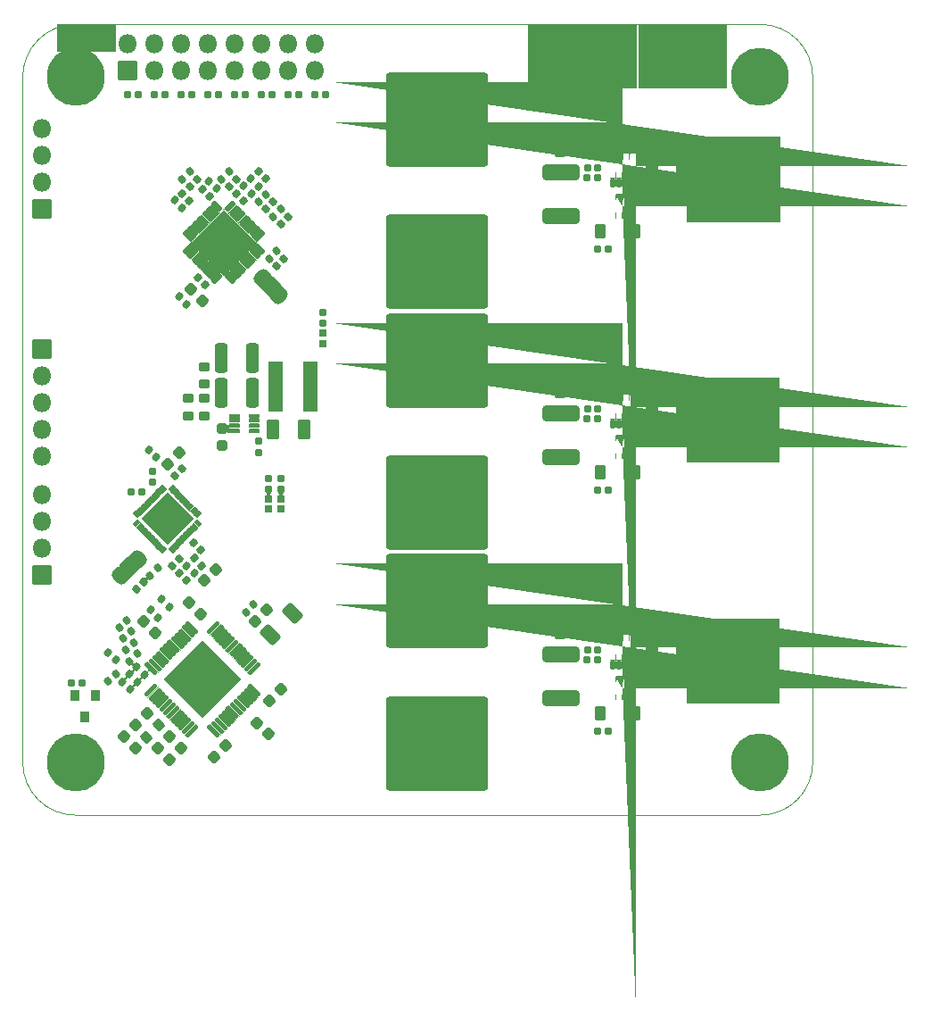
<source format=gts>
%TF.GenerationSoftware,KiCad,Pcbnew,6.0.4-6f826c9f35~116~ubuntu20.04.1*%
%TF.CreationDate,2022-03-31T23:30:20+02:00*%
%TF.ProjectId,eval_board_tmc6200-ta,6576616c-5f62-46f6-9172-645f746d6336,rev?*%
%TF.SameCoordinates,Original*%
%TF.FileFunction,Soldermask,Top*%
%TF.FilePolarity,Negative*%
%FSLAX46Y46*%
G04 Gerber Fmt 4.6, Leading zero omitted, Abs format (unit mm)*
G04 Created by KiCad (PCBNEW 6.0.4-6f826c9f35~116~ubuntu20.04.1) date 2022-03-31 23:30:20*
%MOMM*%
%LPD*%
G01*
G04 APERTURE LIST*
G04 Aperture macros list*
%AMRoundRect*
0 Rectangle with rounded corners*
0 $1 Rounding radius*
0 $2 $3 $4 $5 $6 $7 $8 $9 X,Y pos of 4 corners*
0 Add a 4 corners polygon primitive as box body*
4,1,4,$2,$3,$4,$5,$6,$7,$8,$9,$2,$3,0*
0 Add four circle primitives for the rounded corners*
1,1,$1+$1,$2,$3*
1,1,$1+$1,$4,$5*
1,1,$1+$1,$6,$7*
1,1,$1+$1,$8,$9*
0 Add four rect primitives between the rounded corners*
20,1,$1+$1,$2,$3,$4,$5,0*
20,1,$1+$1,$4,$5,$6,$7,0*
20,1,$1+$1,$6,$7,$8,$9,0*
20,1,$1+$1,$8,$9,$2,$3,0*%
%AMFreePoly0*
4,1,67,-0.740873,1.161197,-0.737337,1.159733,-0.710267,1.132663,-0.708803,1.129127,-0.705000,1.110000,-0.705000,0.625000,-0.585000,0.625000,-0.585000,1.110000,-0.581197,1.129127,-0.579733,1.132663,-0.552663,1.159733,-0.549127,1.161197,-0.530000,1.165000,-0.110000,1.165000,-0.090873,1.161197,-0.087337,1.159733,-0.060267,1.132663,-0.058803,1.129127,-0.055000,1.110000,-0.055000,0.625000,
0.065000,0.625000,0.065000,1.110000,0.068803,1.129127,0.070267,1.132663,0.097337,1.159733,0.100873,1.161197,0.120000,1.165000,0.540000,1.165000,0.559127,1.161197,0.562663,1.159733,0.589733,1.132663,0.591197,1.129127,0.595000,1.110000,0.595000,0.625000,0.715000,0.625000,0.715000,1.110000,0.718803,1.129127,0.720267,1.132663,0.747337,1.159733,0.750873,1.161197,
0.770000,1.165000,1.190000,1.165000,1.209127,1.161197,1.212663,1.159733,1.239733,1.132663,1.241197,1.129127,1.245000,1.110000,1.245000,-1.140000,1.241197,-1.159127,1.239733,-1.162663,1.212663,-1.189733,1.209127,-1.191197,1.190000,-1.195000,-1.180000,-1.195000,-1.199127,-1.191197,-1.202663,-1.189733,-1.229733,-1.162663,-1.231197,-1.159127,-1.235000,-1.140000,-1.235000,1.110000,
-1.231197,1.129127,-1.229733,1.132663,-1.202663,1.159733,-1.199127,1.161197,-1.180000,1.165000,-0.760000,1.165000,-0.740873,1.161197,-0.740873,1.161197,$1*%
%AMFreePoly1*
4,1,37,0.585355,0.785355,0.600000,0.750000,0.600000,-0.750000,0.585355,-0.785355,0.550000,-0.800000,0.000000,-0.799999,-0.012524,-0.794812,-0.080857,-0.793560,-0.094851,-0.791293,-0.230166,-0.749018,-0.242962,-0.742915,-0.360972,-0.664360,-0.371539,-0.654911,-0.462760,-0.546392,-0.470252,-0.534356,-0.527347,-0.404597,-0.531160,-0.390943,-0.548742,-0.256483,-0.547388,-0.256306,-0.550000,-0.250000,
-0.550000,0.250000,-0.549522,0.251153,-0.549368,0.263802,-0.527558,0.403879,-0.523412,0.417435,-0.463164,0.545760,-0.455381,0.557609,-0.361537,0.663867,-0.350741,0.673055,-0.230846,0.748703,-0.217906,0.754492,-0.081598,0.793449,-0.067552,0.795373,-0.011991,0.795033,0.000000,0.799999,0.550000,0.800000,0.585355,0.785355,0.585355,0.785355,$1*%
%AMFreePoly2*
4,1,37,0.012350,0.794884,0.074210,0.794507,0.088231,0.792412,0.224052,0.751793,0.236921,0.745846,0.355883,0.668739,0.366566,0.659420,0.459104,0.552023,0.466742,0.540080,0.525419,0.411028,0.529398,0.397421,0.549495,0.257088,0.550000,0.250000,0.550000,-0.250000,0.549996,-0.250610,0.549847,-0.262827,0.549158,-0.270511,0.525638,-0.410312,0.521328,-0.423818,0.459515,-0.551397,
0.451589,-0.563150,0.356454,-0.668254,0.345546,-0.677309,0.224736,-0.751486,0.211726,-0.757116,0.074953,-0.794405,0.060885,-0.796158,0.011462,-0.795252,0.000000,-0.799999,-0.550000,-0.800000,-0.585355,-0.785355,-0.600000,-0.750000,-0.600000,0.750000,-0.585355,0.785355,-0.550000,0.800000,0.000000,0.799999,0.012350,0.794884,0.012350,0.794884,$1*%
G04 Aperture macros list end*
%ADD10C,0.100000*%
%ADD11C,0.010000*%
%TA.AperFunction,Profile*%
%ADD12C,0.100000*%
%TD*%
%ADD13RoundRect,0.190000X0.140000X0.170000X-0.140000X0.170000X-0.140000X-0.170000X0.140000X-0.170000X0*%
%ADD14RoundRect,0.050000X-0.450000X-0.600000X0.450000X-0.600000X0.450000X0.600000X-0.450000X0.600000X0*%
%ADD15RoundRect,0.275000X-0.017678X0.335876X-0.335876X0.017678X0.017678X-0.335876X0.335876X-0.017678X0*%
%ADD16RoundRect,0.185000X0.035355X-0.226274X0.226274X-0.035355X-0.035355X0.226274X-0.226274X0.035355X0*%
%ADD17RoundRect,0.185000X-0.185000X0.135000X-0.185000X-0.135000X0.185000X-0.135000X0.185000X0.135000X0*%
%ADD18RoundRect,0.050000X-0.210000X0.350000X-0.210000X-0.350000X0.210000X-0.350000X0.210000X0.350000X0*%
%ADD19FreePoly0,180.000000*%
%ADD20RoundRect,0.299997X0.312503X1.075003X-0.312503X1.075003X-0.312503X-1.075003X0.312503X-1.075003X0*%
%ADD21RoundRect,0.299750X0.312750X1.075250X-0.312750X1.075250X-0.312750X-1.075250X0.312750X-1.075250X0*%
%ADD22RoundRect,0.050000X0.850000X-0.850000X0.850000X0.850000X-0.850000X0.850000X-0.850000X-0.850000X0*%
%ADD23O,1.800000X1.800000*%
%ADD24RoundRect,0.299999X-0.325001X-1.100001X0.325001X-1.100001X0.325001X1.100001X-0.325001X1.100001X0*%
%ADD25RoundRect,0.299550X-0.325450X-1.100450X0.325450X-1.100450X0.325450X1.100450X-0.325450X1.100450X0*%
%ADD26C,3.200000*%
%ADD27C,5.500000*%
%ADD28RoundRect,0.185000X-0.135000X-0.185000X0.135000X-0.185000X0.135000X0.185000X-0.135000X0.185000X0*%
%ADD29RoundRect,0.275000X-0.250000X0.225000X-0.250000X-0.225000X0.250000X-0.225000X0.250000X0.225000X0*%
%ADD30RoundRect,0.185000X-0.226274X-0.035355X-0.035355X-0.226274X0.226274X0.035355X0.035355X0.226274X0*%
%ADD31RoundRect,0.275000X-0.335876X-0.017678X-0.017678X-0.335876X0.335876X0.017678X0.017678X0.335876X0*%
%ADD32RoundRect,0.050000X-0.850000X-0.850000X0.850000X-0.850000X0.850000X0.850000X-0.850000X0.850000X0*%
%ADD33RoundRect,0.190000X-0.140000X-0.170000X0.140000X-0.170000X0.140000X0.170000X-0.140000X0.170000X0*%
%ADD34RoundRect,0.190000X-0.219203X-0.021213X-0.021213X-0.219203X0.219203X0.021213X0.021213X0.219203X0*%
%ADD35RoundRect,0.050000X0.371231X0.618718X-0.618718X-0.371231X-0.371231X-0.618718X0.618718X0.371231X0*%
%ADD36RoundRect,0.050000X-0.618718X0.371231X0.371231X-0.618718X0.618718X-0.371231X-0.371231X0.618718X0*%
%ADD37RoundRect,0.050000X0.000000X3.606245X-3.606245X0.000000X0.000000X-3.606245X3.606245X0.000000X0*%
%ADD38RoundRect,0.190000X0.219203X0.021213X0.021213X0.219203X-0.219203X-0.021213X-0.021213X-0.219203X0*%
%ADD39RoundRect,0.275000X0.335876X0.017678X0.017678X0.335876X-0.335876X-0.017678X-0.017678X-0.335876X0*%
%ADD40RoundRect,0.185000X-0.035355X0.226274X-0.226274X0.035355X0.035355X-0.226274X0.226274X-0.035355X0*%
%ADD41RoundRect,0.185000X0.226274X0.035355X0.035355X0.226274X-0.226274X-0.035355X-0.035355X-0.226274X0*%
%ADD42RoundRect,0.050000X0.450000X0.600000X-0.450000X0.600000X-0.450000X-0.600000X0.450000X-0.600000X0*%
%ADD43RoundRect,0.275000X0.017678X-0.335876X0.335876X-0.017678X-0.017678X0.335876X-0.335876X0.017678X0*%
%ADD44RoundRect,0.050000X0.850000X0.850000X-0.850000X0.850000X-0.850000X-0.850000X0.850000X-0.850000X0*%
%ADD45RoundRect,0.299999X0.325001X0.650001X-0.325001X0.650001X-0.325001X-0.650001X0.325001X-0.650001X0*%
%ADD46RoundRect,0.185000X0.135000X0.185000X-0.135000X0.185000X-0.135000X-0.185000X0.135000X-0.185000X0*%
%ADD47RoundRect,0.299997X4.550003X-4.150003X4.550003X4.150003X-4.550003X4.150003X-4.550003X-4.150003X0*%
%ADD48RoundRect,0.296400X4.553600X-4.153600X4.553600X4.153600X-4.553600X4.153600X-4.553600X-4.153600X0*%
%ADD49RoundRect,0.050000X-0.475000X-0.150000X0.475000X-0.150000X0.475000X0.150000X-0.475000X0.150000X0*%
%ADD50RoundRect,0.050000X-0.425000X-0.150000X0.425000X-0.150000X0.425000X0.150000X-0.425000X0.150000X0*%
%ADD51RoundRect,0.250000X0.275000X-0.200000X0.275000X0.200000X-0.275000X0.200000X-0.275000X-0.200000X0*%
%ADD52RoundRect,0.299999X-1.450001X0.450001X-1.450001X-0.450001X1.450001X-0.450001X1.450001X0.450001X0*%
%ADD53RoundRect,0.190000X0.021213X-0.219203X0.219203X-0.021213X-0.021213X0.219203X-0.219203X0.021213X0*%
%ADD54FreePoly1,315.000000*%
%ADD55RoundRect,0.050000X-0.883883X-0.176777X-0.176777X-0.883883X0.883883X0.176777X0.176777X0.883883X0*%
%ADD56FreePoly2,315.000000*%
%ADD57RoundRect,0.185000X0.185000X-0.135000X0.185000X0.135000X-0.185000X0.135000X-0.185000X-0.135000X0*%
%ADD58RoundRect,0.050000X-0.600000X-2.350000X0.600000X-2.350000X0.600000X2.350000X-0.600000X2.350000X0*%
%ADD59RoundRect,0.197500X0.172500X-0.147500X0.172500X0.147500X-0.172500X0.147500X-0.172500X-0.147500X0*%
%ADD60RoundRect,0.197500X0.017678X-0.226274X0.226274X-0.017678X-0.017678X0.226274X-0.226274X0.017678X0*%
%ADD61RoundRect,0.070000X0.484368X0.222739X0.222739X0.484368X-0.484368X-0.222739X-0.222739X-0.484368X0*%
%ADD62RoundRect,0.070000X0.222739X-0.484368X0.484368X-0.222739X-0.222739X0.484368X-0.484368X0.222739X0*%
%ADD63RoundRect,0.070000X0.000000X-3.005204X3.005204X0.000000X0.000000X3.005204X-3.005204X0.000000X0*%
%ADD64RoundRect,0.035000X0.318198X-0.106066X-0.106066X0.318198X-0.318198X0.106066X0.106066X-0.318198X0*%
%ADD65RoundRect,0.035000X0.106066X0.318198X-0.318198X-0.106066X-0.106066X-0.318198X0.318198X0.106066X0*%
%ADD66RoundRect,0.035000X2.439518X0.000000X0.000000X2.439518X-2.439518X0.000000X0.000000X-2.439518X0*%
%ADD67RoundRect,0.197500X-0.226274X-0.017678X-0.017678X-0.226274X0.226274X0.017678X0.017678X0.226274X0*%
%ADD68RoundRect,0.190000X-0.021213X0.219203X-0.219203X0.021213X0.021213X-0.219203X0.219203X-0.021213X0*%
%ADD69RoundRect,0.299999X0.229810X-0.689431X0.689431X-0.229810X-0.229810X0.689431X-0.689431X0.229810X0*%
%ADD70RoundRect,0.250000X0.053033X-0.335876X0.335876X-0.053033X-0.053033X0.335876X-0.335876X0.053033X0*%
%ADD71RoundRect,0.250000X-0.275000X0.200000X-0.275000X-0.200000X0.275000X-0.200000X0.275000X0.200000X0*%
%ADD72FreePoly1,45.000000*%
%ADD73RoundRect,0.050000X0.176777X-0.883883X0.883883X-0.176777X-0.176777X0.883883X-0.883883X0.176777X0*%
%ADD74FreePoly2,45.000000*%
%ADD75RoundRect,0.050000X-0.400000X0.450000X-0.400000X-0.450000X0.400000X-0.450000X0.400000X0.450000X0*%
G04 APERTURE END LIST*
D10*
G36*
X85786231Y-139295000D02*
G01*
X77022746Y-139295000D01*
X77022746Y-131295000D01*
X85786231Y-131295000D01*
X85786231Y-139295000D01*
G37*
X85786231Y-139295000D02*
X77022746Y-139295000D01*
X77022746Y-131295000D01*
X85786231Y-131295000D01*
X85786231Y-139295000D01*
G36*
X85766011Y-162145000D02*
G01*
X77002526Y-162145000D01*
X77002526Y-154145000D01*
X85766011Y-154145000D01*
X85766011Y-162145000D01*
G37*
X85766011Y-162145000D02*
X77002526Y-162145000D01*
X77002526Y-154145000D01*
X85766011Y-154145000D01*
X85766011Y-162145000D01*
G36*
X85771011Y-184995000D02*
G01*
X77007526Y-184995000D01*
X77007526Y-176995000D01*
X85771011Y-176995000D01*
X85771011Y-184995000D01*
G37*
X85771011Y-184995000D02*
X77007526Y-184995000D01*
X77007526Y-176995000D01*
X85771011Y-176995000D01*
X85771011Y-184995000D01*
G36*
X80728000Y-126645000D02*
G01*
X72478000Y-126645000D01*
X72478000Y-120645000D01*
X80728000Y-120645000D01*
X80728000Y-126645000D01*
G37*
X80728000Y-126645000D02*
X72478000Y-126645000D01*
X72478000Y-120645000D01*
X80728000Y-120645000D01*
X80728000Y-126645000D01*
D11*
G36*
X22728000Y-123145000D02*
G01*
X17228000Y-123145000D01*
X17228000Y-120645000D01*
X22728000Y-120645000D01*
X22728000Y-123145000D01*
G37*
X22728000Y-123145000D02*
X17228000Y-123145000D01*
X17228000Y-120645000D01*
X22728000Y-120645000D01*
X22728000Y-123145000D01*
D10*
G36*
X72228000Y-126645000D02*
G01*
X61978000Y-126645000D01*
X61978000Y-120645000D01*
X72228000Y-120645000D01*
X72228000Y-126645000D01*
G37*
X72228000Y-126645000D02*
X61978000Y-126645000D01*
X61978000Y-120645000D01*
X72228000Y-120645000D01*
X72228000Y-126645000D01*
D12*
X13978000Y-190645000D02*
G75*
G03*
X18978000Y-195645000I5000000J0D01*
G01*
X83978000Y-195645000D02*
G75*
G03*
X88978000Y-190645000I0J5000000D01*
G01*
X18978000Y-120645000D02*
G75*
G03*
X13978000Y-125645000I0J-5000000D01*
G01*
X88978000Y-125645000D02*
G75*
G03*
X83978000Y-120645000I-5000000J0D01*
G01*
X18978000Y-120645000D02*
X83978000Y-120645000D01*
X13978000Y-190645000D02*
X13978000Y-125645000D01*
X83978000Y-195645000D02*
X18978000Y-195645000D01*
X88978000Y-125645000D02*
X88978000Y-190645000D01*
D10*
G36*
X85786231Y-139295000D02*
G01*
X77022746Y-139295000D01*
X77022746Y-131295000D01*
X85786231Y-131295000D01*
X85786231Y-139295000D01*
G37*
X85786231Y-139295000D02*
X77022746Y-139295000D01*
X77022746Y-131295000D01*
X85786231Y-131295000D01*
X85786231Y-139295000D01*
G36*
X85766011Y-162145000D02*
G01*
X77002526Y-162145000D01*
X77002526Y-154145000D01*
X85766011Y-154145000D01*
X85766011Y-162145000D01*
G37*
X85766011Y-162145000D02*
X77002526Y-162145000D01*
X77002526Y-154145000D01*
X85766011Y-154145000D01*
X85766011Y-162145000D01*
G36*
X85771011Y-184995000D02*
G01*
X77007526Y-184995000D01*
X77007526Y-176995000D01*
X85771011Y-176995000D01*
X85771011Y-184995000D01*
G37*
X85771011Y-184995000D02*
X77007526Y-184995000D01*
X77007526Y-176995000D01*
X85771011Y-176995000D01*
X85771011Y-184995000D01*
G36*
X80728000Y-126645000D02*
G01*
X72478000Y-126645000D01*
X72478000Y-120645000D01*
X80728000Y-120645000D01*
X80728000Y-126645000D01*
G37*
X80728000Y-126645000D02*
X72478000Y-126645000D01*
X72478000Y-120645000D01*
X80728000Y-120645000D01*
X80728000Y-126645000D01*
D11*
G36*
X22728000Y-123145000D02*
G01*
X17228000Y-123145000D01*
X17228000Y-120645000D01*
X22728000Y-120645000D01*
X22728000Y-123145000D01*
G37*
X22728000Y-123145000D02*
X17228000Y-123145000D01*
X17228000Y-120645000D01*
X22728000Y-120645000D01*
X22728000Y-123145000D01*
D10*
G36*
X72228000Y-126645000D02*
G01*
X61978000Y-126645000D01*
X61978000Y-120645000D01*
X72228000Y-120645000D01*
X72228000Y-126645000D01*
G37*
X72228000Y-126645000D02*
X61978000Y-126645000D01*
X61978000Y-120645000D01*
X72228000Y-120645000D01*
X72228000Y-126645000D01*
D12*
X13978000Y-190645000D02*
G75*
G03*
X18978000Y-195645000I5000000J0D01*
G01*
X83978000Y-195645000D02*
G75*
G03*
X88978000Y-190645000I0J5000000D01*
G01*
X18978000Y-120645000D02*
G75*
G03*
X13978000Y-125645000I0J-5000000D01*
G01*
X88978000Y-125645000D02*
G75*
G03*
X83978000Y-120645000I-5000000J0D01*
G01*
X18978000Y-120645000D02*
X83978000Y-120645000D01*
X13978000Y-190645000D02*
X13978000Y-125645000D01*
X83978000Y-195645000D02*
X18978000Y-195645000D01*
X88978000Y-125645000D02*
X88978000Y-190645000D01*
D13*
X68546920Y-134233920D03*
X67586920Y-134233920D03*
D14*
X64979280Y-178272440D03*
X68279280Y-178272440D03*
D15*
X38526762Y-183731391D03*
X37430746Y-184827407D03*
D16*
X24119463Y-181047920D03*
X24840711Y-180326672D03*
D17*
X73355200Y-130904520D03*
X73355200Y-131924520D03*
D18*
X69957040Y-177524200D03*
X70607040Y-177524200D03*
X71257040Y-177524200D03*
X71907040Y-177524200D03*
D19*
X70932040Y-179754200D03*
D20*
X76626180Y-133974840D03*
D21*
X73701180Y-133974840D03*
D18*
X69957040Y-181374840D03*
X71257040Y-181374840D03*
X70607040Y-181374840D03*
X71907040Y-181374840D03*
D19*
X70932040Y-183604840D03*
D15*
X28801008Y-161296992D03*
X27704992Y-162393008D03*
D22*
X23928000Y-125045000D03*
D23*
X23928000Y-122505000D03*
X26468000Y-125045000D03*
X26468000Y-122505000D03*
X29008000Y-125045000D03*
X29008000Y-122505000D03*
X31548000Y-125045000D03*
X31548000Y-122505000D03*
X34088000Y-125045000D03*
X34088000Y-122505000D03*
X36628000Y-125045000D03*
X36628000Y-122505000D03*
X39168000Y-125045000D03*
X39168000Y-122505000D03*
X41708000Y-125045000D03*
X41708000Y-122505000D03*
D24*
X32846000Y-155568000D03*
D25*
X35796000Y-155568000D03*
D21*
X76631260Y-179679600D03*
X73706260Y-179679600D03*
D26*
X83978000Y-190645000D03*
D27*
X83978000Y-190645000D03*
D28*
X34088000Y-127335000D03*
X35108000Y-127335000D03*
D22*
X68453000Y-124895000D03*
D23*
X70993000Y-124895000D03*
X73533000Y-124895000D03*
X76073000Y-124895000D03*
D29*
X32928000Y-159020000D03*
X32928000Y-160570000D03*
D30*
X28829123Y-146459886D03*
X29550371Y-147181134D03*
D31*
X26827680Y-189257431D03*
X27923696Y-190353447D03*
D32*
X15803000Y-151470000D03*
D23*
X15803000Y-154010000D03*
X15803000Y-156550000D03*
X15803000Y-159090000D03*
X15803000Y-161630000D03*
D28*
X18565400Y-183095900D03*
X19585400Y-183095900D03*
X67536600Y-158064200D03*
X68556600Y-158064200D03*
D17*
X73355200Y-176604200D03*
X73355200Y-177624200D03*
D33*
X71442640Y-130906520D03*
X72402640Y-130906520D03*
D34*
X28868589Y-172705589D03*
X29547411Y-173384411D03*
D16*
X37368616Y-142870140D03*
X38089864Y-142148892D03*
D30*
X35645633Y-135273456D03*
X36366881Y-135994704D03*
D35*
X35985279Y-181768604D03*
X35631726Y-181415051D03*
X35278172Y-181061497D03*
X34924619Y-180707944D03*
X34571066Y-180354391D03*
X34217512Y-180000837D03*
X33863959Y-179647284D03*
X33510405Y-179293730D03*
X33156852Y-178940177D03*
X32803299Y-178586624D03*
X32449745Y-178233070D03*
X32096192Y-177879517D03*
D36*
X30045582Y-177879517D03*
X29692029Y-178233070D03*
X29338475Y-178586624D03*
X28984922Y-178940177D03*
X28631369Y-179293730D03*
X28277815Y-179647284D03*
X27924262Y-180000837D03*
X27570708Y-180354391D03*
X27217155Y-180707944D03*
X26863602Y-181061497D03*
X26510048Y-181415051D03*
X26156495Y-181768604D03*
D35*
X26156495Y-183819214D03*
X26510048Y-184172767D03*
X26863602Y-184526321D03*
X27217155Y-184879874D03*
X27570708Y-185233427D03*
X27924262Y-185586981D03*
X28277815Y-185940534D03*
X28631369Y-186294088D03*
X28984922Y-186647641D03*
X29338475Y-187001194D03*
X29692029Y-187354748D03*
X30045582Y-187708301D03*
D36*
X32096192Y-187708301D03*
X32449745Y-187354748D03*
X32803299Y-187001194D03*
X33156852Y-186647641D03*
X33510405Y-186294088D03*
X33863959Y-185940534D03*
X34217512Y-185586981D03*
X34571066Y-185233427D03*
X34924619Y-184879874D03*
X35278172Y-184526321D03*
X35631726Y-184172767D03*
X35985279Y-183819214D03*
D37*
X31070887Y-182793909D03*
D38*
X31678763Y-136935157D03*
X30999941Y-136256335D03*
D39*
X26551909Y-178403342D03*
X25455893Y-177307326D03*
D40*
X33566738Y-134622918D03*
X32845490Y-135344166D03*
D18*
X69957040Y-131824520D03*
X71907040Y-131824520D03*
X70607040Y-131824520D03*
X71257040Y-131824520D03*
D19*
X70932040Y-134054520D03*
D30*
X27167376Y-175184376D03*
X27888624Y-175905624D03*
D41*
X26663624Y-161705624D03*
X25942376Y-160984376D03*
D42*
X72129920Y-140274040D03*
X68829920Y-140274040D03*
D30*
X31664621Y-135520944D03*
X32385869Y-136242192D03*
D43*
X31249992Y-173413008D03*
X32346008Y-172316992D03*
D44*
X15803000Y-138145000D03*
D23*
X15803000Y-135605000D03*
X15803000Y-133065000D03*
X15803000Y-130525000D03*
D14*
X64979280Y-132567680D03*
X68279280Y-132567680D03*
D42*
X72129920Y-163123880D03*
X68829920Y-163123880D03*
X72129920Y-185973720D03*
X68829920Y-185973720D03*
D45*
X40653000Y-159095000D03*
X37703000Y-159095000D03*
D46*
X76626180Y-136075000D03*
X75606180Y-136075000D03*
D38*
X37059845Y-135287598D03*
X36381023Y-134608776D03*
D47*
X53308000Y-166007500D03*
D48*
X53308000Y-152507500D03*
D38*
X29797859Y-137359421D03*
X29119037Y-136680599D03*
D49*
X34096000Y-157755000D03*
D50*
X34046000Y-158255000D03*
X34046000Y-158755000D03*
X34046000Y-159255000D03*
X35946000Y-159255000D03*
X35946000Y-158755000D03*
X35946000Y-158255000D03*
X35946000Y-157755000D03*
D51*
X31238000Y-154760000D03*
X31238000Y-153110000D03*
D52*
X65059560Y-180423600D03*
X65059560Y-184523600D03*
D13*
X68546920Y-179933600D03*
X67586920Y-179933600D03*
D28*
X26468000Y-127335000D03*
X27488000Y-127335000D03*
D16*
X35167376Y-176380624D03*
X35888624Y-175659376D03*
D53*
X28388589Y-163459411D03*
X29067411Y-162780589D03*
D46*
X68559680Y-153745000D03*
X67539680Y-153745000D03*
X76610500Y-158925000D03*
X75590500Y-158925000D03*
D54*
X36600226Y-144571910D03*
D55*
X37519465Y-145491149D03*
D56*
X38438704Y-146410388D03*
D30*
X26099361Y-176183027D03*
X26820609Y-176904275D03*
D27*
X83978000Y-125645000D03*
D26*
X83978000Y-125645000D03*
D13*
X68546920Y-157083760D03*
X67586920Y-157083760D03*
D57*
X26258000Y-164085000D03*
X26258000Y-163065000D03*
D43*
X32123910Y-190134243D03*
X33219926Y-189038227D03*
D31*
X27902483Y-188182628D03*
X28998499Y-189278644D03*
D28*
X68552600Y-141945360D03*
X69572600Y-141945360D03*
X68552600Y-164795200D03*
X69572600Y-164795200D03*
D58*
X37948000Y-154970000D03*
X41258000Y-154970000D03*
D38*
X34952667Y-137394776D03*
X34273845Y-136715954D03*
D28*
X41708000Y-127335000D03*
X42728000Y-127335000D03*
D53*
X29819073Y-136037131D03*
X30497895Y-135358309D03*
D34*
X30620461Y-144694476D03*
X31299283Y-145373298D03*
D28*
X29008000Y-127335000D03*
X30028000Y-127335000D03*
D16*
X23518422Y-178891244D03*
X24239670Y-178169996D03*
D28*
X31548000Y-127335000D03*
X32568000Y-127335000D03*
D46*
X25318000Y-165025000D03*
X24298000Y-165025000D03*
D30*
X34938526Y-135980563D03*
X35659774Y-136701811D03*
D28*
X23928000Y-127335000D03*
X24948000Y-127335000D03*
D18*
X69957040Y-154675960D03*
X70607040Y-154675960D03*
X71257040Y-154675960D03*
X71907040Y-154675960D03*
D19*
X70932040Y-156905960D03*
D53*
X37073988Y-138172593D03*
X37752810Y-137493771D03*
D26*
X18978000Y-125645000D03*
D27*
X18978000Y-125645000D03*
D39*
X24713432Y-189257431D03*
X23617416Y-188161415D03*
D57*
X42503000Y-149015000D03*
X42503000Y-147995000D03*
D59*
X42503000Y-150915000D03*
X42503000Y-149945000D03*
D34*
X30208589Y-169845589D03*
X30887411Y-170524411D03*
D33*
X71442640Y-176606200D03*
X72402640Y-176606200D03*
D60*
X24733243Y-174238419D03*
X25419137Y-173552525D03*
D31*
X36215089Y-186877451D03*
X37311105Y-187973467D03*
D14*
X64978400Y-155420000D03*
X68278400Y-155420000D03*
D17*
X73355200Y-153718800D03*
X73355200Y-154738800D03*
D44*
X15803000Y-172870000D03*
D23*
X15803000Y-170330000D03*
X15803000Y-167790000D03*
X15803000Y-165250000D03*
D47*
X53308000Y-143157500D03*
D48*
X53308000Y-129657500D03*
D16*
X26044928Y-172926735D03*
X26766176Y-172205487D03*
D39*
X31024690Y-146866472D03*
X29928674Y-145770456D03*
D61*
X29674115Y-141963865D03*
X30133735Y-142423485D03*
X30593354Y-142883104D03*
X31052974Y-143342723D03*
X31512593Y-143802343D03*
X31972212Y-144261962D03*
X32431832Y-144721582D03*
D62*
X33704624Y-144721582D03*
X34164244Y-144261962D03*
X34623863Y-143802343D03*
X35083482Y-143342723D03*
X35543102Y-142883104D03*
X36002721Y-142423485D03*
X36462341Y-141963865D03*
D61*
X36462341Y-140691073D03*
X36002721Y-140231453D03*
X35543102Y-139771834D03*
X35083482Y-139312215D03*
X34623863Y-138852595D03*
X34164244Y-138392976D03*
X33704624Y-137933356D03*
D62*
X32431832Y-137933356D03*
X31972212Y-138392976D03*
X31512593Y-138852595D03*
X31052974Y-139312215D03*
X30593354Y-139771834D03*
X30133735Y-140231453D03*
X29674115Y-140691073D03*
D63*
X33068228Y-141327469D03*
D17*
X36358000Y-160205000D03*
X36358000Y-161225000D03*
D64*
X28127264Y-170469138D03*
X28480817Y-170115584D03*
X28834371Y-169762031D03*
X29187924Y-169408478D03*
X29541478Y-169054924D03*
X29895031Y-168701371D03*
X30248584Y-168347817D03*
X30602138Y-167994264D03*
D65*
X30602138Y-167145736D03*
X30248584Y-166792183D03*
X29895031Y-166438629D03*
X29541478Y-166085076D03*
X29187924Y-165731522D03*
X28834371Y-165377969D03*
X28480817Y-165024416D03*
X28127264Y-164670862D03*
D64*
X27278736Y-164670862D03*
X26925183Y-165024416D03*
X26571629Y-165377969D03*
X26218076Y-165731522D03*
X25864522Y-166085076D03*
X25510969Y-166438629D03*
X25157416Y-166792183D03*
X24803862Y-167145736D03*
D65*
X24803862Y-167994264D03*
X25157416Y-168347817D03*
X25510969Y-168701371D03*
X25864522Y-169054924D03*
X26218076Y-169408478D03*
X26571629Y-169762031D03*
X26925183Y-170115584D03*
X27278736Y-170469138D03*
D66*
X27703000Y-167570000D03*
D30*
X24119463Y-182299501D03*
X24840711Y-183020749D03*
D41*
X22813624Y-180930624D03*
X22092376Y-180209376D03*
D28*
X67536600Y-180919120D03*
X68556600Y-180919120D03*
D41*
X25530140Y-182331320D03*
X24808892Y-181610072D03*
D28*
X36628000Y-127335000D03*
X37648000Y-127335000D03*
D24*
X32848000Y-152315000D03*
D25*
X35798000Y-152315000D03*
D59*
X38478000Y-166605000D03*
X38478000Y-165635000D03*
D40*
X29833214Y-134622918D03*
X29111966Y-135344166D03*
D53*
X38068651Y-143570176D03*
X38747473Y-142891354D03*
D39*
X30841077Y-176624403D03*
X29745061Y-175528387D03*
D52*
X65059560Y-134718840D03*
X65059560Y-138818840D03*
X65059560Y-157573760D03*
X65059560Y-161673760D03*
D67*
X30265053Y-171292053D03*
X30950947Y-171977947D03*
D51*
X31238000Y-157775000D03*
X31238000Y-156125000D03*
D28*
X68552600Y-187645040D03*
X69572600Y-187645040D03*
D53*
X38474060Y-139572665D03*
X39152882Y-138893843D03*
D33*
X71440100Y-153758900D03*
X72400100Y-153758900D03*
D43*
X36054992Y-177268008D03*
X37151008Y-176171992D03*
D41*
X24151281Y-183710178D03*
X23430033Y-182988930D03*
D15*
X25791769Y-186022417D03*
X24695753Y-187118433D03*
D47*
X53308000Y-188857500D03*
D48*
X53308000Y-175357500D03*
D57*
X37328000Y-164760000D03*
X37328000Y-163740000D03*
D46*
X68559280Y-130896360D03*
X67539280Y-130896360D03*
D40*
X37088130Y-136758381D03*
X36366882Y-137479629D03*
D27*
X18978000Y-190645000D03*
D26*
X18978000Y-190645000D03*
D30*
X28383646Y-137345279D03*
X29104894Y-138066527D03*
D68*
X28817411Y-171305589D03*
X28138589Y-171984411D03*
D30*
X29537376Y-171974376D03*
X30258624Y-172695624D03*
D69*
X37510017Y-178562983D03*
X39595983Y-176477017D03*
D28*
X39168000Y-127335000D03*
X40188000Y-127335000D03*
D70*
X25703381Y-188267481D03*
X26870107Y-187100755D03*
D40*
X38488201Y-138158452D03*
X37766953Y-138879700D03*
D18*
X69957040Y-135675160D03*
X71257040Y-135675160D03*
X71907040Y-135675160D03*
X70607040Y-135675160D03*
D19*
X70932040Y-137905160D03*
D40*
X22813624Y-182259376D03*
X22092376Y-182980624D03*
D16*
X23783587Y-180004938D03*
X24504835Y-179283690D03*
D57*
X38478000Y-164760000D03*
X38478000Y-163740000D03*
D71*
X29718000Y-156125000D03*
X29718000Y-157775000D03*
D53*
X33552596Y-136037131D03*
X34231418Y-135358309D03*
D46*
X68561680Y-176601120D03*
X67541680Y-176601120D03*
D20*
X76610500Y-156825000D03*
X73685500Y-156825000D03*
D72*
X23168761Y-173054239D03*
D73*
X24088000Y-172135000D03*
D74*
X25007239Y-171215761D03*
D59*
X37328000Y-166605000D03*
X37328000Y-165635000D03*
D46*
X76615500Y-181785000D03*
X75595500Y-181785000D03*
D18*
X69957040Y-158525000D03*
X71257040Y-158525000D03*
X70607040Y-158525000D03*
X71907040Y-158525000D03*
D19*
X70932040Y-160755000D03*
D28*
X67536600Y-135219440D03*
X68556600Y-135219440D03*
D16*
X23147191Y-177883617D03*
X23868439Y-177162369D03*
D75*
X20838200Y-184318400D03*
X18938200Y-184318400D03*
X19888200Y-186318400D03*
G36*
X57849904Y-193306499D02*
G01*
X57849904Y-193308499D01*
X57848501Y-193309472D01*
X57848495Y-193309473D01*
X57848166Y-193309500D01*
X48767834Y-193309500D01*
X48766102Y-193308500D01*
X48766102Y-193306500D01*
X48767834Y-193305500D01*
X57848172Y-193305499D01*
X57849904Y-193306499D01*
G37*
G36*
X48460000Y-188854494D02*
G01*
X48460001Y-192997672D01*
X48459001Y-192999404D01*
X48457001Y-192999404D01*
X48456028Y-192998001D01*
X48456027Y-192997995D01*
X48456000Y-192997666D01*
X48456000Y-188854494D01*
X48457000Y-188852762D01*
X48459000Y-188852762D01*
X48460000Y-188854494D01*
G37*
G36*
X58159972Y-184716999D02*
G01*
X58159973Y-184717005D01*
X58160000Y-184717334D01*
X58160000Y-188861450D01*
X58159000Y-188863182D01*
X58157000Y-188863182D01*
X58156000Y-188861450D01*
X58155999Y-184717328D01*
X58156999Y-184715596D01*
X58158999Y-184715596D01*
X58159972Y-184716999D01*
G37*
G36*
X31785402Y-186969654D02*
G01*
X31785570Y-186970929D01*
X31783067Y-186983517D01*
X31786718Y-187001872D01*
X31797225Y-187017598D01*
X32786895Y-188007268D01*
X32802621Y-188017775D01*
X32820976Y-188021426D01*
X32833564Y-188018923D01*
X32835458Y-188019566D01*
X32835848Y-188021528D01*
X32835065Y-188022548D01*
X32821097Y-188031880D01*
X32821200Y-188033456D01*
X32820334Y-188034343D01*
X32793143Y-188048565D01*
X32776355Y-188079311D01*
X32774648Y-188080352D01*
X32773489Y-188080016D01*
X32773208Y-188079828D01*
X32763992Y-188093621D01*
X32762198Y-188094506D01*
X32760535Y-188093395D01*
X32760367Y-188092120D01*
X32762870Y-188079532D01*
X32759219Y-188061177D01*
X32748712Y-188045451D01*
X31759042Y-187055781D01*
X31743316Y-187045274D01*
X31724961Y-187041623D01*
X31712373Y-187044126D01*
X31710479Y-187043483D01*
X31710089Y-187041521D01*
X31710872Y-187040501D01*
X31724840Y-187031169D01*
X31724737Y-187029593D01*
X31725603Y-187028706D01*
X31752794Y-187014484D01*
X31769582Y-186983738D01*
X31771289Y-186982697D01*
X31772448Y-186983033D01*
X31772729Y-186983221D01*
X31781945Y-186969428D01*
X31783739Y-186968543D01*
X31785402Y-186969654D01*
G37*
G36*
X30359829Y-186969428D02*
G01*
X30369161Y-186983396D01*
X30370737Y-186983293D01*
X30371624Y-186984159D01*
X30385846Y-187011350D01*
X30416592Y-187028138D01*
X30417633Y-187029845D01*
X30417297Y-187031004D01*
X30417109Y-187031285D01*
X30430902Y-187040501D01*
X30431787Y-187042295D01*
X30430676Y-187043958D01*
X30429401Y-187044126D01*
X30416813Y-187041623D01*
X30398458Y-187045274D01*
X30382732Y-187055781D01*
X29393062Y-188045451D01*
X29382555Y-188061177D01*
X29378904Y-188079532D01*
X29381407Y-188092120D01*
X29380764Y-188094014D01*
X29378802Y-188094404D01*
X29377782Y-188093621D01*
X29368450Y-188079653D01*
X29366874Y-188079756D01*
X29365987Y-188078890D01*
X29351765Y-188051699D01*
X29321019Y-188034911D01*
X29319978Y-188033204D01*
X29320314Y-188032045D01*
X29320502Y-188031764D01*
X29306709Y-188022548D01*
X29305824Y-188020754D01*
X29306935Y-188019091D01*
X29308210Y-188018923D01*
X29320798Y-188021426D01*
X29339153Y-188017775D01*
X29354879Y-188007268D01*
X30344549Y-187017598D01*
X30355056Y-187001872D01*
X30358707Y-186983517D01*
X30356204Y-186970929D01*
X30356847Y-186969035D01*
X30358809Y-186968645D01*
X30359829Y-186969428D01*
G37*
G36*
X32138956Y-186616100D02*
G01*
X32139124Y-186617375D01*
X32136621Y-186629963D01*
X32140272Y-186648318D01*
X32150779Y-186664044D01*
X33140449Y-187653714D01*
X33156175Y-187664221D01*
X33174530Y-187667872D01*
X33187118Y-187665369D01*
X33189012Y-187666012D01*
X33189402Y-187667974D01*
X33188619Y-187668994D01*
X33174652Y-187678326D01*
X33174755Y-187679901D01*
X33173888Y-187680788D01*
X33146698Y-187695009D01*
X33129908Y-187725758D01*
X33128201Y-187726799D01*
X33127042Y-187726463D01*
X33126761Y-187726275D01*
X33117545Y-187740068D01*
X33115751Y-187740953D01*
X33114088Y-187739842D01*
X33113920Y-187738567D01*
X33116423Y-187725979D01*
X33112772Y-187707624D01*
X33102265Y-187691898D01*
X32112595Y-186702228D01*
X32096869Y-186691721D01*
X32078514Y-186688070D01*
X32065926Y-186690573D01*
X32064032Y-186689930D01*
X32063642Y-186687968D01*
X32064425Y-186686948D01*
X32078392Y-186677616D01*
X32078289Y-186676041D01*
X32079156Y-186675154D01*
X32106346Y-186660933D01*
X32123136Y-186630184D01*
X32124843Y-186629143D01*
X32126002Y-186629479D01*
X32126283Y-186629667D01*
X32135499Y-186615874D01*
X32137293Y-186614989D01*
X32138956Y-186616100D01*
G37*
G36*
X30006275Y-186615874D02*
G01*
X30015607Y-186629841D01*
X30017182Y-186629738D01*
X30018069Y-186630605D01*
X30032290Y-186657795D01*
X30063039Y-186674585D01*
X30064080Y-186676292D01*
X30063744Y-186677451D01*
X30063556Y-186677732D01*
X30077349Y-186686948D01*
X30078234Y-186688742D01*
X30077123Y-186690405D01*
X30075848Y-186690573D01*
X30063260Y-186688070D01*
X30044905Y-186691721D01*
X30029179Y-186702228D01*
X29039509Y-187691898D01*
X29029002Y-187707624D01*
X29025351Y-187725979D01*
X29027854Y-187738567D01*
X29027211Y-187740461D01*
X29025249Y-187740851D01*
X29024229Y-187740068D01*
X29014897Y-187726101D01*
X29013322Y-187726204D01*
X29012435Y-187725337D01*
X28998214Y-187698147D01*
X28967465Y-187681357D01*
X28966424Y-187679650D01*
X28966760Y-187678491D01*
X28966948Y-187678210D01*
X28953155Y-187668994D01*
X28952270Y-187667200D01*
X28953381Y-187665537D01*
X28954656Y-187665369D01*
X28967244Y-187667872D01*
X28985599Y-187664221D01*
X29001325Y-187653714D01*
X29990995Y-186664044D01*
X30001502Y-186648318D01*
X30005153Y-186629963D01*
X30002650Y-186617375D01*
X30003293Y-186615481D01*
X30005255Y-186615091D01*
X30006275Y-186615874D01*
G37*
G36*
X32492509Y-186262547D02*
G01*
X32492677Y-186263822D01*
X32490174Y-186276410D01*
X32493825Y-186294765D01*
X32504332Y-186310491D01*
X33494002Y-187300161D01*
X33509728Y-187310668D01*
X33528083Y-187314319D01*
X33540671Y-187311816D01*
X33542565Y-187312459D01*
X33542955Y-187314421D01*
X33542172Y-187315441D01*
X33528204Y-187324773D01*
X33528307Y-187326349D01*
X33527441Y-187327236D01*
X33500250Y-187341458D01*
X33483462Y-187372204D01*
X33481755Y-187373245D01*
X33480596Y-187372909D01*
X33480315Y-187372721D01*
X33471099Y-187386514D01*
X33469305Y-187387399D01*
X33467642Y-187386288D01*
X33467474Y-187385013D01*
X33469977Y-187372425D01*
X33466326Y-187354070D01*
X33455819Y-187338344D01*
X32466149Y-186348674D01*
X32450423Y-186338167D01*
X32432068Y-186334516D01*
X32419480Y-186337019D01*
X32417586Y-186336376D01*
X32417196Y-186334414D01*
X32417979Y-186333394D01*
X32431947Y-186324062D01*
X32431844Y-186322486D01*
X32432710Y-186321599D01*
X32459901Y-186307377D01*
X32476689Y-186276631D01*
X32478396Y-186275590D01*
X32479555Y-186275926D01*
X32479836Y-186276114D01*
X32489052Y-186262321D01*
X32490846Y-186261436D01*
X32492509Y-186262547D01*
G37*
G36*
X29652722Y-186262321D02*
G01*
X29662054Y-186276289D01*
X29663630Y-186276186D01*
X29664517Y-186277052D01*
X29678739Y-186304243D01*
X29709485Y-186321031D01*
X29710526Y-186322738D01*
X29710190Y-186323897D01*
X29710002Y-186324178D01*
X29723795Y-186333394D01*
X29724680Y-186335188D01*
X29723569Y-186336851D01*
X29722294Y-186337019D01*
X29709706Y-186334516D01*
X29691351Y-186338167D01*
X29675625Y-186348674D01*
X28685955Y-187338344D01*
X28675448Y-187354070D01*
X28671797Y-187372425D01*
X28674300Y-187385013D01*
X28673657Y-187386907D01*
X28671695Y-187387297D01*
X28670675Y-187386514D01*
X28661343Y-187372546D01*
X28659767Y-187372649D01*
X28658880Y-187371783D01*
X28644658Y-187344592D01*
X28613912Y-187327804D01*
X28612871Y-187326097D01*
X28613207Y-187324938D01*
X28613395Y-187324657D01*
X28599602Y-187315441D01*
X28598717Y-187313647D01*
X28599828Y-187311984D01*
X28601103Y-187311816D01*
X28613691Y-187314319D01*
X28632046Y-187310668D01*
X28647772Y-187300161D01*
X29637442Y-186310491D01*
X29647949Y-186294765D01*
X29651600Y-186276410D01*
X29649097Y-186263822D01*
X29649740Y-186261928D01*
X29651702Y-186261538D01*
X29652722Y-186262321D01*
G37*
G36*
X32846062Y-185908994D02*
G01*
X32846230Y-185910269D01*
X32843727Y-185922857D01*
X32847378Y-185941212D01*
X32857885Y-185956938D01*
X33847555Y-186946608D01*
X33863281Y-186957115D01*
X33881636Y-186960766D01*
X33894224Y-186958263D01*
X33896118Y-186958906D01*
X33896508Y-186960868D01*
X33895725Y-186961888D01*
X33881757Y-186971220D01*
X33881860Y-186972796D01*
X33880994Y-186973683D01*
X33853803Y-186987905D01*
X33837015Y-187018651D01*
X33835308Y-187019692D01*
X33834149Y-187019356D01*
X33833868Y-187019168D01*
X33824652Y-187032961D01*
X33822858Y-187033846D01*
X33821195Y-187032735D01*
X33821027Y-187031460D01*
X33823530Y-187018872D01*
X33819879Y-187000517D01*
X33809372Y-186984791D01*
X32819702Y-185995121D01*
X32803976Y-185984614D01*
X32785621Y-185980963D01*
X32773033Y-185983466D01*
X32771139Y-185982823D01*
X32770749Y-185980861D01*
X32771532Y-185979841D01*
X32785500Y-185970509D01*
X32785397Y-185968933D01*
X32786263Y-185968046D01*
X32813454Y-185953824D01*
X32830242Y-185923078D01*
X32831949Y-185922037D01*
X32833108Y-185922373D01*
X32833389Y-185922561D01*
X32842605Y-185908768D01*
X32844399Y-185907883D01*
X32846062Y-185908994D01*
G37*
G36*
X29299169Y-185908768D02*
G01*
X29308501Y-185922736D01*
X29310077Y-185922633D01*
X29310964Y-185923499D01*
X29325186Y-185950690D01*
X29355932Y-185967478D01*
X29356973Y-185969185D01*
X29356637Y-185970344D01*
X29356449Y-185970625D01*
X29370242Y-185979841D01*
X29371127Y-185981635D01*
X29370016Y-185983298D01*
X29368741Y-185983466D01*
X29356153Y-185980963D01*
X29337798Y-185984614D01*
X29322072Y-185995121D01*
X28332402Y-186984791D01*
X28321895Y-187000517D01*
X28318244Y-187018872D01*
X28320747Y-187031460D01*
X28320104Y-187033354D01*
X28318142Y-187033744D01*
X28317122Y-187032961D01*
X28307790Y-187018993D01*
X28306214Y-187019096D01*
X28305327Y-187018230D01*
X28291105Y-186991039D01*
X28260359Y-186974251D01*
X28259318Y-186972544D01*
X28259654Y-186971385D01*
X28259842Y-186971104D01*
X28246049Y-186961888D01*
X28245164Y-186960094D01*
X28246275Y-186958431D01*
X28247550Y-186958263D01*
X28260138Y-186960766D01*
X28278493Y-186957115D01*
X28294219Y-186946608D01*
X29283889Y-185956938D01*
X29294396Y-185941212D01*
X29298047Y-185922857D01*
X29295544Y-185910269D01*
X29296187Y-185908375D01*
X29298149Y-185907985D01*
X29299169Y-185908768D01*
G37*
G36*
X33199616Y-185555440D02*
G01*
X33199784Y-185556715D01*
X33197281Y-185569303D01*
X33200932Y-185587658D01*
X33211439Y-185603384D01*
X34201109Y-186593054D01*
X34216835Y-186603561D01*
X34235190Y-186607212D01*
X34247778Y-186604709D01*
X34249672Y-186605352D01*
X34250062Y-186607314D01*
X34249279Y-186608334D01*
X34235312Y-186617666D01*
X34235415Y-186619241D01*
X34234548Y-186620128D01*
X34207358Y-186634349D01*
X34190568Y-186665098D01*
X34188861Y-186666139D01*
X34187702Y-186665803D01*
X34187421Y-186665615D01*
X34178205Y-186679408D01*
X34176411Y-186680293D01*
X34174748Y-186679182D01*
X34174580Y-186677907D01*
X34177083Y-186665319D01*
X34173432Y-186646964D01*
X34162925Y-186631238D01*
X33173255Y-185641568D01*
X33157529Y-185631061D01*
X33139174Y-185627410D01*
X33126586Y-185629913D01*
X33124692Y-185629270D01*
X33124302Y-185627308D01*
X33125085Y-185626288D01*
X33139052Y-185616956D01*
X33138949Y-185615381D01*
X33139816Y-185614494D01*
X33167006Y-185600273D01*
X33183796Y-185569524D01*
X33185503Y-185568483D01*
X33186662Y-185568819D01*
X33186943Y-185569007D01*
X33196159Y-185555214D01*
X33197953Y-185554329D01*
X33199616Y-185555440D01*
G37*
G36*
X28945615Y-185555214D02*
G01*
X28954947Y-185569181D01*
X28956522Y-185569078D01*
X28957409Y-185569945D01*
X28971630Y-185597135D01*
X29002379Y-185613925D01*
X29003420Y-185615632D01*
X29003084Y-185616791D01*
X29002896Y-185617072D01*
X29016689Y-185626288D01*
X29017574Y-185628082D01*
X29016463Y-185629745D01*
X29015188Y-185629913D01*
X29002600Y-185627410D01*
X28984245Y-185631061D01*
X28968519Y-185641568D01*
X27978849Y-186631238D01*
X27968342Y-186646964D01*
X27964691Y-186665319D01*
X27967194Y-186677907D01*
X27966551Y-186679801D01*
X27964589Y-186680191D01*
X27963569Y-186679408D01*
X27954237Y-186665441D01*
X27952662Y-186665544D01*
X27951775Y-186664677D01*
X27937554Y-186637487D01*
X27906805Y-186620697D01*
X27905764Y-186618990D01*
X27906100Y-186617831D01*
X27906288Y-186617550D01*
X27892495Y-186608334D01*
X27891610Y-186606540D01*
X27892721Y-186604877D01*
X27893996Y-186604709D01*
X27906584Y-186607212D01*
X27924939Y-186603561D01*
X27940665Y-186593054D01*
X28930335Y-185603384D01*
X28940842Y-185587658D01*
X28944493Y-185569303D01*
X28941990Y-185556715D01*
X28942633Y-185554821D01*
X28944595Y-185554431D01*
X28945615Y-185555214D01*
G37*
G36*
X33553169Y-185201887D02*
G01*
X33553337Y-185203162D01*
X33550834Y-185215750D01*
X33554485Y-185234105D01*
X33564992Y-185249831D01*
X34554662Y-186239501D01*
X34570388Y-186250008D01*
X34588743Y-186253659D01*
X34601331Y-186251156D01*
X34603225Y-186251799D01*
X34603615Y-186253761D01*
X34602832Y-186254781D01*
X34588864Y-186264113D01*
X34588967Y-186265689D01*
X34588101Y-186266576D01*
X34560910Y-186280798D01*
X34544122Y-186311544D01*
X34542415Y-186312585D01*
X34541256Y-186312249D01*
X34540975Y-186312061D01*
X34531759Y-186325854D01*
X34529965Y-186326739D01*
X34528302Y-186325628D01*
X34528134Y-186324353D01*
X34530637Y-186311765D01*
X34526986Y-186293410D01*
X34516479Y-186277684D01*
X33526809Y-185288014D01*
X33511083Y-185277507D01*
X33492728Y-185273856D01*
X33480140Y-185276359D01*
X33478246Y-185275716D01*
X33477856Y-185273754D01*
X33478639Y-185272734D01*
X33492607Y-185263402D01*
X33492504Y-185261826D01*
X33493370Y-185260939D01*
X33520561Y-185246717D01*
X33537349Y-185215971D01*
X33539056Y-185214930D01*
X33540215Y-185215266D01*
X33540496Y-185215454D01*
X33549712Y-185201661D01*
X33551506Y-185200776D01*
X33553169Y-185201887D01*
G37*
G36*
X28592062Y-185201661D02*
G01*
X28601394Y-185215629D01*
X28602970Y-185215526D01*
X28603857Y-185216392D01*
X28618079Y-185243583D01*
X28648825Y-185260371D01*
X28649866Y-185262078D01*
X28649530Y-185263237D01*
X28649342Y-185263518D01*
X28663135Y-185272734D01*
X28664020Y-185274528D01*
X28662909Y-185276191D01*
X28661634Y-185276359D01*
X28649046Y-185273856D01*
X28630691Y-185277507D01*
X28614965Y-185288014D01*
X27625295Y-186277684D01*
X27614788Y-186293410D01*
X27611137Y-186311765D01*
X27613640Y-186324353D01*
X27612997Y-186326247D01*
X27611035Y-186326637D01*
X27610015Y-186325854D01*
X27600683Y-186311886D01*
X27599107Y-186311989D01*
X27598220Y-186311123D01*
X27583998Y-186283932D01*
X27553252Y-186267144D01*
X27552211Y-186265437D01*
X27552547Y-186264278D01*
X27552735Y-186263997D01*
X27538942Y-186254781D01*
X27538057Y-186252987D01*
X27539168Y-186251324D01*
X27540443Y-186251156D01*
X27553031Y-186253659D01*
X27571386Y-186250008D01*
X27587112Y-186239501D01*
X28576782Y-185249831D01*
X28587289Y-185234105D01*
X28590940Y-185215750D01*
X28588437Y-185203162D01*
X28589080Y-185201268D01*
X28591042Y-185200878D01*
X28592062Y-185201661D01*
G37*
G36*
X33906723Y-184848333D02*
G01*
X33906891Y-184849608D01*
X33904388Y-184862196D01*
X33908039Y-184880551D01*
X33918546Y-184896277D01*
X34908216Y-185885947D01*
X34923942Y-185896454D01*
X34942297Y-185900105D01*
X34954885Y-185897602D01*
X34956779Y-185898245D01*
X34957169Y-185900207D01*
X34956386Y-185901227D01*
X34942419Y-185910559D01*
X34942522Y-185912134D01*
X34941655Y-185913021D01*
X34914465Y-185927242D01*
X34897675Y-185957991D01*
X34895968Y-185959032D01*
X34894809Y-185958696D01*
X34894528Y-185958508D01*
X34885312Y-185972301D01*
X34883518Y-185973186D01*
X34881855Y-185972075D01*
X34881687Y-185970800D01*
X34884190Y-185958212D01*
X34880539Y-185939857D01*
X34870032Y-185924131D01*
X33880362Y-184934461D01*
X33864636Y-184923954D01*
X33846281Y-184920303D01*
X33833693Y-184922806D01*
X33831799Y-184922163D01*
X33831409Y-184920201D01*
X33832192Y-184919181D01*
X33846159Y-184909849D01*
X33846056Y-184908274D01*
X33846923Y-184907387D01*
X33874113Y-184893166D01*
X33890903Y-184862417D01*
X33892610Y-184861376D01*
X33893769Y-184861712D01*
X33894050Y-184861900D01*
X33903266Y-184848107D01*
X33905060Y-184847222D01*
X33906723Y-184848333D01*
G37*
G36*
X28238508Y-184848107D02*
G01*
X28247840Y-184862074D01*
X28249415Y-184861971D01*
X28250302Y-184862838D01*
X28264523Y-184890028D01*
X28295272Y-184906818D01*
X28296313Y-184908525D01*
X28295977Y-184909684D01*
X28295789Y-184909965D01*
X28309582Y-184919181D01*
X28310467Y-184920975D01*
X28309356Y-184922638D01*
X28308081Y-184922806D01*
X28295493Y-184920303D01*
X28277138Y-184923954D01*
X28261412Y-184934461D01*
X27271742Y-185924131D01*
X27261235Y-185939857D01*
X27257584Y-185958212D01*
X27260087Y-185970800D01*
X27259444Y-185972694D01*
X27257482Y-185973084D01*
X27256462Y-185972301D01*
X27247130Y-185958334D01*
X27245555Y-185958437D01*
X27244668Y-185957570D01*
X27230447Y-185930380D01*
X27199698Y-185913590D01*
X27198657Y-185911883D01*
X27198993Y-185910724D01*
X27199181Y-185910443D01*
X27185388Y-185901227D01*
X27184503Y-185899433D01*
X27185614Y-185897770D01*
X27186889Y-185897602D01*
X27199477Y-185900105D01*
X27217832Y-185896454D01*
X27233558Y-185885947D01*
X28223228Y-184896277D01*
X28233735Y-184880551D01*
X28237386Y-184862196D01*
X28234883Y-184849608D01*
X28235526Y-184847714D01*
X28237488Y-184847324D01*
X28238508Y-184848107D01*
G37*
G36*
X34260276Y-184494780D02*
G01*
X34260444Y-184496055D01*
X34257941Y-184508643D01*
X34261592Y-184526998D01*
X34272099Y-184542724D01*
X35261769Y-185532394D01*
X35277495Y-185542901D01*
X35295850Y-185546552D01*
X35308438Y-185544049D01*
X35310332Y-185544692D01*
X35310722Y-185546654D01*
X35309939Y-185547674D01*
X35295971Y-185557006D01*
X35296074Y-185558582D01*
X35295208Y-185559469D01*
X35268017Y-185573691D01*
X35251229Y-185604437D01*
X35249522Y-185605478D01*
X35248363Y-185605142D01*
X35248082Y-185604954D01*
X35238866Y-185618747D01*
X35237072Y-185619632D01*
X35235409Y-185618521D01*
X35235241Y-185617246D01*
X35237744Y-185604658D01*
X35234093Y-185586303D01*
X35223586Y-185570577D01*
X34233916Y-184580907D01*
X34218190Y-184570400D01*
X34199835Y-184566749D01*
X34187247Y-184569252D01*
X34185353Y-184568609D01*
X34184963Y-184566647D01*
X34185746Y-184565627D01*
X34199714Y-184556295D01*
X34199611Y-184554719D01*
X34200477Y-184553832D01*
X34227668Y-184539610D01*
X34244456Y-184508864D01*
X34246163Y-184507823D01*
X34247322Y-184508159D01*
X34247603Y-184508347D01*
X34256819Y-184494554D01*
X34258613Y-184493669D01*
X34260276Y-184494780D01*
G37*
G36*
X27884955Y-184494554D02*
G01*
X27894287Y-184508522D01*
X27895863Y-184508419D01*
X27896750Y-184509285D01*
X27910972Y-184536476D01*
X27941718Y-184553264D01*
X27942759Y-184554971D01*
X27942423Y-184556130D01*
X27942235Y-184556411D01*
X27956028Y-184565627D01*
X27956913Y-184567421D01*
X27955802Y-184569084D01*
X27954527Y-184569252D01*
X27941939Y-184566749D01*
X27923584Y-184570400D01*
X27907858Y-184580907D01*
X26918188Y-185570577D01*
X26907681Y-185586303D01*
X26904030Y-185604658D01*
X26906533Y-185617246D01*
X26905890Y-185619140D01*
X26903928Y-185619530D01*
X26902908Y-185618747D01*
X26893576Y-185604779D01*
X26892000Y-185604882D01*
X26891113Y-185604016D01*
X26876891Y-185576825D01*
X26846145Y-185560037D01*
X26845104Y-185558330D01*
X26845440Y-185557171D01*
X26845628Y-185556890D01*
X26831835Y-185547674D01*
X26830950Y-185545880D01*
X26832061Y-185544217D01*
X26833336Y-185544049D01*
X26845924Y-185546552D01*
X26864279Y-185542901D01*
X26880005Y-185532394D01*
X27869675Y-184542724D01*
X27880182Y-184526998D01*
X27883833Y-184508643D01*
X27881330Y-184496055D01*
X27881973Y-184494161D01*
X27883935Y-184493771D01*
X27884955Y-184494554D01*
G37*
G36*
X66501462Y-185272599D02*
G01*
X66501462Y-185274599D01*
X66500059Y-185275572D01*
X66500053Y-185275573D01*
X66499724Y-185275600D01*
X63619396Y-185275600D01*
X63617664Y-185274600D01*
X63617664Y-185272600D01*
X63619396Y-185271600D01*
X66499730Y-185271599D01*
X66501462Y-185272599D01*
G37*
G36*
X34613829Y-184141227D02*
G01*
X34613997Y-184142502D01*
X34611494Y-184155090D01*
X34615145Y-184173445D01*
X34625652Y-184189171D01*
X35615322Y-185178841D01*
X35631048Y-185189348D01*
X35649403Y-185192999D01*
X35661991Y-185190496D01*
X35663885Y-185191139D01*
X35664275Y-185193101D01*
X35663492Y-185194121D01*
X35649524Y-185203453D01*
X35649627Y-185205029D01*
X35648761Y-185205916D01*
X35621570Y-185220138D01*
X35604782Y-185250884D01*
X35603075Y-185251925D01*
X35601916Y-185251589D01*
X35601635Y-185251401D01*
X35592419Y-185265194D01*
X35590625Y-185266079D01*
X35588962Y-185264968D01*
X35588794Y-185263693D01*
X35591297Y-185251105D01*
X35587646Y-185232750D01*
X35577139Y-185217024D01*
X34587469Y-184227354D01*
X34571743Y-184216847D01*
X34553388Y-184213196D01*
X34540800Y-184215699D01*
X34538906Y-184215056D01*
X34538516Y-184213094D01*
X34539299Y-184212074D01*
X34553267Y-184202742D01*
X34553164Y-184201166D01*
X34554030Y-184200279D01*
X34581221Y-184186057D01*
X34598009Y-184155311D01*
X34599716Y-184154270D01*
X34600875Y-184154606D01*
X34601156Y-184154794D01*
X34610372Y-184141001D01*
X34612166Y-184140116D01*
X34613829Y-184141227D01*
G37*
G36*
X27531402Y-184141001D02*
G01*
X27540734Y-184154969D01*
X27542310Y-184154866D01*
X27543197Y-184155732D01*
X27557419Y-184182923D01*
X27588165Y-184199711D01*
X27589206Y-184201418D01*
X27588870Y-184202577D01*
X27588682Y-184202858D01*
X27602475Y-184212074D01*
X27603360Y-184213868D01*
X27602249Y-184215531D01*
X27600974Y-184215699D01*
X27588386Y-184213196D01*
X27570031Y-184216847D01*
X27554305Y-184227354D01*
X26564635Y-185217024D01*
X26554128Y-185232750D01*
X26550477Y-185251105D01*
X26552980Y-185263693D01*
X26552337Y-185265587D01*
X26550375Y-185265977D01*
X26549355Y-185265194D01*
X26540023Y-185251226D01*
X26538447Y-185251329D01*
X26537560Y-185250463D01*
X26523338Y-185223272D01*
X26492592Y-185206484D01*
X26491551Y-185204777D01*
X26491887Y-185203618D01*
X26492075Y-185203337D01*
X26478282Y-185194121D01*
X26477397Y-185192327D01*
X26478508Y-185190664D01*
X26479783Y-185190496D01*
X26492371Y-185192999D01*
X26510726Y-185189348D01*
X26526452Y-185178841D01*
X27516122Y-184189171D01*
X27526629Y-184173445D01*
X27530280Y-184155090D01*
X27527777Y-184142502D01*
X27528420Y-184140608D01*
X27530382Y-184140218D01*
X27531402Y-184141001D01*
G37*
G36*
X34967383Y-183787673D02*
G01*
X34967551Y-183788948D01*
X34965048Y-183801536D01*
X34968699Y-183819891D01*
X34979206Y-183835617D01*
X35968876Y-184825287D01*
X35984602Y-184835794D01*
X36002957Y-184839445D01*
X36015545Y-184836942D01*
X36017439Y-184837585D01*
X36017829Y-184839547D01*
X36017046Y-184840567D01*
X36003079Y-184849899D01*
X36003182Y-184851474D01*
X36002315Y-184852361D01*
X35975125Y-184866582D01*
X35958335Y-184897331D01*
X35956628Y-184898372D01*
X35955469Y-184898036D01*
X35955188Y-184897848D01*
X35945972Y-184911641D01*
X35944178Y-184912526D01*
X35942515Y-184911415D01*
X35942347Y-184910140D01*
X35944850Y-184897552D01*
X35941199Y-184879197D01*
X35930692Y-184863471D01*
X34941022Y-183873801D01*
X34925296Y-183863294D01*
X34906941Y-183859643D01*
X34894353Y-183862146D01*
X34892459Y-183861503D01*
X34892069Y-183859541D01*
X34892852Y-183858521D01*
X34906819Y-183849189D01*
X34906716Y-183847614D01*
X34907583Y-183846727D01*
X34934773Y-183832506D01*
X34951563Y-183801757D01*
X34953270Y-183800716D01*
X34954429Y-183801052D01*
X34954710Y-183801240D01*
X34963926Y-183787447D01*
X34965720Y-183786562D01*
X34967383Y-183787673D01*
G37*
G36*
X27177848Y-183787447D02*
G01*
X27187180Y-183801414D01*
X27188755Y-183801311D01*
X27189642Y-183802178D01*
X27203863Y-183829368D01*
X27234612Y-183846158D01*
X27235653Y-183847865D01*
X27235317Y-183849024D01*
X27235129Y-183849305D01*
X27248922Y-183858521D01*
X27249807Y-183860315D01*
X27248696Y-183861978D01*
X27247421Y-183862146D01*
X27234833Y-183859643D01*
X27216478Y-183863294D01*
X27200752Y-183873801D01*
X26211082Y-184863471D01*
X26200575Y-184879197D01*
X26196924Y-184897552D01*
X26199427Y-184910140D01*
X26198784Y-184912034D01*
X26196822Y-184912424D01*
X26195802Y-184911641D01*
X26186470Y-184897674D01*
X26184895Y-184897777D01*
X26184008Y-184896910D01*
X26169787Y-184869720D01*
X26139038Y-184852930D01*
X26137997Y-184851223D01*
X26138333Y-184850064D01*
X26138521Y-184849783D01*
X26124728Y-184840567D01*
X26123843Y-184838773D01*
X26124954Y-184837110D01*
X26126229Y-184836942D01*
X26138817Y-184839445D01*
X26157172Y-184835794D01*
X26172898Y-184825287D01*
X27162568Y-183835617D01*
X27173075Y-183819891D01*
X27176726Y-183801536D01*
X27174223Y-183788948D01*
X27174866Y-183787054D01*
X27176828Y-183786664D01*
X27177848Y-183787447D01*
G37*
G36*
X70338772Y-184228840D02*
G01*
X70339040Y-184229840D01*
X70339040Y-184714641D01*
X70342767Y-184733385D01*
X70344080Y-184736556D01*
X70351331Y-184747409D01*
X70351462Y-184749405D01*
X70349799Y-184750516D01*
X70348557Y-184750183D01*
X70345590Y-184748201D01*
X70279225Y-184727433D01*
X70208442Y-184748223D01*
X70205538Y-184750164D01*
X70203543Y-184750295D01*
X70202431Y-184748632D01*
X70202764Y-184747390D01*
X70210000Y-184736556D01*
X70211313Y-184733385D01*
X70215040Y-184714641D01*
X70215040Y-184229840D01*
X70216040Y-184228108D01*
X70217040Y-184227840D01*
X70337040Y-184227840D01*
X70338772Y-184228840D01*
G37*
G36*
X70988772Y-184228840D02*
G01*
X70989040Y-184229840D01*
X70989040Y-184714641D01*
X70992767Y-184733385D01*
X70994080Y-184736556D01*
X71001331Y-184747409D01*
X71001462Y-184749405D01*
X70999799Y-184750516D01*
X70998557Y-184750183D01*
X70995590Y-184748201D01*
X70929225Y-184727433D01*
X70858442Y-184748223D01*
X70855538Y-184750164D01*
X70853543Y-184750295D01*
X70852431Y-184748632D01*
X70852764Y-184747390D01*
X70860000Y-184736556D01*
X70861313Y-184733385D01*
X70865040Y-184714641D01*
X70865040Y-184229840D01*
X70866040Y-184228108D01*
X70867040Y-184227840D01*
X70987040Y-184227840D01*
X70988772Y-184228840D01*
G37*
G36*
X71638772Y-184228840D02*
G01*
X71639040Y-184229840D01*
X71639040Y-184714641D01*
X71642767Y-184733385D01*
X71644080Y-184736556D01*
X71651331Y-184747409D01*
X71651462Y-184749405D01*
X71649799Y-184750516D01*
X71648557Y-184750183D01*
X71645590Y-184748201D01*
X71579225Y-184727433D01*
X71508442Y-184748223D01*
X71505538Y-184750164D01*
X71503543Y-184750295D01*
X71502431Y-184748632D01*
X71502764Y-184747390D01*
X71510000Y-184736556D01*
X71511313Y-184733385D01*
X71515040Y-184714641D01*
X71515040Y-184229840D01*
X71516040Y-184228108D01*
X71517040Y-184227840D01*
X71637040Y-184227840D01*
X71638772Y-184228840D01*
G37*
G36*
X35320936Y-183434120D02*
G01*
X35321104Y-183435395D01*
X35318601Y-183447983D01*
X35322252Y-183466338D01*
X35332759Y-183482064D01*
X36322429Y-184471734D01*
X36338155Y-184482241D01*
X36356510Y-184485892D01*
X36369098Y-184483389D01*
X36370992Y-184484032D01*
X36371382Y-184485994D01*
X36370599Y-184487014D01*
X36356631Y-184496346D01*
X36356734Y-184497922D01*
X36355868Y-184498809D01*
X36328677Y-184513031D01*
X36311889Y-184543777D01*
X36310182Y-184544818D01*
X36309023Y-184544482D01*
X36308742Y-184544294D01*
X36299526Y-184558087D01*
X36297732Y-184558972D01*
X36296069Y-184557861D01*
X36295901Y-184556586D01*
X36298404Y-184543998D01*
X36294753Y-184525643D01*
X36284246Y-184509917D01*
X35294576Y-183520247D01*
X35278850Y-183509740D01*
X35260495Y-183506089D01*
X35247907Y-183508592D01*
X35246013Y-183507949D01*
X35245623Y-183505987D01*
X35246406Y-183504967D01*
X35260374Y-183495635D01*
X35260271Y-183494059D01*
X35261137Y-183493172D01*
X35288328Y-183478950D01*
X35305116Y-183448204D01*
X35306823Y-183447163D01*
X35307982Y-183447499D01*
X35308263Y-183447687D01*
X35317479Y-183433894D01*
X35319273Y-183433009D01*
X35320936Y-183434120D01*
G37*
G36*
X26824295Y-183433894D02*
G01*
X26833627Y-183447862D01*
X26835203Y-183447759D01*
X26836090Y-183448625D01*
X26850312Y-183475816D01*
X26881058Y-183492604D01*
X26882099Y-183494311D01*
X26881763Y-183495470D01*
X26881575Y-183495751D01*
X26895368Y-183504967D01*
X26896253Y-183506761D01*
X26895142Y-183508424D01*
X26893867Y-183508592D01*
X26881279Y-183506089D01*
X26862924Y-183509740D01*
X26847198Y-183520247D01*
X25857528Y-184509917D01*
X25847021Y-184525643D01*
X25843370Y-184543998D01*
X25845873Y-184556586D01*
X25845230Y-184558480D01*
X25843268Y-184558870D01*
X25842248Y-184558087D01*
X25832916Y-184544119D01*
X25831340Y-184544222D01*
X25830453Y-184543356D01*
X25816231Y-184516165D01*
X25785485Y-184499377D01*
X25784444Y-184497670D01*
X25784780Y-184496511D01*
X25784968Y-184496230D01*
X25771175Y-184487014D01*
X25770290Y-184485220D01*
X25771401Y-184483557D01*
X25772676Y-184483389D01*
X25785264Y-184485892D01*
X25803619Y-184482241D01*
X25819345Y-184471734D01*
X26809015Y-183482064D01*
X26819522Y-183466338D01*
X26823173Y-183447983D01*
X26820670Y-183435395D01*
X26821313Y-183433501D01*
X26823275Y-183433111D01*
X26824295Y-183433894D01*
G37*
G36*
X57849898Y-184406500D02*
G01*
X57849898Y-184408500D01*
X57848166Y-184409500D01*
X48767828Y-184409501D01*
X48766096Y-184408501D01*
X48766096Y-184406501D01*
X48767499Y-184405528D01*
X48767505Y-184405527D01*
X48767834Y-184405500D01*
X57848166Y-184405500D01*
X57849898Y-184406500D01*
G37*
G36*
X66501456Y-183772600D02*
G01*
X66501456Y-183774600D01*
X66499724Y-183775600D01*
X63619390Y-183775601D01*
X63617658Y-183774601D01*
X63617658Y-183772601D01*
X63619061Y-183771628D01*
X63619067Y-183771627D01*
X63619396Y-183771600D01*
X66499724Y-183771600D01*
X66501456Y-183772600D01*
G37*
G36*
X24458400Y-183145573D02*
G01*
X24485176Y-183185645D01*
X24675815Y-183376284D01*
X24716073Y-183403184D01*
X24716958Y-183404978D01*
X24715847Y-183406641D01*
X24714244Y-183406714D01*
X24688965Y-183396985D01*
X24688662Y-183397773D01*
X24687107Y-183399031D01*
X24686049Y-183398910D01*
X24648718Y-183383876D01*
X24580682Y-183396843D01*
X24530460Y-183444532D01*
X24514001Y-183511777D01*
X24530131Y-183554963D01*
X24529800Y-183556936D01*
X24528979Y-183557528D01*
X24527313Y-183558173D01*
X24537120Y-183583521D01*
X24536813Y-183585498D01*
X24534947Y-183586219D01*
X24533592Y-183585354D01*
X24506816Y-183545282D01*
X24316177Y-183354643D01*
X24275919Y-183327743D01*
X24275034Y-183325949D01*
X24276145Y-183324286D01*
X24277748Y-183324213D01*
X24303027Y-183333942D01*
X24303330Y-183333154D01*
X24304885Y-183331896D01*
X24305943Y-183332017D01*
X24343274Y-183347051D01*
X24411310Y-183334084D01*
X24461532Y-183286395D01*
X24477991Y-183219150D01*
X24461861Y-183175964D01*
X24462192Y-183173991D01*
X24463013Y-183173399D01*
X24464679Y-183172754D01*
X24454872Y-183147406D01*
X24455179Y-183145429D01*
X24457045Y-183144708D01*
X24458400Y-183145573D01*
G37*
G36*
X25147829Y-182456144D02*
G01*
X25174605Y-182496216D01*
X25365244Y-182686855D01*
X25405502Y-182713755D01*
X25406387Y-182715549D01*
X25405276Y-182717212D01*
X25403673Y-182717285D01*
X25378395Y-182707556D01*
X25378092Y-182708345D01*
X25376536Y-182709603D01*
X25375478Y-182709482D01*
X25338153Y-182694449D01*
X25270118Y-182707414D01*
X25219896Y-182755101D01*
X25203433Y-182822346D01*
X25219561Y-182865534D01*
X25219230Y-182867507D01*
X25218409Y-182868099D01*
X25216743Y-182868744D01*
X25226550Y-182894092D01*
X25226243Y-182896069D01*
X25224377Y-182896790D01*
X25223022Y-182895925D01*
X25196246Y-182855853D01*
X25005607Y-182665214D01*
X24965349Y-182638314D01*
X24964464Y-182636520D01*
X24965575Y-182634857D01*
X24967178Y-182634784D01*
X24992456Y-182644513D01*
X24992759Y-182643724D01*
X24994315Y-182642466D01*
X24995373Y-182642587D01*
X25032698Y-182657620D01*
X25100733Y-182644655D01*
X25150955Y-182596968D01*
X25167418Y-182529723D01*
X25151290Y-182486535D01*
X25151621Y-182484562D01*
X25152442Y-182483970D01*
X25154108Y-182483325D01*
X25144301Y-182457977D01*
X25144608Y-182456000D01*
X25146474Y-182455279D01*
X25147829Y-182456144D01*
G37*
G36*
X23737152Y-182424325D02*
G01*
X23763928Y-182464397D01*
X23954567Y-182655036D01*
X23994825Y-182681936D01*
X23995710Y-182683730D01*
X23994599Y-182685393D01*
X23992996Y-182685466D01*
X23967717Y-182675737D01*
X23967414Y-182676525D01*
X23965859Y-182677783D01*
X23964801Y-182677662D01*
X23927470Y-182662628D01*
X23859434Y-182675595D01*
X23809212Y-182723284D01*
X23792753Y-182790529D01*
X23808883Y-182833715D01*
X23808552Y-182835688D01*
X23807731Y-182836280D01*
X23806065Y-182836925D01*
X23815872Y-182862273D01*
X23815565Y-182864250D01*
X23813699Y-182864971D01*
X23812344Y-182864106D01*
X23785568Y-182824034D01*
X23594929Y-182633395D01*
X23554671Y-182606495D01*
X23553786Y-182604701D01*
X23554897Y-182603038D01*
X23556500Y-182602965D01*
X23581779Y-182612694D01*
X23582082Y-182611906D01*
X23583637Y-182610648D01*
X23584695Y-182610769D01*
X23622026Y-182625803D01*
X23690062Y-182612836D01*
X23740284Y-182565147D01*
X23756743Y-182497902D01*
X23740613Y-182454716D01*
X23740944Y-182452743D01*
X23741765Y-182452151D01*
X23743431Y-182451506D01*
X23733624Y-182426158D01*
X23733931Y-182424181D01*
X23735797Y-182423460D01*
X23737152Y-182424325D01*
G37*
G36*
X25846275Y-181773754D02*
G01*
X26087904Y-182015383D01*
X26088422Y-182017315D01*
X26087008Y-182018729D01*
X26085532Y-182018552D01*
X26024232Y-181985081D01*
X25955150Y-181990021D01*
X25899706Y-182031526D01*
X25875502Y-182096418D01*
X25890269Y-182164299D01*
X25901700Y-182181574D01*
X25911973Y-182194559D01*
X25912270Y-182195078D01*
X25915978Y-182204663D01*
X25915671Y-182206640D01*
X25913805Y-182207361D01*
X25912450Y-182206496D01*
X25885675Y-182166424D01*
X25695036Y-181975785D01*
X25654777Y-181948885D01*
X25653892Y-181947091D01*
X25655003Y-181945428D01*
X25656606Y-181945355D01*
X25666054Y-181948991D01*
X25666576Y-181949288D01*
X25680011Y-181959899D01*
X25744529Y-181985883D01*
X25812564Y-181972918D01*
X25862786Y-181925230D01*
X25879256Y-181857956D01*
X25856671Y-181792260D01*
X25843333Y-181776458D01*
X25842980Y-181774489D01*
X25844508Y-181773199D01*
X25846275Y-181773754D01*
G37*
G36*
X24426581Y-181734896D02*
G01*
X24453357Y-181774968D01*
X24643996Y-181965607D01*
X24684254Y-181992507D01*
X24685139Y-181994301D01*
X24684028Y-181995964D01*
X24682425Y-181996037D01*
X24657147Y-181986308D01*
X24656844Y-181987097D01*
X24655288Y-181988355D01*
X24654230Y-181988234D01*
X24616905Y-181973201D01*
X24548870Y-181986166D01*
X24498648Y-182033853D01*
X24482185Y-182101098D01*
X24498313Y-182144286D01*
X24497982Y-182146259D01*
X24497161Y-182146851D01*
X24495495Y-182147496D01*
X24505302Y-182172844D01*
X24504995Y-182174821D01*
X24503129Y-182175542D01*
X24501774Y-182174677D01*
X24474998Y-182134605D01*
X24284359Y-181943966D01*
X24244101Y-181917066D01*
X24243216Y-181915272D01*
X24244327Y-181913609D01*
X24245930Y-181913536D01*
X24271208Y-181923265D01*
X24271511Y-181922476D01*
X24273067Y-181921218D01*
X24274125Y-181921339D01*
X24311450Y-181936372D01*
X24379485Y-181923407D01*
X24429707Y-181875720D01*
X24446170Y-181808475D01*
X24430042Y-181765287D01*
X24430373Y-181763314D01*
X24431194Y-181762722D01*
X24432860Y-181762077D01*
X24423053Y-181736729D01*
X24423360Y-181734752D01*
X24425226Y-181734031D01*
X24426581Y-181734896D01*
G37*
G36*
X25845705Y-181029957D02*
G01*
X25845873Y-181031232D01*
X25843370Y-181043820D01*
X25847021Y-181062175D01*
X25857528Y-181077901D01*
X26847198Y-182067571D01*
X26862924Y-182078078D01*
X26881279Y-182081729D01*
X26893867Y-182079226D01*
X26895761Y-182079869D01*
X26896151Y-182081831D01*
X26895368Y-182082851D01*
X26881400Y-182092183D01*
X26881503Y-182093759D01*
X26880637Y-182094646D01*
X26853446Y-182108868D01*
X26836658Y-182139614D01*
X26834951Y-182140655D01*
X26833792Y-182140319D01*
X26833511Y-182140131D01*
X26824295Y-182153924D01*
X26822501Y-182154809D01*
X26820838Y-182153698D01*
X26820670Y-182152423D01*
X26823173Y-182139835D01*
X26819522Y-182121480D01*
X26809015Y-182105754D01*
X25819345Y-181116084D01*
X25803619Y-181105577D01*
X25785264Y-181101926D01*
X25772676Y-181104429D01*
X25770782Y-181103786D01*
X25770392Y-181101824D01*
X25771175Y-181100804D01*
X25785143Y-181091472D01*
X25785040Y-181089896D01*
X25785906Y-181089009D01*
X25813097Y-181074787D01*
X25829885Y-181044041D01*
X25831592Y-181043000D01*
X25832751Y-181043336D01*
X25833032Y-181043524D01*
X25842248Y-181029731D01*
X25844042Y-181028846D01*
X25845705Y-181029957D01*
G37*
G36*
X36299526Y-181029731D02*
G01*
X36308858Y-181043699D01*
X36310434Y-181043596D01*
X36311321Y-181044462D01*
X36325543Y-181071653D01*
X36356289Y-181088441D01*
X36357330Y-181090148D01*
X36356994Y-181091307D01*
X36356806Y-181091588D01*
X36370599Y-181100804D01*
X36371484Y-181102598D01*
X36370373Y-181104261D01*
X36369098Y-181104429D01*
X36356510Y-181101926D01*
X36338155Y-181105577D01*
X36322429Y-181116084D01*
X35332759Y-182105754D01*
X35322252Y-182121480D01*
X35318601Y-182139835D01*
X35321104Y-182152423D01*
X35320461Y-182154317D01*
X35318499Y-182154707D01*
X35317479Y-182153924D01*
X35308147Y-182139956D01*
X35306571Y-182140059D01*
X35305684Y-182139193D01*
X35291462Y-182112002D01*
X35260716Y-182095214D01*
X35259675Y-182093507D01*
X35260011Y-182092348D01*
X35260199Y-182092067D01*
X35246406Y-182082851D01*
X35245521Y-182081057D01*
X35246632Y-182079394D01*
X35247907Y-182079226D01*
X35260495Y-182081729D01*
X35278850Y-182078078D01*
X35294576Y-182067571D01*
X36284246Y-181077901D01*
X36294753Y-181062175D01*
X36298404Y-181043820D01*
X36295901Y-181031232D01*
X36296544Y-181029338D01*
X36298506Y-181028948D01*
X36299526Y-181029731D01*
G37*
G36*
X26199259Y-180676403D02*
G01*
X26199427Y-180677678D01*
X26196924Y-180690266D01*
X26200575Y-180708621D01*
X26211082Y-180724347D01*
X27200752Y-181714017D01*
X27216478Y-181724524D01*
X27234833Y-181728175D01*
X27247421Y-181725672D01*
X27249315Y-181726315D01*
X27249705Y-181728277D01*
X27248922Y-181729297D01*
X27234955Y-181738629D01*
X27235058Y-181740204D01*
X27234191Y-181741091D01*
X27207001Y-181755312D01*
X27190211Y-181786061D01*
X27188504Y-181787102D01*
X27187345Y-181786766D01*
X27187064Y-181786578D01*
X27177848Y-181800371D01*
X27176054Y-181801256D01*
X27174391Y-181800145D01*
X27174223Y-181798870D01*
X27176726Y-181786282D01*
X27173075Y-181767927D01*
X27162568Y-181752201D01*
X26172898Y-180762531D01*
X26157172Y-180752024D01*
X26138817Y-180748373D01*
X26126229Y-180750876D01*
X26124335Y-180750233D01*
X26123945Y-180748271D01*
X26124728Y-180747251D01*
X26138695Y-180737919D01*
X26138592Y-180736344D01*
X26139459Y-180735457D01*
X26166649Y-180721236D01*
X26183439Y-180690487D01*
X26185146Y-180689446D01*
X26186305Y-180689782D01*
X26186586Y-180689970D01*
X26195802Y-180676177D01*
X26197596Y-180675292D01*
X26199259Y-180676403D01*
G37*
G36*
X35945972Y-180676177D02*
G01*
X35955304Y-180690144D01*
X35956879Y-180690041D01*
X35957766Y-180690908D01*
X35971987Y-180718098D01*
X36002736Y-180734888D01*
X36003777Y-180736595D01*
X36003441Y-180737754D01*
X36003253Y-180738035D01*
X36017046Y-180747251D01*
X36017931Y-180749045D01*
X36016820Y-180750708D01*
X36015545Y-180750876D01*
X36002957Y-180748373D01*
X35984602Y-180752024D01*
X35968876Y-180762531D01*
X34979206Y-181752201D01*
X34968699Y-181767927D01*
X34965048Y-181786282D01*
X34967551Y-181798870D01*
X34966908Y-181800764D01*
X34964946Y-181801154D01*
X34963926Y-181800371D01*
X34954594Y-181786404D01*
X34953019Y-181786507D01*
X34952132Y-181785640D01*
X34937911Y-181758450D01*
X34907162Y-181741660D01*
X34906121Y-181739953D01*
X34906457Y-181738794D01*
X34906645Y-181738513D01*
X34892852Y-181729297D01*
X34891967Y-181727503D01*
X34893078Y-181725840D01*
X34894353Y-181725672D01*
X34906941Y-181728175D01*
X34925296Y-181724524D01*
X34941022Y-181714017D01*
X35930692Y-180724347D01*
X35941199Y-180708621D01*
X35944850Y-180690266D01*
X35942347Y-180677678D01*
X35942990Y-180675784D01*
X35944952Y-180675394D01*
X35945972Y-180676177D01*
G37*
G36*
X70338772Y-180378200D02*
G01*
X70339040Y-180379200D01*
X70339040Y-180864001D01*
X70342767Y-180882745D01*
X70344080Y-180885916D01*
X70354596Y-180901655D01*
X70370324Y-180912160D01*
X70373495Y-180913473D01*
X70392239Y-180917200D01*
X70811841Y-180917200D01*
X70830585Y-180913473D01*
X70833756Y-180912160D01*
X70849495Y-180901644D01*
X70860000Y-180885916D01*
X70861313Y-180882745D01*
X70865040Y-180864001D01*
X70865040Y-180379200D01*
X70866040Y-180377468D01*
X70867040Y-180377200D01*
X70987040Y-180377200D01*
X70988772Y-180378200D01*
X70989040Y-180379200D01*
X70989040Y-180864001D01*
X70992767Y-180882745D01*
X70994080Y-180885916D01*
X71004596Y-180901655D01*
X71020324Y-180912160D01*
X71023495Y-180913473D01*
X71042239Y-180917200D01*
X71461841Y-180917200D01*
X71480585Y-180913473D01*
X71483756Y-180912160D01*
X71499495Y-180901644D01*
X71510000Y-180885916D01*
X71511313Y-180882745D01*
X71515040Y-180864001D01*
X71515040Y-180379200D01*
X71516040Y-180377468D01*
X71517040Y-180377200D01*
X71637040Y-180377200D01*
X71638772Y-180378200D01*
X71639040Y-180379200D01*
X71639040Y-180864001D01*
X71642767Y-180882745D01*
X71644080Y-180885916D01*
X71654596Y-180901655D01*
X71670324Y-180912160D01*
X71673495Y-180913473D01*
X71692239Y-180917200D01*
X72111841Y-180917200D01*
X72130585Y-180913473D01*
X72133756Y-180912160D01*
X72149495Y-180901644D01*
X72157710Y-180889345D01*
X72159503Y-180888460D01*
X72161167Y-180889571D01*
X72161335Y-180890846D01*
X72158308Y-180906073D01*
X72158463Y-180906209D01*
X72158479Y-180907451D01*
X72147355Y-180943003D01*
X72158681Y-180981563D01*
X72158319Y-180983057D01*
X72161708Y-181000096D01*
X72161065Y-181001990D01*
X72159103Y-181002380D01*
X72158083Y-181001597D01*
X72150953Y-180990927D01*
X72135395Y-180980531D01*
X72116841Y-180976840D01*
X71697239Y-180976840D01*
X71678685Y-180980531D01*
X71663127Y-180990927D01*
X71652731Y-181006485D01*
X71649040Y-181025039D01*
X71649040Y-181724641D01*
X71652731Y-181743195D01*
X71659862Y-181753867D01*
X71659993Y-181755863D01*
X71658330Y-181756974D01*
X71657088Y-181756641D01*
X71650614Y-181752316D01*
X71584251Y-181731536D01*
X71513452Y-181752325D01*
X71506992Y-181756641D01*
X71504996Y-181756772D01*
X71503885Y-181755109D01*
X71504218Y-181753867D01*
X71511349Y-181743195D01*
X71515040Y-181724641D01*
X71515040Y-181025039D01*
X71511349Y-181006485D01*
X71500953Y-180990927D01*
X71485395Y-180980531D01*
X71466841Y-180976840D01*
X71047239Y-180976840D01*
X71028685Y-180980531D01*
X71013127Y-180990927D01*
X71002731Y-181006485D01*
X70999040Y-181025039D01*
X70999040Y-181724641D01*
X71002731Y-181743195D01*
X71009862Y-181753867D01*
X71009993Y-181755863D01*
X71008330Y-181756974D01*
X71007088Y-181756641D01*
X71000614Y-181752316D01*
X70934251Y-181731536D01*
X70863452Y-181752325D01*
X70856992Y-181756641D01*
X70854996Y-181756772D01*
X70853885Y-181755109D01*
X70854218Y-181753867D01*
X70861349Y-181743195D01*
X70865040Y-181724641D01*
X70865040Y-181025039D01*
X70861349Y-181006485D01*
X70850953Y-180990927D01*
X70835395Y-180980531D01*
X70816841Y-180976840D01*
X70397239Y-180976840D01*
X70378685Y-180980531D01*
X70363127Y-180990927D01*
X70352731Y-181006485D01*
X70349040Y-181025039D01*
X70349040Y-181724641D01*
X70352731Y-181743195D01*
X70359862Y-181753867D01*
X70359993Y-181755863D01*
X70358330Y-181756974D01*
X70357088Y-181756641D01*
X70350614Y-181752316D01*
X70284251Y-181731536D01*
X70213452Y-181752325D01*
X70206992Y-181756641D01*
X70204996Y-181756772D01*
X70203885Y-181755109D01*
X70204218Y-181753867D01*
X70211349Y-181743195D01*
X70215040Y-181724641D01*
X70215040Y-181025039D01*
X70211349Y-181006485D01*
X70200953Y-180990927D01*
X70185395Y-180980531D01*
X70166841Y-180976840D01*
X69747239Y-180976840D01*
X69728685Y-180980531D01*
X69713127Y-180990927D01*
X69705996Y-181001599D01*
X69704202Y-181002484D01*
X69702539Y-181001373D01*
X69702371Y-181000098D01*
X69705607Y-180983829D01*
X69705020Y-180983712D01*
X69703516Y-180982393D01*
X69703501Y-180981152D01*
X69711726Y-180954890D01*
X69693120Y-180891514D01*
X69693592Y-180889571D01*
X69695511Y-180889007D01*
X69696702Y-180889840D01*
X69704596Y-180901655D01*
X69720324Y-180912160D01*
X69723495Y-180913473D01*
X69742239Y-180917200D01*
X70161841Y-180917200D01*
X70180585Y-180913473D01*
X70183756Y-180912160D01*
X70199495Y-180901644D01*
X70210000Y-180885916D01*
X70211313Y-180882745D01*
X70215040Y-180864001D01*
X70215040Y-180379200D01*
X70216040Y-180377468D01*
X70217040Y-180377200D01*
X70337040Y-180377200D01*
X70338772Y-180378200D01*
G37*
G36*
X24526838Y-181108005D02*
G01*
X24527519Y-181109507D01*
X24527544Y-181137875D01*
X24528169Y-181137875D01*
X24529902Y-181138874D01*
X24530164Y-181140038D01*
X24527598Y-181171332D01*
X24560155Y-181232460D01*
X24620593Y-181266285D01*
X24689854Y-181262057D01*
X24724408Y-181242822D01*
X24742842Y-181228238D01*
X24743361Y-181227942D01*
X24752944Y-181224235D01*
X24754921Y-181224542D01*
X24755642Y-181226408D01*
X24754777Y-181227763D01*
X24714707Y-181254537D01*
X24453357Y-181515887D01*
X24413674Y-181575276D01*
X24411880Y-181576161D01*
X24410217Y-181575050D01*
X24410018Y-181574002D01*
X24414257Y-181522283D01*
X24381697Y-181461156D01*
X24321270Y-181427340D01*
X24249226Y-181432557D01*
X24246118Y-181433760D01*
X24244142Y-181433453D01*
X24243420Y-181431587D01*
X24244285Y-181430232D01*
X24284359Y-181403455D01*
X24474998Y-181212816D01*
X24514770Y-181153293D01*
X24523557Y-181109119D01*
X24524876Y-181107615D01*
X24526838Y-181108005D01*
G37*
G36*
X26552812Y-180322850D02*
G01*
X26552980Y-180324125D01*
X26550477Y-180336713D01*
X26554128Y-180355068D01*
X26564635Y-180370794D01*
X27554305Y-181360464D01*
X27570031Y-181370971D01*
X27588386Y-181374622D01*
X27600974Y-181372119D01*
X27602868Y-181372762D01*
X27603258Y-181374724D01*
X27602475Y-181375744D01*
X27588507Y-181385076D01*
X27588610Y-181386652D01*
X27587744Y-181387539D01*
X27560553Y-181401761D01*
X27543765Y-181432507D01*
X27542058Y-181433548D01*
X27540899Y-181433212D01*
X27540618Y-181433024D01*
X27531402Y-181446817D01*
X27529608Y-181447702D01*
X27527945Y-181446591D01*
X27527777Y-181445316D01*
X27530280Y-181432728D01*
X27526629Y-181414373D01*
X27516122Y-181398647D01*
X26526452Y-180408977D01*
X26510726Y-180398470D01*
X26492371Y-180394819D01*
X26479783Y-180397322D01*
X26477889Y-180396679D01*
X26477499Y-180394717D01*
X26478282Y-180393697D01*
X26492250Y-180384365D01*
X26492147Y-180382789D01*
X26493013Y-180381902D01*
X26520204Y-180367680D01*
X26536992Y-180336934D01*
X26538699Y-180335893D01*
X26539858Y-180336229D01*
X26540139Y-180336417D01*
X26549355Y-180322624D01*
X26551149Y-180321739D01*
X26552812Y-180322850D01*
G37*
G36*
X35592419Y-180322624D02*
G01*
X35601751Y-180336592D01*
X35603327Y-180336489D01*
X35604214Y-180337355D01*
X35618436Y-180364546D01*
X35649182Y-180381334D01*
X35650223Y-180383041D01*
X35649887Y-180384200D01*
X35649699Y-180384481D01*
X35663492Y-180393697D01*
X35664377Y-180395491D01*
X35663266Y-180397154D01*
X35661991Y-180397322D01*
X35649403Y-180394819D01*
X35631048Y-180398470D01*
X35615322Y-180408977D01*
X34625652Y-181398647D01*
X34615145Y-181414373D01*
X34611494Y-181432728D01*
X34613997Y-181445316D01*
X34613354Y-181447210D01*
X34611392Y-181447600D01*
X34610372Y-181446817D01*
X34601040Y-181432849D01*
X34599464Y-181432952D01*
X34598577Y-181432086D01*
X34584355Y-181404895D01*
X34553609Y-181388107D01*
X34552568Y-181386400D01*
X34552904Y-181385241D01*
X34553092Y-181384960D01*
X34539299Y-181375744D01*
X34538414Y-181373950D01*
X34539525Y-181372287D01*
X34540800Y-181372119D01*
X34553388Y-181374622D01*
X34571743Y-181370971D01*
X34587469Y-181360464D01*
X35577139Y-180370794D01*
X35587646Y-180355068D01*
X35591297Y-180336713D01*
X35588794Y-180324125D01*
X35589437Y-180322231D01*
X35591399Y-180321841D01*
X35592419Y-180322624D01*
G37*
G36*
X66501462Y-181172599D02*
G01*
X66501462Y-181174599D01*
X66500059Y-181175572D01*
X66500053Y-181175573D01*
X66499724Y-181175600D01*
X63619396Y-181175600D01*
X63617664Y-181174600D01*
X63617664Y-181172600D01*
X63619396Y-181171600D01*
X66499730Y-181171599D01*
X66501462Y-181172599D01*
G37*
G36*
X26906365Y-179969297D02*
G01*
X26906533Y-179970572D01*
X26904030Y-179983160D01*
X26907681Y-180001515D01*
X26918188Y-180017241D01*
X27907858Y-181006911D01*
X27923584Y-181017418D01*
X27941939Y-181021069D01*
X27954527Y-181018566D01*
X27956421Y-181019209D01*
X27956811Y-181021171D01*
X27956028Y-181022191D01*
X27942060Y-181031523D01*
X27942163Y-181033099D01*
X27941297Y-181033986D01*
X27914106Y-181048208D01*
X27897318Y-181078954D01*
X27895611Y-181079995D01*
X27894452Y-181079659D01*
X27894171Y-181079471D01*
X27884955Y-181093264D01*
X27883161Y-181094149D01*
X27881498Y-181093038D01*
X27881330Y-181091763D01*
X27883833Y-181079175D01*
X27880182Y-181060820D01*
X27869675Y-181045094D01*
X26880005Y-180055424D01*
X26864279Y-180044917D01*
X26845924Y-180041266D01*
X26833336Y-180043769D01*
X26831442Y-180043126D01*
X26831052Y-180041164D01*
X26831835Y-180040144D01*
X26845803Y-180030812D01*
X26845700Y-180029236D01*
X26846566Y-180028349D01*
X26873757Y-180014127D01*
X26890545Y-179983381D01*
X26892252Y-179982340D01*
X26893411Y-179982676D01*
X26893692Y-179982864D01*
X26902908Y-179969071D01*
X26904702Y-179968186D01*
X26906365Y-179969297D01*
G37*
G36*
X35238866Y-179969071D02*
G01*
X35248198Y-179983039D01*
X35249774Y-179982936D01*
X35250661Y-179983802D01*
X35264883Y-180010993D01*
X35295629Y-180027781D01*
X35296670Y-180029488D01*
X35296334Y-180030647D01*
X35296146Y-180030928D01*
X35309939Y-180040144D01*
X35310824Y-180041938D01*
X35309713Y-180043601D01*
X35308438Y-180043769D01*
X35295850Y-180041266D01*
X35277495Y-180044917D01*
X35261769Y-180055424D01*
X34272099Y-181045094D01*
X34261592Y-181060820D01*
X34257941Y-181079175D01*
X34260444Y-181091763D01*
X34259801Y-181093657D01*
X34257839Y-181094047D01*
X34256819Y-181093264D01*
X34247487Y-181079296D01*
X34245911Y-181079399D01*
X34245024Y-181078533D01*
X34230802Y-181051342D01*
X34200056Y-181034554D01*
X34199015Y-181032847D01*
X34199351Y-181031688D01*
X34199539Y-181031407D01*
X34185746Y-181022191D01*
X34184861Y-181020397D01*
X34185972Y-181018734D01*
X34187247Y-181018566D01*
X34199835Y-181021069D01*
X34218190Y-181017418D01*
X34233916Y-181006911D01*
X35223586Y-180017241D01*
X35234093Y-180001515D01*
X35237744Y-179983160D01*
X35235241Y-179970572D01*
X35235884Y-179968678D01*
X35237846Y-179968288D01*
X35238866Y-179969071D01*
G37*
G36*
X27259919Y-179615743D02*
G01*
X27260087Y-179617018D01*
X27257584Y-179629606D01*
X27261235Y-179647961D01*
X27271742Y-179663687D01*
X28261412Y-180653357D01*
X28277138Y-180663864D01*
X28295493Y-180667515D01*
X28308081Y-180665012D01*
X28309975Y-180665655D01*
X28310365Y-180667617D01*
X28309582Y-180668637D01*
X28295615Y-180677969D01*
X28295718Y-180679544D01*
X28294851Y-180680431D01*
X28267661Y-180694652D01*
X28250871Y-180725401D01*
X28249164Y-180726442D01*
X28248005Y-180726106D01*
X28247724Y-180725918D01*
X28238508Y-180739711D01*
X28236714Y-180740596D01*
X28235051Y-180739485D01*
X28234883Y-180738210D01*
X28237386Y-180725622D01*
X28233735Y-180707267D01*
X28223228Y-180691541D01*
X27233558Y-179701871D01*
X27217832Y-179691364D01*
X27199477Y-179687713D01*
X27186889Y-179690216D01*
X27184995Y-179689573D01*
X27184605Y-179687611D01*
X27185388Y-179686591D01*
X27199355Y-179677259D01*
X27199252Y-179675684D01*
X27200119Y-179674797D01*
X27227309Y-179660576D01*
X27244099Y-179629827D01*
X27245806Y-179628786D01*
X27246965Y-179629122D01*
X27247246Y-179629310D01*
X27256462Y-179615517D01*
X27258256Y-179614632D01*
X27259919Y-179615743D01*
G37*
G36*
X34885312Y-179615517D02*
G01*
X34894644Y-179629484D01*
X34896219Y-179629381D01*
X34897106Y-179630248D01*
X34911327Y-179657438D01*
X34942076Y-179674228D01*
X34943117Y-179675935D01*
X34942781Y-179677094D01*
X34942593Y-179677375D01*
X34956386Y-179686591D01*
X34957271Y-179688385D01*
X34956160Y-179690048D01*
X34954885Y-179690216D01*
X34942297Y-179687713D01*
X34923942Y-179691364D01*
X34908216Y-179701871D01*
X33918546Y-180691541D01*
X33908039Y-180707267D01*
X33904388Y-180725622D01*
X33906891Y-180738210D01*
X33906248Y-180740104D01*
X33904286Y-180740494D01*
X33903266Y-180739711D01*
X33893934Y-180725744D01*
X33892359Y-180725847D01*
X33891472Y-180724980D01*
X33877251Y-180697790D01*
X33846502Y-180681000D01*
X33845461Y-180679293D01*
X33845797Y-180678134D01*
X33845985Y-180677853D01*
X33832192Y-180668637D01*
X33831307Y-180666843D01*
X33832418Y-180665180D01*
X33833693Y-180665012D01*
X33846281Y-180667515D01*
X33864636Y-180663864D01*
X33880362Y-180653357D01*
X34870032Y-179663687D01*
X34880539Y-179647961D01*
X34884190Y-179629606D01*
X34881687Y-179617018D01*
X34882330Y-179615124D01*
X34884292Y-179614734D01*
X34885312Y-179615517D01*
G37*
G36*
X27613472Y-179262190D02*
G01*
X27613640Y-179263465D01*
X27611137Y-179276053D01*
X27614788Y-179294408D01*
X27625295Y-179310134D01*
X28614965Y-180299804D01*
X28630691Y-180310311D01*
X28649046Y-180313962D01*
X28661634Y-180311459D01*
X28663528Y-180312102D01*
X28663918Y-180314064D01*
X28663135Y-180315084D01*
X28649167Y-180324416D01*
X28649270Y-180325992D01*
X28648404Y-180326879D01*
X28621213Y-180341101D01*
X28604425Y-180371847D01*
X28602718Y-180372888D01*
X28601559Y-180372552D01*
X28601278Y-180372364D01*
X28592062Y-180386157D01*
X28590268Y-180387042D01*
X28588605Y-180385931D01*
X28588437Y-180384656D01*
X28590940Y-180372068D01*
X28587289Y-180353713D01*
X28576782Y-180337987D01*
X27587112Y-179348317D01*
X27571386Y-179337810D01*
X27553031Y-179334159D01*
X27540443Y-179336662D01*
X27538549Y-179336019D01*
X27538159Y-179334057D01*
X27538942Y-179333037D01*
X27552910Y-179323705D01*
X27552807Y-179322129D01*
X27553673Y-179321242D01*
X27580864Y-179307020D01*
X27597652Y-179276274D01*
X27599359Y-179275233D01*
X27600518Y-179275569D01*
X27600799Y-179275757D01*
X27610015Y-179261964D01*
X27611809Y-179261079D01*
X27613472Y-179262190D01*
G37*
G36*
X34531759Y-179261964D02*
G01*
X34541091Y-179275932D01*
X34542667Y-179275829D01*
X34543554Y-179276695D01*
X34557776Y-179303886D01*
X34588522Y-179320674D01*
X34589563Y-179322381D01*
X34589227Y-179323540D01*
X34589039Y-179323821D01*
X34602832Y-179333037D01*
X34603717Y-179334831D01*
X34602606Y-179336494D01*
X34601331Y-179336662D01*
X34588743Y-179334159D01*
X34570388Y-179337810D01*
X34554662Y-179348317D01*
X33564992Y-180337987D01*
X33554485Y-180353713D01*
X33550834Y-180372068D01*
X33553337Y-180384656D01*
X33552694Y-180386550D01*
X33550732Y-180386940D01*
X33549712Y-180386157D01*
X33540380Y-180372189D01*
X33538804Y-180372292D01*
X33537917Y-180371426D01*
X33523695Y-180344235D01*
X33492949Y-180327447D01*
X33491908Y-180325740D01*
X33492244Y-180324581D01*
X33492432Y-180324300D01*
X33478639Y-180315084D01*
X33477754Y-180313290D01*
X33478865Y-180311627D01*
X33480140Y-180311459D01*
X33492728Y-180313962D01*
X33511083Y-180310311D01*
X33526809Y-180299804D01*
X34516479Y-179310134D01*
X34526986Y-179294408D01*
X34530637Y-179276053D01*
X34528134Y-179263465D01*
X34528777Y-179261571D01*
X34530739Y-179261181D01*
X34531759Y-179261964D01*
G37*
G36*
X27967026Y-178908636D02*
G01*
X27967194Y-178909911D01*
X27964691Y-178922499D01*
X27968342Y-178940854D01*
X27978849Y-178956580D01*
X28968519Y-179946250D01*
X28984245Y-179956757D01*
X29002600Y-179960408D01*
X29015188Y-179957905D01*
X29017082Y-179958548D01*
X29017472Y-179960510D01*
X29016689Y-179961530D01*
X29002722Y-179970862D01*
X29002825Y-179972437D01*
X29001958Y-179973324D01*
X28974768Y-179987545D01*
X28957978Y-180018294D01*
X28956271Y-180019335D01*
X28955112Y-180018999D01*
X28954831Y-180018811D01*
X28945615Y-180032604D01*
X28943821Y-180033489D01*
X28942158Y-180032378D01*
X28941990Y-180031103D01*
X28944493Y-180018515D01*
X28940842Y-180000160D01*
X28930335Y-179984434D01*
X27940665Y-178994764D01*
X27924939Y-178984257D01*
X27906584Y-178980606D01*
X27893996Y-178983109D01*
X27892102Y-178982466D01*
X27891712Y-178980504D01*
X27892495Y-178979484D01*
X27906462Y-178970152D01*
X27906359Y-178968577D01*
X27907226Y-178967690D01*
X27934416Y-178953469D01*
X27951206Y-178922720D01*
X27952913Y-178921679D01*
X27954072Y-178922015D01*
X27954353Y-178922203D01*
X27963569Y-178908410D01*
X27965363Y-178907525D01*
X27967026Y-178908636D01*
G37*
G36*
X34178205Y-178908410D02*
G01*
X34187537Y-178922377D01*
X34189112Y-178922274D01*
X34189999Y-178923141D01*
X34204220Y-178950331D01*
X34234969Y-178967121D01*
X34236010Y-178968828D01*
X34235674Y-178969987D01*
X34235486Y-178970268D01*
X34249279Y-178979484D01*
X34250164Y-178981278D01*
X34249053Y-178982941D01*
X34247778Y-178983109D01*
X34235190Y-178980606D01*
X34216835Y-178984257D01*
X34201109Y-178994764D01*
X33211439Y-179984434D01*
X33200932Y-180000160D01*
X33197281Y-180018515D01*
X33199784Y-180031103D01*
X33199141Y-180032997D01*
X33197179Y-180033387D01*
X33196159Y-180032604D01*
X33186827Y-180018637D01*
X33185252Y-180018740D01*
X33184365Y-180017873D01*
X33170144Y-179990683D01*
X33139395Y-179973893D01*
X33138354Y-179972186D01*
X33138690Y-179971027D01*
X33138878Y-179970746D01*
X33125085Y-179961530D01*
X33124200Y-179959736D01*
X33125311Y-179958073D01*
X33126586Y-179957905D01*
X33139174Y-179960408D01*
X33157529Y-179956757D01*
X33173255Y-179946250D01*
X34162925Y-178956580D01*
X34173432Y-178940854D01*
X34177083Y-178922499D01*
X34174580Y-178909911D01*
X34175223Y-178908017D01*
X34177185Y-178907627D01*
X34178205Y-178908410D01*
G37*
G36*
X28320579Y-178555083D02*
G01*
X28320747Y-178556358D01*
X28318244Y-178568946D01*
X28321895Y-178587301D01*
X28332402Y-178603027D01*
X29322072Y-179592697D01*
X29337798Y-179603204D01*
X29356153Y-179606855D01*
X29368741Y-179604352D01*
X29370635Y-179604995D01*
X29371025Y-179606957D01*
X29370242Y-179607977D01*
X29356274Y-179617309D01*
X29356377Y-179618885D01*
X29355511Y-179619772D01*
X29328320Y-179633994D01*
X29311532Y-179664740D01*
X29309825Y-179665781D01*
X29308666Y-179665445D01*
X29308385Y-179665257D01*
X29299169Y-179679050D01*
X29297375Y-179679935D01*
X29295712Y-179678824D01*
X29295544Y-179677549D01*
X29298047Y-179664961D01*
X29294396Y-179646606D01*
X29283889Y-179630880D01*
X28294219Y-178641210D01*
X28278493Y-178630703D01*
X28260138Y-178627052D01*
X28247550Y-178629555D01*
X28245656Y-178628912D01*
X28245266Y-178626950D01*
X28246049Y-178625930D01*
X28260017Y-178616598D01*
X28259914Y-178615022D01*
X28260780Y-178614135D01*
X28287971Y-178599913D01*
X28304759Y-178569167D01*
X28306466Y-178568126D01*
X28307625Y-178568462D01*
X28307906Y-178568650D01*
X28317122Y-178554857D01*
X28318916Y-178553972D01*
X28320579Y-178555083D01*
G37*
G36*
X33824652Y-178554857D02*
G01*
X33833984Y-178568825D01*
X33835560Y-178568722D01*
X33836447Y-178569588D01*
X33850669Y-178596779D01*
X33881415Y-178613567D01*
X33882456Y-178615274D01*
X33882120Y-178616433D01*
X33881932Y-178616714D01*
X33895725Y-178625930D01*
X33896610Y-178627724D01*
X33895499Y-178629387D01*
X33894224Y-178629555D01*
X33881636Y-178627052D01*
X33863281Y-178630703D01*
X33847555Y-178641210D01*
X32857885Y-179630880D01*
X32847378Y-179646606D01*
X32843727Y-179664961D01*
X32846230Y-179677549D01*
X32845587Y-179679443D01*
X32843625Y-179679833D01*
X32842605Y-179679050D01*
X32833273Y-179665082D01*
X32831697Y-179665185D01*
X32830810Y-179664319D01*
X32816588Y-179637128D01*
X32785842Y-179620340D01*
X32784801Y-179618633D01*
X32785137Y-179617474D01*
X32785325Y-179617193D01*
X32771532Y-179607977D01*
X32770647Y-179606183D01*
X32771758Y-179604520D01*
X32773033Y-179604352D01*
X32785621Y-179606855D01*
X32803976Y-179603204D01*
X32819702Y-179592697D01*
X33809372Y-178603027D01*
X33819879Y-178587301D01*
X33823530Y-178568946D01*
X33821027Y-178556358D01*
X33821670Y-178554464D01*
X33823632Y-178554074D01*
X33824652Y-178554857D01*
G37*
G36*
X66501456Y-179672600D02*
G01*
X66501456Y-179674600D01*
X66499724Y-179675600D01*
X63619390Y-179675601D01*
X63617658Y-179674601D01*
X63617658Y-179672601D01*
X63619061Y-179671628D01*
X63619067Y-179671627D01*
X63619396Y-179671600D01*
X66499724Y-179671600D01*
X66501456Y-179672600D01*
G37*
G36*
X28674132Y-178201530D02*
G01*
X28674300Y-178202805D01*
X28671797Y-178215393D01*
X28675448Y-178233748D01*
X28685955Y-178249474D01*
X29675625Y-179239144D01*
X29691351Y-179249651D01*
X29709706Y-179253302D01*
X29722294Y-179250799D01*
X29724188Y-179251442D01*
X29724578Y-179253404D01*
X29723795Y-179254424D01*
X29709827Y-179263756D01*
X29709930Y-179265332D01*
X29709064Y-179266219D01*
X29681873Y-179280441D01*
X29665085Y-179311187D01*
X29663378Y-179312228D01*
X29662219Y-179311892D01*
X29661938Y-179311704D01*
X29652722Y-179325497D01*
X29650928Y-179326382D01*
X29649265Y-179325271D01*
X29649097Y-179323996D01*
X29651600Y-179311408D01*
X29647949Y-179293053D01*
X29637442Y-179277327D01*
X28647772Y-178287657D01*
X28632046Y-178277150D01*
X28613691Y-178273499D01*
X28601103Y-178276002D01*
X28599209Y-178275359D01*
X28598819Y-178273397D01*
X28599602Y-178272377D01*
X28613570Y-178263045D01*
X28613467Y-178261469D01*
X28614333Y-178260582D01*
X28641524Y-178246360D01*
X28658312Y-178215614D01*
X28660019Y-178214573D01*
X28661178Y-178214909D01*
X28661459Y-178215097D01*
X28670675Y-178201304D01*
X28672469Y-178200419D01*
X28674132Y-178201530D01*
G37*
G36*
X33471099Y-178201304D02*
G01*
X33480431Y-178215272D01*
X33482007Y-178215169D01*
X33482894Y-178216035D01*
X33497116Y-178243226D01*
X33527862Y-178260014D01*
X33528903Y-178261721D01*
X33528567Y-178262880D01*
X33528379Y-178263161D01*
X33542172Y-178272377D01*
X33543057Y-178274171D01*
X33541946Y-178275834D01*
X33540671Y-178276002D01*
X33528083Y-178273499D01*
X33509728Y-178277150D01*
X33494002Y-178287657D01*
X32504332Y-179277327D01*
X32493825Y-179293053D01*
X32490174Y-179311408D01*
X32492677Y-179323996D01*
X32492034Y-179325890D01*
X32490072Y-179326280D01*
X32489052Y-179325497D01*
X32479720Y-179311529D01*
X32478144Y-179311632D01*
X32477257Y-179310766D01*
X32463035Y-179283575D01*
X32432289Y-179266787D01*
X32431248Y-179265080D01*
X32431584Y-179263921D01*
X32431772Y-179263640D01*
X32417979Y-179254424D01*
X32417094Y-179252630D01*
X32418205Y-179250967D01*
X32419480Y-179250799D01*
X32432068Y-179253302D01*
X32450423Y-179249651D01*
X32466149Y-179239144D01*
X33455819Y-178249474D01*
X33466326Y-178233748D01*
X33469977Y-178215393D01*
X33467474Y-178202805D01*
X33468117Y-178200911D01*
X33470079Y-178200521D01*
X33471099Y-178201304D01*
G37*
G36*
X29027686Y-177847976D02*
G01*
X29027854Y-177849251D01*
X29025351Y-177861839D01*
X29029002Y-177880194D01*
X29039509Y-177895920D01*
X30029179Y-178885590D01*
X30044905Y-178896097D01*
X30063260Y-178899748D01*
X30075848Y-178897245D01*
X30077742Y-178897888D01*
X30078132Y-178899850D01*
X30077349Y-178900870D01*
X30063382Y-178910202D01*
X30063485Y-178911777D01*
X30062618Y-178912664D01*
X30035428Y-178926885D01*
X30018638Y-178957634D01*
X30016931Y-178958675D01*
X30015772Y-178958339D01*
X30015491Y-178958151D01*
X30006275Y-178971944D01*
X30004481Y-178972829D01*
X30002818Y-178971718D01*
X30002650Y-178970443D01*
X30005153Y-178957855D01*
X30001502Y-178939500D01*
X29990995Y-178923774D01*
X29001325Y-177934104D01*
X28985599Y-177923597D01*
X28967244Y-177919946D01*
X28954656Y-177922449D01*
X28952762Y-177921806D01*
X28952372Y-177919844D01*
X28953155Y-177918824D01*
X28967122Y-177909492D01*
X28967019Y-177907917D01*
X28967886Y-177907030D01*
X28995076Y-177892809D01*
X29011866Y-177862060D01*
X29013573Y-177861019D01*
X29014732Y-177861355D01*
X29015013Y-177861543D01*
X29024229Y-177847750D01*
X29026023Y-177846865D01*
X29027686Y-177847976D01*
G37*
G36*
X33117545Y-177847750D02*
G01*
X33126877Y-177861717D01*
X33128452Y-177861614D01*
X33129339Y-177862481D01*
X33143560Y-177889671D01*
X33174309Y-177906461D01*
X33175350Y-177908168D01*
X33175014Y-177909327D01*
X33174826Y-177909608D01*
X33188619Y-177918824D01*
X33189504Y-177920618D01*
X33188393Y-177922281D01*
X33187118Y-177922449D01*
X33174530Y-177919946D01*
X33156175Y-177923597D01*
X33140449Y-177934104D01*
X32150779Y-178923774D01*
X32140272Y-178939500D01*
X32136621Y-178957855D01*
X32139124Y-178970443D01*
X32138481Y-178972337D01*
X32136519Y-178972727D01*
X32135499Y-178971944D01*
X32126167Y-178957977D01*
X32124592Y-178958080D01*
X32123705Y-178957213D01*
X32109484Y-178930023D01*
X32078735Y-178913233D01*
X32077694Y-178911526D01*
X32078030Y-178910367D01*
X32078218Y-178910086D01*
X32064425Y-178900870D01*
X32063540Y-178899076D01*
X32064651Y-178897413D01*
X32065926Y-178897245D01*
X32078514Y-178899748D01*
X32096869Y-178896097D01*
X32112595Y-178885590D01*
X33102265Y-177895920D01*
X33112772Y-177880194D01*
X33116423Y-177861839D01*
X33113920Y-177849251D01*
X33114563Y-177847357D01*
X33116525Y-177846967D01*
X33117545Y-177847750D01*
G37*
G36*
X29381239Y-177494423D02*
G01*
X29381407Y-177495698D01*
X29378904Y-177508286D01*
X29382555Y-177526641D01*
X29393062Y-177542367D01*
X30382732Y-178532037D01*
X30398458Y-178542544D01*
X30416813Y-178546195D01*
X30429401Y-178543692D01*
X30431295Y-178544335D01*
X30431685Y-178546297D01*
X30430902Y-178547317D01*
X30416934Y-178556649D01*
X30417037Y-178558225D01*
X30416171Y-178559112D01*
X30388980Y-178573334D01*
X30372192Y-178604080D01*
X30370485Y-178605121D01*
X30369326Y-178604785D01*
X30369045Y-178604597D01*
X30359829Y-178618390D01*
X30358035Y-178619275D01*
X30356372Y-178618164D01*
X30356204Y-178616889D01*
X30358707Y-178604301D01*
X30355056Y-178585946D01*
X30344549Y-178570220D01*
X29354879Y-177580550D01*
X29339153Y-177570043D01*
X29320798Y-177566392D01*
X29308210Y-177568895D01*
X29306316Y-177568252D01*
X29305926Y-177566290D01*
X29306709Y-177565270D01*
X29320677Y-177555938D01*
X29320574Y-177554362D01*
X29321440Y-177553475D01*
X29348631Y-177539253D01*
X29365419Y-177508507D01*
X29367126Y-177507466D01*
X29368285Y-177507802D01*
X29368566Y-177507990D01*
X29377782Y-177494197D01*
X29379576Y-177493312D01*
X29381239Y-177494423D01*
G37*
G36*
X32763992Y-177494197D02*
G01*
X32773324Y-177508165D01*
X32774900Y-177508062D01*
X32775787Y-177508928D01*
X32790009Y-177536119D01*
X32820755Y-177552907D01*
X32821796Y-177554614D01*
X32821460Y-177555773D01*
X32821272Y-177556054D01*
X32835065Y-177565270D01*
X32835950Y-177567064D01*
X32834839Y-177568727D01*
X32833564Y-177568895D01*
X32820976Y-177566392D01*
X32802621Y-177570043D01*
X32786895Y-177580550D01*
X31797225Y-178570220D01*
X31786718Y-178585946D01*
X31783067Y-178604301D01*
X31785570Y-178616889D01*
X31784927Y-178618783D01*
X31782965Y-178619173D01*
X31781945Y-178618390D01*
X31772613Y-178604422D01*
X31771037Y-178604525D01*
X31770150Y-178603659D01*
X31755928Y-178576468D01*
X31725182Y-178559680D01*
X31724141Y-178557973D01*
X31724477Y-178556814D01*
X31724665Y-178556533D01*
X31710872Y-178547317D01*
X31709987Y-178545523D01*
X31711098Y-178543860D01*
X31712373Y-178543692D01*
X31724961Y-178546195D01*
X31743316Y-178542544D01*
X31759042Y-178532037D01*
X32748712Y-177542367D01*
X32759219Y-177526641D01*
X32762870Y-177508286D01*
X32760367Y-177495698D01*
X32761010Y-177493804D01*
X32762972Y-177493414D01*
X32763992Y-177494197D01*
G37*
G36*
X70206992Y-177142399D02*
G01*
X70213466Y-177146724D01*
X70279829Y-177167504D01*
X70350628Y-177146715D01*
X70357088Y-177142399D01*
X70359084Y-177142268D01*
X70360195Y-177143931D01*
X70359862Y-177145173D01*
X70352731Y-177155845D01*
X70349040Y-177174399D01*
X70349040Y-177874001D01*
X70352731Y-177892555D01*
X70359862Y-177903227D01*
X70359993Y-177905223D01*
X70358330Y-177906334D01*
X70357088Y-177906001D01*
X70350614Y-177901676D01*
X70284251Y-177880896D01*
X70213452Y-177901685D01*
X70206992Y-177906001D01*
X70204996Y-177906132D01*
X70203885Y-177904469D01*
X70204218Y-177903227D01*
X70211349Y-177892555D01*
X70215040Y-177874001D01*
X70215040Y-177174399D01*
X70211349Y-177155845D01*
X70204218Y-177145173D01*
X70204087Y-177143177D01*
X70205750Y-177142066D01*
X70206992Y-177142399D01*
G37*
G36*
X71708142Y-176917665D02*
G01*
X71707901Y-176918754D01*
X71678241Y-176973074D01*
X71683181Y-177042156D01*
X71724686Y-177097600D01*
X71789824Y-177121896D01*
X71798390Y-177122201D01*
X71800086Y-177123262D01*
X71800014Y-177125261D01*
X71798319Y-177126200D01*
X71697239Y-177126200D01*
X71678685Y-177129891D01*
X71663127Y-177140287D01*
X71652731Y-177155845D01*
X71649040Y-177174399D01*
X71649040Y-177874001D01*
X71652731Y-177892555D01*
X71659862Y-177903227D01*
X71659993Y-177905223D01*
X71658330Y-177906334D01*
X71657088Y-177906001D01*
X71650614Y-177901676D01*
X71584251Y-177880896D01*
X71513452Y-177901685D01*
X71506992Y-177906001D01*
X71504996Y-177906132D01*
X71503885Y-177904469D01*
X71504218Y-177903227D01*
X71511349Y-177892555D01*
X71515040Y-177874001D01*
X71515040Y-177174399D01*
X71511349Y-177155845D01*
X71500953Y-177140287D01*
X71485395Y-177129891D01*
X71466841Y-177126200D01*
X71086937Y-177126200D01*
X71085205Y-177125200D01*
X71085205Y-177123200D01*
X71086374Y-177122281D01*
X71153386Y-177102605D01*
X71198741Y-177050262D01*
X71208598Y-176981709D01*
X71180875Y-176921006D01*
X71181065Y-176919015D01*
X71182884Y-176918184D01*
X71183805Y-176918512D01*
X71230709Y-176949852D01*
X71302839Y-176964200D01*
X71582441Y-176964200D01*
X71654571Y-176949852D01*
X71705035Y-176916133D01*
X71707031Y-176916002D01*
X71708142Y-176917665D01*
G37*
G36*
X70856992Y-177142399D02*
G01*
X70863466Y-177146724D01*
X70929829Y-177167504D01*
X71000628Y-177146715D01*
X71007088Y-177142399D01*
X71009084Y-177142268D01*
X71010195Y-177143931D01*
X71009862Y-177145173D01*
X71002731Y-177155845D01*
X70999040Y-177174399D01*
X70999040Y-177874001D01*
X71002731Y-177892555D01*
X71009862Y-177903227D01*
X71009993Y-177905223D01*
X71008330Y-177906334D01*
X71007088Y-177906001D01*
X71000614Y-177901676D01*
X70934251Y-177880896D01*
X70863452Y-177901685D01*
X70856992Y-177906001D01*
X70854996Y-177906132D01*
X70853885Y-177904469D01*
X70854218Y-177903227D01*
X70861349Y-177892555D01*
X70865040Y-177874001D01*
X70865040Y-177174399D01*
X70861349Y-177155845D01*
X70854218Y-177145173D01*
X70854087Y-177143177D01*
X70855750Y-177142066D01*
X70856992Y-177142399D01*
G37*
G36*
X25662619Y-172980850D02*
G01*
X25689393Y-173020920D01*
X25950743Y-173282270D01*
X25991002Y-173309171D01*
X25991887Y-173310965D01*
X25990776Y-173312628D01*
X25989173Y-173312701D01*
X25973689Y-173306741D01*
X25904366Y-173301059D01*
X25843238Y-173333618D01*
X25809417Y-173394055D01*
X25813762Y-173463771D01*
X25818744Y-173477458D01*
X25818397Y-173479428D01*
X25816518Y-173480112D01*
X25815202Y-173479253D01*
X25783511Y-173431823D01*
X25539839Y-173188151D01*
X25492409Y-173156460D01*
X25491524Y-173154666D01*
X25492635Y-173153003D01*
X25494204Y-173152918D01*
X25507990Y-173157936D01*
X25577409Y-173162349D01*
X25637930Y-173128677D01*
X25670639Y-173067630D01*
X25664941Y-172997804D01*
X25659091Y-172982683D01*
X25659398Y-172980706D01*
X25661264Y-172979985D01*
X25662619Y-172980850D01*
G37*
G36*
X23156660Y-171962873D02*
G01*
X23157303Y-171963987D01*
X23159808Y-171976579D01*
X23170315Y-171992305D01*
X24230695Y-173052685D01*
X24246421Y-173063192D01*
X24259013Y-173065697D01*
X24260517Y-173067016D01*
X24260127Y-173068978D01*
X24259013Y-173069621D01*
X24242741Y-173072858D01*
X24243079Y-173074557D01*
X24242436Y-173076451D01*
X24241296Y-173076939D01*
X24217535Y-173079070D01*
X24162849Y-173121567D01*
X24144904Y-173172459D01*
X24143385Y-173173760D01*
X24142628Y-173173756D01*
X24141974Y-173173626D01*
X24138738Y-173189895D01*
X24137419Y-173191399D01*
X24135457Y-173191009D01*
X24134814Y-173189895D01*
X24132309Y-173177305D01*
X24121801Y-173161579D01*
X23061421Y-172101199D01*
X23045695Y-172090691D01*
X23033105Y-172088186D01*
X23031601Y-172086867D01*
X23031991Y-172084905D01*
X23033105Y-172084262D01*
X23049374Y-172081026D01*
X23049036Y-172079328D01*
X23049679Y-172077434D01*
X23050820Y-172076946D01*
X23074571Y-172074818D01*
X23129261Y-172032326D01*
X23147213Y-171981426D01*
X23148732Y-171980125D01*
X23149489Y-171980129D01*
X23150142Y-171980259D01*
X23153379Y-171963987D01*
X23154698Y-171962483D01*
X23156660Y-171962873D01*
G37*
G36*
X24040543Y-171078991D02*
G01*
X24041186Y-171080105D01*
X24043691Y-171092695D01*
X24054199Y-171108421D01*
X25114579Y-172168801D01*
X25130305Y-172179309D01*
X25142895Y-172181814D01*
X25144399Y-172183133D01*
X25144009Y-172185095D01*
X25142895Y-172185738D01*
X25126626Y-172188974D01*
X25126964Y-172190672D01*
X25126321Y-172192566D01*
X25125180Y-172193054D01*
X25101429Y-172195182D01*
X25046739Y-172237674D01*
X25028787Y-172288574D01*
X25027268Y-172289875D01*
X25026511Y-172289871D01*
X25025858Y-172289741D01*
X25022621Y-172306013D01*
X25021302Y-172307517D01*
X25019340Y-172307127D01*
X25018697Y-172306013D01*
X25016192Y-172293421D01*
X25005685Y-172277695D01*
X23945305Y-171217315D01*
X23929579Y-171206808D01*
X23916987Y-171204303D01*
X23915483Y-171202984D01*
X23915873Y-171201022D01*
X23916987Y-171200379D01*
X23933259Y-171197142D01*
X23932921Y-171195443D01*
X23933564Y-171193549D01*
X23934704Y-171193061D01*
X23958465Y-171190930D01*
X24013151Y-171148433D01*
X24031096Y-171097541D01*
X24032615Y-171096240D01*
X24033372Y-171096244D01*
X24034026Y-171096374D01*
X24037262Y-171080105D01*
X24038581Y-171078601D01*
X24040543Y-171078991D01*
G37*
G36*
X27278476Y-170014169D02*
G01*
X27279119Y-170015283D01*
X27279607Y-170017739D01*
X27311838Y-170079355D01*
X27376599Y-170114717D01*
X27379037Y-170115202D01*
X27380541Y-170116521D01*
X27380151Y-170118483D01*
X27379037Y-170119126D01*
X27372187Y-170120489D01*
X27361327Y-170127745D01*
X26937343Y-170551729D01*
X26930087Y-170562589D01*
X26928724Y-170569439D01*
X26927405Y-170570943D01*
X26925443Y-170570553D01*
X26924800Y-170569439D01*
X26924312Y-170566983D01*
X26892081Y-170505367D01*
X26827320Y-170470005D01*
X26824882Y-170469520D01*
X26823378Y-170468201D01*
X26823768Y-170466239D01*
X26824882Y-170465596D01*
X26831732Y-170464233D01*
X26842592Y-170456977D01*
X27266576Y-170032993D01*
X27273832Y-170022133D01*
X27275195Y-170015283D01*
X27276514Y-170013779D01*
X27278476Y-170014169D01*
G37*
G36*
X28130162Y-170014169D02*
G01*
X28130805Y-170015283D01*
X28132168Y-170022133D01*
X28139424Y-170032993D01*
X28563408Y-170456977D01*
X28574268Y-170464233D01*
X28581118Y-170465596D01*
X28582622Y-170466915D01*
X28582232Y-170468877D01*
X28581118Y-170469520D01*
X28578663Y-170470008D01*
X28517047Y-170502239D01*
X28481685Y-170567000D01*
X28481200Y-170569439D01*
X28479881Y-170570943D01*
X28477919Y-170570553D01*
X28477276Y-170569439D01*
X28475913Y-170562589D01*
X28468657Y-170551729D01*
X28044673Y-170127745D01*
X28033813Y-170120489D01*
X28026963Y-170119126D01*
X28025459Y-170117807D01*
X28025849Y-170115845D01*
X28026963Y-170115202D01*
X28029418Y-170114714D01*
X28091034Y-170082483D01*
X28126396Y-170017722D01*
X28126881Y-170015283D01*
X28128200Y-170013779D01*
X28130162Y-170014169D01*
G37*
G36*
X57849904Y-170456499D02*
G01*
X57849904Y-170458499D01*
X57848501Y-170459472D01*
X57848495Y-170459473D01*
X57848166Y-170459500D01*
X48767834Y-170459500D01*
X48766102Y-170458500D01*
X48766102Y-170456500D01*
X48767834Y-170455500D01*
X57848172Y-170455499D01*
X57849904Y-170456499D01*
G37*
G36*
X28483716Y-169660616D02*
G01*
X28484359Y-169661730D01*
X28485722Y-169668580D01*
X28492978Y-169679440D01*
X28916962Y-170103424D01*
X28927822Y-170110680D01*
X28934672Y-170112043D01*
X28936176Y-170113362D01*
X28935786Y-170115324D01*
X28934672Y-170115967D01*
X28932216Y-170116455D01*
X28870600Y-170148686D01*
X28835238Y-170213447D01*
X28834753Y-170215885D01*
X28833434Y-170217389D01*
X28831472Y-170216999D01*
X28830829Y-170215885D01*
X28829466Y-170209035D01*
X28822210Y-170198175D01*
X28398226Y-169774191D01*
X28387366Y-169766935D01*
X28380516Y-169765572D01*
X28379012Y-169764253D01*
X28379402Y-169762291D01*
X28380516Y-169761648D01*
X28382972Y-169761160D01*
X28444588Y-169728929D01*
X28479950Y-169664168D01*
X28480435Y-169661730D01*
X28481754Y-169660226D01*
X28483716Y-169660616D01*
G37*
G36*
X26924922Y-169660616D02*
G01*
X26925565Y-169661730D01*
X26926053Y-169664185D01*
X26958284Y-169725801D01*
X27023045Y-169761163D01*
X27025484Y-169761648D01*
X27026988Y-169762967D01*
X27026598Y-169764929D01*
X27025484Y-169765572D01*
X27018634Y-169766935D01*
X27007774Y-169774191D01*
X26583790Y-170198175D01*
X26576534Y-170209035D01*
X26575171Y-170215885D01*
X26573852Y-170217389D01*
X26571890Y-170216999D01*
X26571247Y-170215885D01*
X26570759Y-170213430D01*
X26538528Y-170151814D01*
X26473767Y-170116452D01*
X26471328Y-170115967D01*
X26469824Y-170114648D01*
X26470214Y-170112686D01*
X26471328Y-170112043D01*
X26478178Y-170110680D01*
X26489038Y-170103424D01*
X26913022Y-169679440D01*
X26920278Y-169668580D01*
X26921641Y-169661730D01*
X26922960Y-169660226D01*
X26924922Y-169660616D01*
G37*
G36*
X48460000Y-166003759D02*
G01*
X48460001Y-170147672D01*
X48459001Y-170149404D01*
X48457001Y-170149404D01*
X48456028Y-170148001D01*
X48456027Y-170147995D01*
X48456000Y-170147666D01*
X48456000Y-166003759D01*
X48457000Y-166002027D01*
X48459000Y-166002027D01*
X48460000Y-166003759D01*
G37*
G36*
X28837269Y-169307063D02*
G01*
X28837912Y-169308177D01*
X28839275Y-169315027D01*
X28846531Y-169325887D01*
X29270515Y-169749871D01*
X29281375Y-169757127D01*
X29288225Y-169758490D01*
X29289729Y-169759809D01*
X29289339Y-169761771D01*
X29288225Y-169762414D01*
X29285770Y-169762902D01*
X29224154Y-169795133D01*
X29188792Y-169859894D01*
X29188307Y-169862332D01*
X29186988Y-169863836D01*
X29185026Y-169863446D01*
X29184383Y-169862332D01*
X29183020Y-169855482D01*
X29175764Y-169844622D01*
X28751780Y-169420638D01*
X28740920Y-169413382D01*
X28734070Y-169412019D01*
X28732566Y-169410700D01*
X28732956Y-169408738D01*
X28734070Y-169408095D01*
X28736525Y-169407607D01*
X28798141Y-169375376D01*
X28833503Y-169310615D01*
X28833988Y-169308177D01*
X28835307Y-169306673D01*
X28837269Y-169307063D01*
G37*
G36*
X26571369Y-169307063D02*
G01*
X26572012Y-169308177D01*
X26572500Y-169310632D01*
X26604731Y-169372248D01*
X26669492Y-169407610D01*
X26671930Y-169408095D01*
X26673434Y-169409414D01*
X26673044Y-169411376D01*
X26671930Y-169412019D01*
X26665080Y-169413382D01*
X26654220Y-169420638D01*
X26230236Y-169844622D01*
X26222980Y-169855482D01*
X26221617Y-169862332D01*
X26220298Y-169863836D01*
X26218336Y-169863446D01*
X26217693Y-169862332D01*
X26217205Y-169859877D01*
X26184974Y-169798261D01*
X26120213Y-169762899D01*
X26117775Y-169762414D01*
X26116271Y-169761095D01*
X26116661Y-169759133D01*
X26117775Y-169758490D01*
X26124625Y-169757127D01*
X26135485Y-169749871D01*
X26559469Y-169325887D01*
X26566725Y-169315027D01*
X26568088Y-169308177D01*
X26569407Y-169306673D01*
X26571369Y-169307063D01*
G37*
G36*
X26217815Y-168953509D02*
G01*
X26218458Y-168954623D01*
X26218946Y-168957079D01*
X26251177Y-169018695D01*
X26315938Y-169054057D01*
X26318377Y-169054542D01*
X26319881Y-169055861D01*
X26319491Y-169057823D01*
X26318377Y-169058466D01*
X26311527Y-169059829D01*
X26300667Y-169067085D01*
X25876683Y-169491069D01*
X25869427Y-169501929D01*
X25868064Y-169508779D01*
X25866745Y-169510283D01*
X25864783Y-169509893D01*
X25864140Y-169508779D01*
X25863652Y-169506323D01*
X25831421Y-169444707D01*
X25766660Y-169409345D01*
X25764221Y-169408860D01*
X25762717Y-169407541D01*
X25763107Y-169405579D01*
X25764221Y-169404936D01*
X25771071Y-169403573D01*
X25781931Y-169396317D01*
X26205915Y-168972333D01*
X26213171Y-168961473D01*
X26214534Y-168954623D01*
X26215853Y-168953119D01*
X26217815Y-168953509D01*
G37*
G36*
X29190823Y-168953509D02*
G01*
X29191466Y-168954623D01*
X29192829Y-168961473D01*
X29200085Y-168972333D01*
X29624069Y-169396317D01*
X29634929Y-169403573D01*
X29641779Y-169404936D01*
X29643283Y-169406255D01*
X29642893Y-169408217D01*
X29641779Y-169408860D01*
X29639323Y-169409348D01*
X29577707Y-169441579D01*
X29542345Y-169506340D01*
X29541860Y-169508779D01*
X29540541Y-169510283D01*
X29538579Y-169509893D01*
X29537936Y-169508779D01*
X29536573Y-169501929D01*
X29529317Y-169491069D01*
X29105333Y-169067085D01*
X29094473Y-169059829D01*
X29087623Y-169058466D01*
X29086119Y-169057147D01*
X29086509Y-169055185D01*
X29087623Y-169054542D01*
X29090079Y-169054054D01*
X29151695Y-169021823D01*
X29187057Y-168957062D01*
X29187542Y-168954623D01*
X29188861Y-168953119D01*
X29190823Y-168953509D01*
G37*
G36*
X29544376Y-168599956D02*
G01*
X29545019Y-168601070D01*
X29546382Y-168607920D01*
X29553638Y-168618780D01*
X29977622Y-169042764D01*
X29988482Y-169050020D01*
X29995332Y-169051383D01*
X29996836Y-169052702D01*
X29996446Y-169054664D01*
X29995332Y-169055307D01*
X29992877Y-169055795D01*
X29931261Y-169088026D01*
X29895899Y-169152787D01*
X29895414Y-169155225D01*
X29894095Y-169156729D01*
X29892133Y-169156339D01*
X29891490Y-169155225D01*
X29890127Y-169148375D01*
X29882871Y-169137515D01*
X29458887Y-168713531D01*
X29448027Y-168706275D01*
X29441177Y-168704912D01*
X29439673Y-168703593D01*
X29440063Y-168701631D01*
X29441177Y-168700988D01*
X29443632Y-168700500D01*
X29505248Y-168668269D01*
X29540610Y-168603508D01*
X29541095Y-168601070D01*
X29542414Y-168599566D01*
X29544376Y-168599956D01*
G37*
G36*
X25864262Y-168599956D02*
G01*
X25864905Y-168601070D01*
X25865393Y-168603525D01*
X25897624Y-168665141D01*
X25962385Y-168700503D01*
X25964823Y-168700988D01*
X25966327Y-168702307D01*
X25965937Y-168704269D01*
X25964823Y-168704912D01*
X25957973Y-168706275D01*
X25947113Y-168713531D01*
X25523129Y-169137515D01*
X25515873Y-169148375D01*
X25514510Y-169155225D01*
X25513191Y-169156729D01*
X25511229Y-169156339D01*
X25510586Y-169155225D01*
X25510098Y-169152770D01*
X25477867Y-169091154D01*
X25413106Y-169055792D01*
X25410668Y-169055307D01*
X25409164Y-169053988D01*
X25409554Y-169052026D01*
X25410668Y-169051383D01*
X25417518Y-169050020D01*
X25428378Y-169042764D01*
X25852362Y-168618780D01*
X25859618Y-168607920D01*
X25860981Y-168601070D01*
X25862300Y-168599566D01*
X25864262Y-168599956D01*
G37*
G36*
X29897929Y-168246402D02*
G01*
X29898572Y-168247516D01*
X29899935Y-168254366D01*
X29907191Y-168265226D01*
X30331175Y-168689210D01*
X30342035Y-168696466D01*
X30348885Y-168697829D01*
X30350389Y-168699148D01*
X30349999Y-168701110D01*
X30348885Y-168701753D01*
X30346430Y-168702241D01*
X30284814Y-168734472D01*
X30249452Y-168799233D01*
X30248967Y-168801672D01*
X30247648Y-168803176D01*
X30245686Y-168802786D01*
X30245043Y-168801672D01*
X30243680Y-168794822D01*
X30236424Y-168783962D01*
X29812440Y-168359978D01*
X29801580Y-168352722D01*
X29794730Y-168351359D01*
X29793226Y-168350040D01*
X29793616Y-168348078D01*
X29794730Y-168347435D01*
X29797185Y-168346947D01*
X29858801Y-168314716D01*
X29894163Y-168249955D01*
X29894648Y-168247516D01*
X29895967Y-168246012D01*
X29897929Y-168246402D01*
G37*
G36*
X25510709Y-168246402D02*
G01*
X25511352Y-168247516D01*
X25511840Y-168249972D01*
X25544071Y-168311588D01*
X25608832Y-168346950D01*
X25611270Y-168347435D01*
X25612774Y-168348754D01*
X25612384Y-168350716D01*
X25611270Y-168351359D01*
X25604420Y-168352722D01*
X25593560Y-168359978D01*
X25169576Y-168783962D01*
X25162320Y-168794822D01*
X25160957Y-168801672D01*
X25159638Y-168803176D01*
X25157676Y-168802786D01*
X25157033Y-168801672D01*
X25156545Y-168799216D01*
X25124314Y-168737600D01*
X25059553Y-168702238D01*
X25057115Y-168701753D01*
X25055611Y-168700434D01*
X25056001Y-168698472D01*
X25057115Y-168697829D01*
X25063965Y-168696466D01*
X25074825Y-168689210D01*
X25498809Y-168265226D01*
X25506065Y-168254366D01*
X25507428Y-168247516D01*
X25508747Y-168246012D01*
X25510709Y-168246402D01*
G37*
G36*
X25157155Y-167892849D02*
G01*
X25157798Y-167893963D01*
X25158286Y-167896418D01*
X25190517Y-167958034D01*
X25255278Y-167993396D01*
X25257717Y-167993881D01*
X25259221Y-167995200D01*
X25258831Y-167997162D01*
X25257717Y-167997805D01*
X25250867Y-167999168D01*
X25240007Y-168006424D01*
X24816023Y-168430408D01*
X24808767Y-168441268D01*
X24807404Y-168448118D01*
X24806085Y-168449622D01*
X24804123Y-168449232D01*
X24803480Y-168448118D01*
X24802992Y-168445663D01*
X24770761Y-168384047D01*
X24706000Y-168348685D01*
X24703561Y-168348200D01*
X24702057Y-168346881D01*
X24702447Y-168344919D01*
X24703561Y-168344276D01*
X24710411Y-168342913D01*
X24721271Y-168335657D01*
X25145255Y-167911673D01*
X25152511Y-167900813D01*
X25153874Y-167893963D01*
X25155193Y-167892459D01*
X25157155Y-167892849D01*
G37*
G36*
X30251483Y-167892849D02*
G01*
X30252126Y-167893963D01*
X30253489Y-167900813D01*
X30260745Y-167911673D01*
X30684729Y-168335657D01*
X30695589Y-168342913D01*
X30702439Y-168344276D01*
X30703943Y-168345595D01*
X30703553Y-168347557D01*
X30702439Y-168348200D01*
X30699983Y-168348688D01*
X30638367Y-168380919D01*
X30603005Y-168445680D01*
X30602520Y-168448118D01*
X30601201Y-168449622D01*
X30599239Y-168449232D01*
X30598596Y-168448118D01*
X30597233Y-168441268D01*
X30589977Y-168430408D01*
X30165993Y-168006424D01*
X30155133Y-167999168D01*
X30148283Y-167997805D01*
X30146779Y-167996486D01*
X30147169Y-167994524D01*
X30148283Y-167993881D01*
X30150739Y-167993393D01*
X30212355Y-167961162D01*
X30247717Y-167896401D01*
X30248202Y-167893963D01*
X30249521Y-167892459D01*
X30251483Y-167892849D01*
G37*
G36*
X24806761Y-166690768D02*
G01*
X24807404Y-166691882D01*
X24808767Y-166698732D01*
X24816023Y-166709592D01*
X25240007Y-167133576D01*
X25250867Y-167140832D01*
X25257717Y-167142195D01*
X25259221Y-167143514D01*
X25258831Y-167145476D01*
X25257717Y-167146119D01*
X25255261Y-167146607D01*
X25193645Y-167178838D01*
X25158283Y-167243599D01*
X25157798Y-167246037D01*
X25156479Y-167247541D01*
X25154517Y-167247151D01*
X25153874Y-167246037D01*
X25152511Y-167239187D01*
X25145255Y-167228327D01*
X24721271Y-166804343D01*
X24710411Y-166797087D01*
X24703561Y-166795724D01*
X24702057Y-166794405D01*
X24702447Y-166792443D01*
X24703561Y-166791800D01*
X24706017Y-166791312D01*
X24767633Y-166759081D01*
X24802995Y-166694320D01*
X24803480Y-166691882D01*
X24804799Y-166690378D01*
X24806761Y-166690768D01*
G37*
G36*
X30601877Y-166690768D02*
G01*
X30602520Y-166691882D01*
X30603008Y-166694337D01*
X30635239Y-166755953D01*
X30700000Y-166791315D01*
X30702439Y-166791800D01*
X30703943Y-166793119D01*
X30703553Y-166795081D01*
X30702439Y-166795724D01*
X30695589Y-166797087D01*
X30684729Y-166804343D01*
X30260745Y-167228327D01*
X30253489Y-167239187D01*
X30252126Y-167246037D01*
X30250807Y-167247541D01*
X30248845Y-167247151D01*
X30248202Y-167246037D01*
X30247714Y-167243582D01*
X30215483Y-167181966D01*
X30150722Y-167146604D01*
X30148283Y-167146119D01*
X30146779Y-167144800D01*
X30147169Y-167142838D01*
X30148283Y-167142195D01*
X30155133Y-167140832D01*
X30165993Y-167133576D01*
X30589977Y-166709592D01*
X30597233Y-166698732D01*
X30598596Y-166691882D01*
X30599915Y-166690378D01*
X30601877Y-166690768D01*
G37*
G36*
X30248324Y-166337214D02*
G01*
X30248967Y-166338328D01*
X30249455Y-166340784D01*
X30281686Y-166402400D01*
X30346447Y-166437762D01*
X30348885Y-166438247D01*
X30350389Y-166439566D01*
X30349999Y-166441528D01*
X30348885Y-166442171D01*
X30342035Y-166443534D01*
X30331175Y-166450790D01*
X29907191Y-166874774D01*
X29899935Y-166885634D01*
X29898572Y-166892484D01*
X29897253Y-166893988D01*
X29895291Y-166893598D01*
X29894648Y-166892484D01*
X29894160Y-166890028D01*
X29861929Y-166828412D01*
X29797168Y-166793050D01*
X29794730Y-166792565D01*
X29793226Y-166791246D01*
X29793616Y-166789284D01*
X29794730Y-166788641D01*
X29801580Y-166787278D01*
X29812440Y-166780022D01*
X30236424Y-166356038D01*
X30243680Y-166345178D01*
X30245043Y-166338328D01*
X30246362Y-166336824D01*
X30248324Y-166337214D01*
G37*
G36*
X25160314Y-166337214D02*
G01*
X25160957Y-166338328D01*
X25162320Y-166345178D01*
X25169576Y-166356038D01*
X25593560Y-166780022D01*
X25604420Y-166787278D01*
X25611270Y-166788641D01*
X25612774Y-166789960D01*
X25612384Y-166791922D01*
X25611270Y-166792565D01*
X25608815Y-166793053D01*
X25547199Y-166825284D01*
X25511837Y-166890045D01*
X25511352Y-166892484D01*
X25510033Y-166893988D01*
X25508071Y-166893598D01*
X25507428Y-166892484D01*
X25506065Y-166885634D01*
X25498809Y-166874774D01*
X25074825Y-166450790D01*
X25063965Y-166443534D01*
X25057115Y-166442171D01*
X25055611Y-166440852D01*
X25056001Y-166438890D01*
X25057115Y-166438247D01*
X25059570Y-166437759D01*
X25121186Y-166405528D01*
X25156548Y-166340767D01*
X25157033Y-166338328D01*
X25158352Y-166336824D01*
X25160314Y-166337214D01*
G37*
G36*
X25513867Y-165983661D02*
G01*
X25514510Y-165984775D01*
X25515873Y-165991625D01*
X25523129Y-166002485D01*
X25947113Y-166426469D01*
X25957973Y-166433725D01*
X25964823Y-166435088D01*
X25966327Y-166436407D01*
X25965937Y-166438369D01*
X25964823Y-166439012D01*
X25962368Y-166439500D01*
X25900752Y-166471731D01*
X25865390Y-166536492D01*
X25864905Y-166538930D01*
X25863586Y-166540434D01*
X25861624Y-166540044D01*
X25860981Y-166538930D01*
X25859618Y-166532080D01*
X25852362Y-166521220D01*
X25428378Y-166097236D01*
X25417518Y-166089980D01*
X25410668Y-166088617D01*
X25409164Y-166087298D01*
X25409554Y-166085336D01*
X25410668Y-166084693D01*
X25413123Y-166084205D01*
X25474739Y-166051974D01*
X25510101Y-165987213D01*
X25510586Y-165984775D01*
X25511905Y-165983271D01*
X25513867Y-165983661D01*
G37*
G36*
X29894771Y-165983661D02*
G01*
X29895414Y-165984775D01*
X29895902Y-165987230D01*
X29928133Y-166048846D01*
X29992894Y-166084208D01*
X29995332Y-166084693D01*
X29996836Y-166086012D01*
X29996446Y-166087974D01*
X29995332Y-166088617D01*
X29988482Y-166089980D01*
X29977622Y-166097236D01*
X29553638Y-166521220D01*
X29546382Y-166532080D01*
X29545019Y-166538930D01*
X29543700Y-166540434D01*
X29541738Y-166540044D01*
X29541095Y-166538930D01*
X29540607Y-166536475D01*
X29508376Y-166474859D01*
X29443615Y-166439497D01*
X29441177Y-166439012D01*
X29439673Y-166437693D01*
X29440063Y-166435731D01*
X29441177Y-166435088D01*
X29448027Y-166433725D01*
X29458887Y-166426469D01*
X29882871Y-166002485D01*
X29890127Y-165991625D01*
X29891490Y-165984775D01*
X29892809Y-165983271D01*
X29894771Y-165983661D01*
G37*
G36*
X25867421Y-165630107D02*
G01*
X25868064Y-165631221D01*
X25869427Y-165638071D01*
X25876683Y-165648931D01*
X26300667Y-166072915D01*
X26311527Y-166080171D01*
X26318377Y-166081534D01*
X26319881Y-166082853D01*
X26319491Y-166084815D01*
X26318377Y-166085458D01*
X26315921Y-166085946D01*
X26254305Y-166118177D01*
X26218943Y-166182938D01*
X26218458Y-166185377D01*
X26217139Y-166186881D01*
X26215177Y-166186491D01*
X26214534Y-166185377D01*
X26213171Y-166178527D01*
X26205915Y-166167667D01*
X25781931Y-165743683D01*
X25771071Y-165736427D01*
X25764221Y-165735064D01*
X25762717Y-165733745D01*
X25763107Y-165731783D01*
X25764221Y-165731140D01*
X25766677Y-165730652D01*
X25828293Y-165698421D01*
X25863655Y-165633660D01*
X25864140Y-165631221D01*
X25865459Y-165629717D01*
X25867421Y-165630107D01*
G37*
G36*
X29541217Y-165630107D02*
G01*
X29541860Y-165631221D01*
X29542348Y-165633677D01*
X29574579Y-165695293D01*
X29639340Y-165730655D01*
X29641779Y-165731140D01*
X29643283Y-165732459D01*
X29642893Y-165734421D01*
X29641779Y-165735064D01*
X29634929Y-165736427D01*
X29624069Y-165743683D01*
X29200085Y-166167667D01*
X29192829Y-166178527D01*
X29191466Y-166185377D01*
X29190147Y-166186881D01*
X29188185Y-166186491D01*
X29187542Y-166185377D01*
X29187054Y-166182921D01*
X29154823Y-166121305D01*
X29090062Y-166085943D01*
X29087623Y-166085458D01*
X29086119Y-166084139D01*
X29086509Y-166082177D01*
X29087623Y-166081534D01*
X29094473Y-166080171D01*
X29105333Y-166072915D01*
X29529317Y-165648931D01*
X29536573Y-165638071D01*
X29537936Y-165631221D01*
X29539255Y-165629717D01*
X29541217Y-165630107D01*
G37*
G36*
X58159972Y-161866999D02*
G01*
X58159973Y-161867005D01*
X58160000Y-161867334D01*
X58160000Y-166009389D01*
X58159000Y-166011121D01*
X58157000Y-166011121D01*
X58156000Y-166009389D01*
X58155999Y-161867328D01*
X58156999Y-161865596D01*
X58158999Y-161865596D01*
X58159972Y-161866999D01*
G37*
G36*
X29187664Y-165276554D02*
G01*
X29188307Y-165277668D01*
X29188795Y-165280123D01*
X29221026Y-165341739D01*
X29285787Y-165377101D01*
X29288225Y-165377586D01*
X29289729Y-165378905D01*
X29289339Y-165380867D01*
X29288225Y-165381510D01*
X29281375Y-165382873D01*
X29270515Y-165390129D01*
X28846531Y-165814113D01*
X28839275Y-165824973D01*
X28837912Y-165831823D01*
X28836593Y-165833327D01*
X28834631Y-165832937D01*
X28833988Y-165831823D01*
X28833500Y-165829368D01*
X28801269Y-165767752D01*
X28736508Y-165732390D01*
X28734070Y-165731905D01*
X28732566Y-165730586D01*
X28732956Y-165728624D01*
X28734070Y-165727981D01*
X28740920Y-165726618D01*
X28751780Y-165719362D01*
X29175764Y-165295378D01*
X29183020Y-165284518D01*
X29184383Y-165277668D01*
X29185702Y-165276164D01*
X29187664Y-165276554D01*
G37*
G36*
X26220974Y-165276554D02*
G01*
X26221617Y-165277668D01*
X26222980Y-165284518D01*
X26230236Y-165295378D01*
X26654220Y-165719362D01*
X26665080Y-165726618D01*
X26671930Y-165727981D01*
X26673434Y-165729300D01*
X26673044Y-165731262D01*
X26671930Y-165731905D01*
X26669475Y-165732393D01*
X26607859Y-165764624D01*
X26572497Y-165829385D01*
X26572012Y-165831823D01*
X26570693Y-165833327D01*
X26568731Y-165832937D01*
X26568088Y-165831823D01*
X26566725Y-165824973D01*
X26559469Y-165814113D01*
X26135485Y-165390129D01*
X26124625Y-165382873D01*
X26117775Y-165381510D01*
X26116271Y-165380191D01*
X26116661Y-165378229D01*
X26117775Y-165377586D01*
X26120230Y-165377098D01*
X26181846Y-165344867D01*
X26217208Y-165280106D01*
X26217693Y-165277668D01*
X26219012Y-165276164D01*
X26220974Y-165276554D01*
G37*
G36*
X28834110Y-164923001D02*
G01*
X28834753Y-164924115D01*
X28835241Y-164926570D01*
X28867472Y-164988186D01*
X28932233Y-165023548D01*
X28934672Y-165024033D01*
X28936176Y-165025352D01*
X28935786Y-165027314D01*
X28934672Y-165027957D01*
X28927822Y-165029320D01*
X28916962Y-165036576D01*
X28492978Y-165460560D01*
X28485722Y-165471420D01*
X28484359Y-165478270D01*
X28483040Y-165479774D01*
X28481078Y-165479384D01*
X28480435Y-165478270D01*
X28479947Y-165475815D01*
X28447716Y-165414199D01*
X28382955Y-165378837D01*
X28380516Y-165378352D01*
X28379012Y-165377033D01*
X28379402Y-165375071D01*
X28380516Y-165374428D01*
X28387366Y-165373065D01*
X28398226Y-165365809D01*
X28822210Y-164941825D01*
X28829466Y-164930965D01*
X28830829Y-164924115D01*
X28832148Y-164922611D01*
X28834110Y-164923001D01*
G37*
G36*
X26574528Y-164923001D02*
G01*
X26575171Y-164924115D01*
X26576534Y-164930965D01*
X26583790Y-164941825D01*
X27007774Y-165365809D01*
X27018634Y-165373065D01*
X27025484Y-165374428D01*
X27026988Y-165375747D01*
X27026598Y-165377709D01*
X27025484Y-165378352D01*
X27023028Y-165378840D01*
X26961412Y-165411071D01*
X26926050Y-165475832D01*
X26925565Y-165478270D01*
X26924246Y-165479774D01*
X26922284Y-165479384D01*
X26921641Y-165478270D01*
X26920278Y-165471420D01*
X26913022Y-165460560D01*
X26489038Y-165036576D01*
X26478178Y-165029320D01*
X26471328Y-165027957D01*
X26469824Y-165026638D01*
X26470214Y-165024676D01*
X26471328Y-165024033D01*
X26473784Y-165023545D01*
X26535400Y-164991314D01*
X26570762Y-164926553D01*
X26571247Y-164924115D01*
X26572566Y-164922611D01*
X26574528Y-164923001D01*
G37*
G36*
X38712186Y-165069197D02*
G01*
X38712576Y-165071159D01*
X38711494Y-165072344D01*
X38707318Y-165074199D01*
X38654281Y-165119200D01*
X38634079Y-165185446D01*
X38652900Y-165252097D01*
X38705266Y-165298320D01*
X38707484Y-165299354D01*
X38708631Y-165300993D01*
X38707786Y-165302805D01*
X38706249Y-165303129D01*
X38650301Y-165292000D01*
X38305699Y-165292000D01*
X38249752Y-165303129D01*
X38247858Y-165302486D01*
X38247468Y-165300524D01*
X38248517Y-165299354D01*
X38250803Y-165298288D01*
X38303009Y-165252320D01*
X38321993Y-165185717D01*
X38301956Y-165119422D01*
X38248550Y-165074078D01*
X38244728Y-165072388D01*
X38243549Y-165070773D01*
X38244357Y-165068944D01*
X38245927Y-165068597D01*
X38293199Y-165078000D01*
X38662801Y-165078000D01*
X38710292Y-165068554D01*
X38712186Y-165069197D01*
G37*
G36*
X37562186Y-165069197D02*
G01*
X37562576Y-165071159D01*
X37561494Y-165072344D01*
X37557318Y-165074199D01*
X37504281Y-165119200D01*
X37484079Y-165185446D01*
X37502900Y-165252097D01*
X37555266Y-165298320D01*
X37557484Y-165299354D01*
X37558631Y-165300993D01*
X37557786Y-165302805D01*
X37556249Y-165303129D01*
X37500301Y-165292000D01*
X37155699Y-165292000D01*
X37099752Y-165303129D01*
X37097858Y-165302486D01*
X37097468Y-165300524D01*
X37098517Y-165299354D01*
X37100803Y-165298288D01*
X37153009Y-165252320D01*
X37171993Y-165185717D01*
X37151956Y-165119422D01*
X37098550Y-165074078D01*
X37094728Y-165072388D01*
X37093549Y-165070773D01*
X37094357Y-165068944D01*
X37095927Y-165068597D01*
X37143199Y-165078000D01*
X37512801Y-165078000D01*
X37560292Y-165068554D01*
X37562186Y-165069197D01*
G37*
G36*
X28480557Y-164569447D02*
G01*
X28481200Y-164570561D01*
X28481688Y-164573017D01*
X28513919Y-164634633D01*
X28578680Y-164669995D01*
X28581118Y-164670480D01*
X28582622Y-164671799D01*
X28582232Y-164673761D01*
X28581118Y-164674404D01*
X28574268Y-164675767D01*
X28563408Y-164683023D01*
X28139424Y-165107007D01*
X28132168Y-165117867D01*
X28130805Y-165124717D01*
X28129486Y-165126221D01*
X28127524Y-165125831D01*
X28126881Y-165124717D01*
X28126393Y-165122261D01*
X28094162Y-165060645D01*
X28029401Y-165025283D01*
X28026963Y-165024798D01*
X28025459Y-165023479D01*
X28025849Y-165021517D01*
X28026963Y-165020874D01*
X28033813Y-165019511D01*
X28044673Y-165012255D01*
X28468657Y-164588271D01*
X28475913Y-164577411D01*
X28477276Y-164570561D01*
X28478595Y-164569057D01*
X28480557Y-164569447D01*
G37*
G36*
X26928081Y-164569447D02*
G01*
X26928724Y-164570561D01*
X26930087Y-164577411D01*
X26937343Y-164588271D01*
X27361327Y-165012255D01*
X27372187Y-165019511D01*
X27379037Y-165020874D01*
X27380541Y-165022193D01*
X27380151Y-165024155D01*
X27379037Y-165024798D01*
X27376582Y-165025286D01*
X27314966Y-165057517D01*
X27279604Y-165122278D01*
X27279119Y-165124717D01*
X27277800Y-165126221D01*
X27275838Y-165125831D01*
X27275195Y-165124717D01*
X27273832Y-165117867D01*
X27266576Y-165107007D01*
X26842592Y-164683023D01*
X26831732Y-164675767D01*
X26824882Y-164674404D01*
X26823378Y-164673085D01*
X26823768Y-164671123D01*
X26824882Y-164670480D01*
X26827337Y-164669992D01*
X26888953Y-164637761D01*
X26924315Y-164573000D01*
X26924800Y-164570561D01*
X26926119Y-164569057D01*
X26928081Y-164569447D01*
G37*
G36*
X66501462Y-162422759D02*
G01*
X66501462Y-162424759D01*
X66500059Y-162425732D01*
X66500053Y-162425733D01*
X66499724Y-162425760D01*
X63619396Y-162425760D01*
X63617664Y-162424760D01*
X63617664Y-162422760D01*
X63619396Y-162421760D01*
X66499730Y-162421759D01*
X66501462Y-162422759D01*
G37*
G36*
X70338772Y-161379000D02*
G01*
X70339040Y-161380000D01*
X70339040Y-161864801D01*
X70342767Y-161883545D01*
X70344080Y-161886716D01*
X70351331Y-161897569D01*
X70351462Y-161899565D01*
X70349799Y-161900676D01*
X70348557Y-161900343D01*
X70345590Y-161898361D01*
X70279225Y-161877593D01*
X70208442Y-161898383D01*
X70205538Y-161900324D01*
X70203543Y-161900455D01*
X70202431Y-161898792D01*
X70202764Y-161897550D01*
X70210000Y-161886716D01*
X70211313Y-161883545D01*
X70215040Y-161864801D01*
X70215040Y-161380000D01*
X70216040Y-161378268D01*
X70217040Y-161378000D01*
X70337040Y-161378000D01*
X70338772Y-161379000D01*
G37*
G36*
X70988772Y-161379000D02*
G01*
X70989040Y-161380000D01*
X70989040Y-161864801D01*
X70992767Y-161883545D01*
X70994080Y-161886716D01*
X71001331Y-161897569D01*
X71001462Y-161899565D01*
X70999799Y-161900676D01*
X70998557Y-161900343D01*
X70995590Y-161898361D01*
X70929225Y-161877593D01*
X70858442Y-161898383D01*
X70855538Y-161900324D01*
X70853543Y-161900455D01*
X70852431Y-161898792D01*
X70852764Y-161897550D01*
X70860000Y-161886716D01*
X70861313Y-161883545D01*
X70865040Y-161864801D01*
X70865040Y-161380000D01*
X70866040Y-161378268D01*
X70867040Y-161378000D01*
X70987040Y-161378000D01*
X70988772Y-161379000D01*
G37*
G36*
X71638772Y-161379000D02*
G01*
X71639040Y-161380000D01*
X71639040Y-161864801D01*
X71642767Y-161883545D01*
X71644080Y-161886716D01*
X71651331Y-161897569D01*
X71651462Y-161899565D01*
X71649799Y-161900676D01*
X71648557Y-161900343D01*
X71645590Y-161898361D01*
X71579225Y-161877593D01*
X71508442Y-161898383D01*
X71505538Y-161900324D01*
X71503543Y-161900455D01*
X71502431Y-161898792D01*
X71502764Y-161897550D01*
X71510000Y-161886716D01*
X71511313Y-161883545D01*
X71515040Y-161864801D01*
X71515040Y-161380000D01*
X71516040Y-161378268D01*
X71517040Y-161378000D01*
X71637040Y-161378000D01*
X71638772Y-161379000D01*
G37*
G36*
X57849898Y-161556500D02*
G01*
X57849898Y-161558500D01*
X57848166Y-161559500D01*
X48767828Y-161559501D01*
X48766096Y-161558501D01*
X48766096Y-161556501D01*
X48767499Y-161555528D01*
X48767505Y-161555527D01*
X48767834Y-161555500D01*
X57848166Y-161555500D01*
X57849898Y-161556500D01*
G37*
G36*
X66501456Y-160922760D02*
G01*
X66501456Y-160924760D01*
X66499724Y-160925760D01*
X63619390Y-160925761D01*
X63617658Y-160924761D01*
X63617658Y-160922761D01*
X63619061Y-160921788D01*
X63619067Y-160921787D01*
X63619396Y-160921760D01*
X66499724Y-160921760D01*
X66501456Y-160922760D01*
G37*
G36*
X33575375Y-158591137D02*
G01*
X33575543Y-158592412D01*
X33573000Y-158605199D01*
X33573000Y-158904801D01*
X33576691Y-158923355D01*
X33587087Y-158938913D01*
X33602645Y-158949309D01*
X33621199Y-158953000D01*
X34470801Y-158953000D01*
X34489355Y-158949309D01*
X34503747Y-158939692D01*
X34505743Y-158939561D01*
X34506854Y-158941224D01*
X34506767Y-158941953D01*
X34487718Y-159002788D01*
X34506918Y-159068176D01*
X34506446Y-159070119D01*
X34504527Y-159070683D01*
X34503888Y-159070402D01*
X34489355Y-159060691D01*
X34470801Y-159057000D01*
X33621199Y-159057000D01*
X33602645Y-159060691D01*
X33587087Y-159071087D01*
X33576691Y-159086645D01*
X33573000Y-159105199D01*
X33573000Y-159404801D01*
X33576691Y-159423355D01*
X33578576Y-159426177D01*
X33578707Y-159428173D01*
X33577044Y-159429284D01*
X33575630Y-159428823D01*
X33528576Y-159389498D01*
X33459889Y-159380870D01*
X33392325Y-159415447D01*
X33387892Y-159419880D01*
X33385960Y-159420398D01*
X33384546Y-159418984D01*
X33384815Y-159417355D01*
X33430182Y-159349459D01*
X33451000Y-159244801D01*
X33451000Y-158795199D01*
X33430182Y-158690541D01*
X33381299Y-158617384D01*
X33381168Y-158615388D01*
X33382831Y-158614277D01*
X33383920Y-158614518D01*
X33441377Y-158645890D01*
X33510431Y-158640952D01*
X33569949Y-158593858D01*
X33571918Y-158590911D01*
X33573712Y-158590026D01*
X33575375Y-158591137D01*
G37*
G36*
X35488112Y-158939598D02*
G01*
X35502645Y-158949309D01*
X35521199Y-158953000D01*
X36370801Y-158953000D01*
X36389355Y-158949309D01*
X36403747Y-158939692D01*
X36405743Y-158939561D01*
X36406854Y-158941224D01*
X36406767Y-158941953D01*
X36387718Y-159002788D01*
X36406918Y-159068176D01*
X36406446Y-159070119D01*
X36404527Y-159070683D01*
X36403888Y-159070402D01*
X36389355Y-159060691D01*
X36370801Y-159057000D01*
X35521199Y-159057000D01*
X35502645Y-159060691D01*
X35488253Y-159070308D01*
X35486257Y-159070439D01*
X35485146Y-159068776D01*
X35485233Y-159068047D01*
X35504282Y-159007212D01*
X35485082Y-158941824D01*
X35485554Y-158939881D01*
X35487473Y-158939317D01*
X35488112Y-158939598D01*
G37*
G36*
X70338772Y-157529960D02*
G01*
X70339040Y-157530960D01*
X70339040Y-158015761D01*
X70342767Y-158034505D01*
X70344080Y-158037676D01*
X70354596Y-158053415D01*
X70370324Y-158063920D01*
X70373495Y-158065233D01*
X70392239Y-158068960D01*
X70811841Y-158068960D01*
X70830585Y-158065233D01*
X70833756Y-158063920D01*
X70849495Y-158053404D01*
X70860000Y-158037676D01*
X70861313Y-158034505D01*
X70865040Y-158015761D01*
X70865040Y-157530960D01*
X70866040Y-157529228D01*
X70867040Y-157528960D01*
X70987040Y-157528960D01*
X70988772Y-157529960D01*
X70989040Y-157530960D01*
X70989040Y-158015761D01*
X70992767Y-158034505D01*
X70994080Y-158037676D01*
X71004596Y-158053415D01*
X71020324Y-158063920D01*
X71023495Y-158065233D01*
X71042239Y-158068960D01*
X71461841Y-158068960D01*
X71480585Y-158065233D01*
X71483756Y-158063920D01*
X71499495Y-158053404D01*
X71510000Y-158037676D01*
X71511313Y-158034505D01*
X71515040Y-158015761D01*
X71515040Y-157530960D01*
X71516040Y-157529228D01*
X71517040Y-157528960D01*
X71637040Y-157528960D01*
X71638772Y-157529960D01*
X71639040Y-157530960D01*
X71639040Y-158015761D01*
X71642767Y-158034505D01*
X71644080Y-158037676D01*
X71654596Y-158053415D01*
X71670324Y-158063920D01*
X71673495Y-158065233D01*
X71692239Y-158068960D01*
X72111841Y-158068960D01*
X72130585Y-158065233D01*
X72133756Y-158063920D01*
X72149495Y-158053404D01*
X72157710Y-158041105D01*
X72159503Y-158040220D01*
X72161167Y-158041331D01*
X72161335Y-158042606D01*
X72158338Y-158057681D01*
X72158731Y-158058026D01*
X72158746Y-158059265D01*
X72147890Y-158093954D01*
X72158966Y-158131667D01*
X72158495Y-158133611D01*
X72158407Y-158133659D01*
X72161708Y-158150256D01*
X72161065Y-158152150D01*
X72159103Y-158152540D01*
X72158083Y-158151757D01*
X72150953Y-158141087D01*
X72135395Y-158130691D01*
X72116841Y-158127000D01*
X71697239Y-158127000D01*
X71678685Y-158130691D01*
X71663127Y-158141087D01*
X71652731Y-158156645D01*
X71649040Y-158175199D01*
X71649040Y-158874801D01*
X71652731Y-158893355D01*
X71659862Y-158904027D01*
X71659993Y-158906023D01*
X71658330Y-158907134D01*
X71657088Y-158906801D01*
X71650614Y-158902476D01*
X71584251Y-158881696D01*
X71513452Y-158902485D01*
X71506992Y-158906801D01*
X71504996Y-158906932D01*
X71503885Y-158905269D01*
X71504218Y-158904027D01*
X71511349Y-158893355D01*
X71515040Y-158874801D01*
X71515040Y-158175199D01*
X71511349Y-158156645D01*
X71500953Y-158141087D01*
X71485395Y-158130691D01*
X71466841Y-158127000D01*
X71047239Y-158127000D01*
X71028685Y-158130691D01*
X71013127Y-158141087D01*
X71002731Y-158156645D01*
X70999040Y-158175199D01*
X70999040Y-158874801D01*
X71002731Y-158893355D01*
X71009862Y-158904027D01*
X71009993Y-158906023D01*
X71008330Y-158907134D01*
X71007088Y-158906801D01*
X71000614Y-158902476D01*
X70934251Y-158881696D01*
X70863452Y-158902485D01*
X70856992Y-158906801D01*
X70854996Y-158906932D01*
X70853885Y-158905269D01*
X70854218Y-158904027D01*
X70861349Y-158893355D01*
X70865040Y-158874801D01*
X70865040Y-158175199D01*
X70861349Y-158156645D01*
X70850953Y-158141087D01*
X70835395Y-158130691D01*
X70816841Y-158127000D01*
X70397239Y-158127000D01*
X70378685Y-158130691D01*
X70363127Y-158141087D01*
X70352731Y-158156645D01*
X70349040Y-158175199D01*
X70349040Y-158874801D01*
X70352731Y-158893355D01*
X70359862Y-158904027D01*
X70359993Y-158906023D01*
X70358330Y-158907134D01*
X70357088Y-158906801D01*
X70350614Y-158902476D01*
X70284251Y-158881696D01*
X70213452Y-158902485D01*
X70206992Y-158906801D01*
X70204996Y-158906932D01*
X70203885Y-158905269D01*
X70204218Y-158904027D01*
X70211349Y-158893355D01*
X70215040Y-158874801D01*
X70215040Y-158175199D01*
X70211349Y-158156645D01*
X70200953Y-158141087D01*
X70185395Y-158130691D01*
X70166841Y-158127000D01*
X69747239Y-158127000D01*
X69728685Y-158130691D01*
X69713127Y-158141087D01*
X69705996Y-158151759D01*
X69704202Y-158152644D01*
X69702539Y-158151533D01*
X69702371Y-158150258D01*
X69705607Y-158133989D01*
X69704752Y-158133819D01*
X69703248Y-158132500D01*
X69703233Y-158131259D01*
X69711191Y-158105842D01*
X69693026Y-158043976D01*
X69692983Y-158043802D01*
X69692745Y-158042603D01*
X69693389Y-158040710D01*
X69695351Y-158040320D01*
X69696370Y-158041103D01*
X69704596Y-158053415D01*
X69720324Y-158063920D01*
X69723495Y-158065233D01*
X69742239Y-158068960D01*
X70161841Y-158068960D01*
X70180585Y-158065233D01*
X70183756Y-158063920D01*
X70199495Y-158053404D01*
X70210000Y-158037676D01*
X70211313Y-158034505D01*
X70215040Y-158015761D01*
X70215040Y-157530960D01*
X70216040Y-157529228D01*
X70217040Y-157528960D01*
X70337040Y-157528960D01*
X70338772Y-157529960D01*
G37*
G36*
X33588112Y-158439598D02*
G01*
X33602645Y-158449309D01*
X33621199Y-158453000D01*
X34470801Y-158453000D01*
X34489355Y-158449309D01*
X34503747Y-158439692D01*
X34505743Y-158439561D01*
X34506854Y-158441224D01*
X34506767Y-158441953D01*
X34487718Y-158502788D01*
X34506918Y-158568176D01*
X34506446Y-158570119D01*
X34504527Y-158570683D01*
X34503888Y-158570402D01*
X34489355Y-158560691D01*
X34470801Y-158557000D01*
X33621199Y-158557000D01*
X33602645Y-158560691D01*
X33588253Y-158570308D01*
X33586257Y-158570439D01*
X33585146Y-158568776D01*
X33585233Y-158568047D01*
X33604282Y-158507211D01*
X33585082Y-158441824D01*
X33585554Y-158439881D01*
X33587473Y-158439317D01*
X33588112Y-158439598D01*
G37*
G36*
X35488112Y-158439598D02*
G01*
X35502645Y-158449309D01*
X35521199Y-158453000D01*
X36370801Y-158453000D01*
X36389355Y-158449309D01*
X36403747Y-158439692D01*
X36405743Y-158439561D01*
X36406854Y-158441224D01*
X36406767Y-158441953D01*
X36387718Y-158502788D01*
X36406918Y-158568176D01*
X36406446Y-158570119D01*
X36404527Y-158570683D01*
X36403888Y-158570402D01*
X36389355Y-158560691D01*
X36370801Y-158557000D01*
X35521199Y-158557000D01*
X35502645Y-158560691D01*
X35488253Y-158570308D01*
X35486257Y-158570439D01*
X35485146Y-158568776D01*
X35485233Y-158568047D01*
X35504282Y-158507212D01*
X35485082Y-158441824D01*
X35485554Y-158439881D01*
X35487473Y-158439317D01*
X35488112Y-158439598D01*
G37*
G36*
X66501462Y-158322759D02*
G01*
X66501462Y-158324759D01*
X66500059Y-158325732D01*
X66500053Y-158325733D01*
X66499724Y-158325760D01*
X63619396Y-158325760D01*
X63617664Y-158324760D01*
X63617664Y-158322760D01*
X63619396Y-158321760D01*
X66499730Y-158321759D01*
X66501462Y-158322759D01*
G37*
G36*
X33588112Y-157939598D02*
G01*
X33602645Y-157949309D01*
X33621199Y-157953000D01*
X34570801Y-157953000D01*
X34583589Y-157950456D01*
X34585483Y-157951099D01*
X34585873Y-157953061D01*
X34585090Y-157954081D01*
X34570235Y-157964007D01*
X34525640Y-158017366D01*
X34518381Y-158084880D01*
X34517201Y-158086495D01*
X34515213Y-158086281D01*
X34514729Y-158085777D01*
X34504913Y-158071087D01*
X34489355Y-158060691D01*
X34470801Y-158057000D01*
X33621199Y-158057000D01*
X33602645Y-158060691D01*
X33588253Y-158070308D01*
X33586257Y-158070439D01*
X33585146Y-158068776D01*
X33585233Y-158068047D01*
X33604282Y-158007212D01*
X33585082Y-157941824D01*
X33585554Y-157939881D01*
X33587473Y-157939317D01*
X33588112Y-157939598D01*
G37*
G36*
X35488112Y-157939598D02*
G01*
X35502645Y-157949309D01*
X35521199Y-157953000D01*
X36370801Y-157953000D01*
X36389355Y-157949309D01*
X36403747Y-157939692D01*
X36405743Y-157939561D01*
X36406854Y-157941224D01*
X36406767Y-157941953D01*
X36387718Y-158002788D01*
X36406918Y-158068176D01*
X36406446Y-158070119D01*
X36404527Y-158070683D01*
X36403888Y-158070402D01*
X36389355Y-158060691D01*
X36370801Y-158057000D01*
X35521199Y-158057000D01*
X35502645Y-158060691D01*
X35488253Y-158070308D01*
X35486257Y-158070439D01*
X35485146Y-158068776D01*
X35485233Y-158068047D01*
X35504282Y-158007212D01*
X35485082Y-157941824D01*
X35485554Y-157939881D01*
X35487473Y-157939317D01*
X35488112Y-157939598D01*
G37*
G36*
X66501456Y-156822760D02*
G01*
X66501456Y-156824760D01*
X66499724Y-156825760D01*
X63619390Y-156825761D01*
X63617658Y-156824761D01*
X63617658Y-156822761D01*
X63619061Y-156821788D01*
X63619067Y-156821787D01*
X63619396Y-156821760D01*
X66499724Y-156821760D01*
X66501456Y-156822760D01*
G37*
G36*
X70206992Y-154294159D02*
G01*
X70213466Y-154298484D01*
X70279829Y-154319264D01*
X70350628Y-154298475D01*
X70357088Y-154294159D01*
X70359084Y-154294028D01*
X70360195Y-154295691D01*
X70359862Y-154296933D01*
X70352731Y-154307605D01*
X70349040Y-154326159D01*
X70349040Y-155025761D01*
X70352731Y-155044315D01*
X70359862Y-155054987D01*
X70359993Y-155056983D01*
X70358330Y-155058094D01*
X70357088Y-155057761D01*
X70350614Y-155053436D01*
X70284251Y-155032656D01*
X70213452Y-155053445D01*
X70206992Y-155057761D01*
X70204996Y-155057892D01*
X70203885Y-155056229D01*
X70204218Y-155054987D01*
X70211349Y-155044315D01*
X70215040Y-155025761D01*
X70215040Y-154326159D01*
X70211349Y-154307605D01*
X70204218Y-154296933D01*
X70204087Y-154294937D01*
X70205750Y-154293826D01*
X70206992Y-154294159D01*
G37*
G36*
X71706274Y-154069916D02*
G01*
X71706033Y-154071005D01*
X71676641Y-154124834D01*
X71681581Y-154193916D01*
X71723086Y-154249360D01*
X71788224Y-154273656D01*
X71796790Y-154273961D01*
X71798486Y-154275022D01*
X71798414Y-154277021D01*
X71796719Y-154277960D01*
X71697239Y-154277960D01*
X71678685Y-154281651D01*
X71663127Y-154292047D01*
X71652731Y-154307605D01*
X71649040Y-154326159D01*
X71649040Y-155025761D01*
X71652731Y-155044315D01*
X71659862Y-155054987D01*
X71659993Y-155056983D01*
X71658330Y-155058094D01*
X71657088Y-155057761D01*
X71650614Y-155053436D01*
X71584251Y-155032656D01*
X71513452Y-155053445D01*
X71506992Y-155057761D01*
X71504996Y-155057892D01*
X71503885Y-155056229D01*
X71504218Y-155054987D01*
X71511349Y-155044315D01*
X71515040Y-155025761D01*
X71515040Y-154326159D01*
X71511349Y-154307605D01*
X71500953Y-154292047D01*
X71485395Y-154281651D01*
X71466841Y-154277960D01*
X71083457Y-154277960D01*
X71081725Y-154276960D01*
X71081725Y-154274960D01*
X71082894Y-154274041D01*
X71149906Y-154254365D01*
X71195261Y-154202022D01*
X71205118Y-154133469D01*
X71177600Y-154073215D01*
X71177790Y-154071224D01*
X71179609Y-154070393D01*
X71180530Y-154070721D01*
X71228169Y-154102552D01*
X71300299Y-154116900D01*
X71579901Y-154116900D01*
X71652031Y-154102552D01*
X71703167Y-154068384D01*
X71705163Y-154068253D01*
X71706274Y-154069916D01*
G37*
G36*
X70856992Y-154294159D02*
G01*
X70863466Y-154298484D01*
X70929829Y-154319264D01*
X71000628Y-154298475D01*
X71007088Y-154294159D01*
X71009084Y-154294028D01*
X71010195Y-154295691D01*
X71009862Y-154296933D01*
X71002731Y-154307605D01*
X70999040Y-154326159D01*
X70999040Y-155025761D01*
X71002731Y-155044315D01*
X71009862Y-155054987D01*
X71009993Y-155056983D01*
X71008330Y-155058094D01*
X71007088Y-155057761D01*
X71000614Y-155053436D01*
X70934251Y-155032656D01*
X70863452Y-155053445D01*
X70856992Y-155057761D01*
X70854996Y-155057892D01*
X70853885Y-155056229D01*
X70854218Y-155054987D01*
X70861349Y-155044315D01*
X70865040Y-155025761D01*
X70865040Y-154326159D01*
X70861349Y-154307605D01*
X70854218Y-154296933D01*
X70854087Y-154294937D01*
X70855750Y-154293826D01*
X70856992Y-154294159D01*
G37*
G36*
X57849904Y-147606499D02*
G01*
X57849904Y-147608499D01*
X57848501Y-147609472D01*
X57848495Y-147609473D01*
X57848166Y-147609500D01*
X48767834Y-147609500D01*
X48766102Y-147608500D01*
X48766102Y-147606500D01*
X48767834Y-147605500D01*
X57848172Y-147605499D01*
X57849904Y-147606499D01*
G37*
G36*
X48460000Y-143155340D02*
G01*
X48460001Y-147297672D01*
X48459001Y-147299404D01*
X48457001Y-147299404D01*
X48456028Y-147298001D01*
X48456027Y-147297995D01*
X48456000Y-147297666D01*
X48456000Y-143155340D01*
X48457000Y-143153608D01*
X48459000Y-143153608D01*
X48460000Y-143155340D01*
G37*
G36*
X38453443Y-145319022D02*
G01*
X38454086Y-145320136D01*
X38457323Y-145336408D01*
X38459022Y-145336070D01*
X38460916Y-145336713D01*
X38461404Y-145337853D01*
X38463535Y-145361614D01*
X38506032Y-145416300D01*
X38556924Y-145434245D01*
X38558225Y-145435764D01*
X38558221Y-145436521D01*
X38558091Y-145437175D01*
X38574360Y-145440411D01*
X38575864Y-145441730D01*
X38575474Y-145443692D01*
X38574360Y-145444335D01*
X38561770Y-145446840D01*
X38546044Y-145457348D01*
X37485664Y-146517728D01*
X37475156Y-146533454D01*
X37472651Y-146546044D01*
X37471332Y-146547548D01*
X37469370Y-146547158D01*
X37468727Y-146546044D01*
X37465491Y-146529775D01*
X37463793Y-146530113D01*
X37461899Y-146529470D01*
X37461411Y-146528329D01*
X37459283Y-146504578D01*
X37416791Y-146449888D01*
X37365891Y-146431936D01*
X37364590Y-146430417D01*
X37364594Y-146429660D01*
X37364724Y-146429007D01*
X37348452Y-146425770D01*
X37346948Y-146424451D01*
X37347338Y-146422489D01*
X37348452Y-146421846D01*
X37361044Y-146419341D01*
X37376770Y-146408834D01*
X38437150Y-145348454D01*
X38447657Y-145332728D01*
X38450162Y-145320136D01*
X38451481Y-145318632D01*
X38453443Y-145319022D01*
G37*
G36*
X37569560Y-144435140D02*
G01*
X37570203Y-144436254D01*
X37573439Y-144452523D01*
X37575137Y-144452185D01*
X37577031Y-144452828D01*
X37577519Y-144453969D01*
X37579647Y-144477720D01*
X37622139Y-144532410D01*
X37673039Y-144550362D01*
X37674340Y-144551881D01*
X37674336Y-144552638D01*
X37674206Y-144553291D01*
X37690478Y-144556528D01*
X37691982Y-144557847D01*
X37691592Y-144559809D01*
X37690478Y-144560452D01*
X37677886Y-144562957D01*
X37662160Y-144573464D01*
X36601780Y-145633844D01*
X36591273Y-145649570D01*
X36588768Y-145662162D01*
X36587449Y-145663666D01*
X36585487Y-145663276D01*
X36584844Y-145662162D01*
X36581607Y-145645890D01*
X36579908Y-145646228D01*
X36578014Y-145645585D01*
X36577526Y-145644445D01*
X36575395Y-145620684D01*
X36532898Y-145565998D01*
X36482006Y-145548053D01*
X36480705Y-145546534D01*
X36480709Y-145545777D01*
X36480839Y-145545123D01*
X36464570Y-145541887D01*
X36463066Y-145540568D01*
X36463456Y-145538606D01*
X36464570Y-145537963D01*
X36477160Y-145535458D01*
X36492886Y-145524950D01*
X37553266Y-144464570D01*
X37563774Y-144448844D01*
X37566279Y-144436254D01*
X37567598Y-144434750D01*
X37569560Y-144435140D01*
G37*
G36*
X34259087Y-137715265D02*
G01*
X34259730Y-137716379D01*
X34262966Y-137732650D01*
X34264233Y-137732398D01*
X34266127Y-137733041D01*
X34266615Y-137734182D01*
X34268868Y-137759353D01*
X34311354Y-137814048D01*
X34363627Y-137832490D01*
X34364928Y-137834009D01*
X34364925Y-137834629D01*
X34375714Y-137836775D01*
X34375990Y-137836851D01*
X34376829Y-137837147D01*
X34377115Y-137837127D01*
X34377647Y-137837160D01*
X34381220Y-137837871D01*
X34382724Y-137839190D01*
X34382334Y-137841152D01*
X34381220Y-137841795D01*
X34360974Y-137845821D01*
X34338759Y-137860664D01*
X33631932Y-138567491D01*
X33617089Y-138589706D01*
X33611917Y-138615715D01*
X33617089Y-138641724D01*
X33631932Y-138663938D01*
X33893282Y-138925288D01*
X33915496Y-138940131D01*
X33941505Y-138945303D01*
X33967514Y-138940131D01*
X33989729Y-138925288D01*
X34696556Y-138218461D01*
X34711399Y-138196246D01*
X34715426Y-138175999D01*
X34716745Y-138174495D01*
X34718707Y-138174885D01*
X34719350Y-138175999D01*
X34722586Y-138192270D01*
X34723853Y-138192018D01*
X34725747Y-138192661D01*
X34726235Y-138193802D01*
X34728485Y-138218965D01*
X34770970Y-138273664D01*
X34823246Y-138292109D01*
X34824547Y-138293628D01*
X34824544Y-138294248D01*
X34835326Y-138296393D01*
X34835601Y-138296469D01*
X34836441Y-138296765D01*
X34836729Y-138296745D01*
X34837261Y-138296778D01*
X34840839Y-138297490D01*
X34842343Y-138298809D01*
X34841953Y-138300771D01*
X34840839Y-138301414D01*
X34820593Y-138305440D01*
X34798378Y-138320283D01*
X34091551Y-139027110D01*
X34076708Y-139049325D01*
X34071536Y-139075334D01*
X34076708Y-139101343D01*
X34091551Y-139123557D01*
X34352901Y-139384907D01*
X34375115Y-139399750D01*
X34401124Y-139404922D01*
X34427133Y-139399750D01*
X34449348Y-139384907D01*
X35156175Y-138678080D01*
X35171018Y-138655865D01*
X35175045Y-138635618D01*
X35176364Y-138634114D01*
X35178326Y-138634504D01*
X35178969Y-138635618D01*
X35182205Y-138651889D01*
X35183472Y-138651637D01*
X35185366Y-138652280D01*
X35185854Y-138653421D01*
X35188107Y-138678592D01*
X35230593Y-138733287D01*
X35282865Y-138751729D01*
X35284166Y-138753248D01*
X35284163Y-138753868D01*
X35294954Y-138756015D01*
X35295229Y-138756091D01*
X35296067Y-138756386D01*
X35296354Y-138756366D01*
X35296886Y-138756399D01*
X35300458Y-138757110D01*
X35301962Y-138758429D01*
X35301572Y-138760391D01*
X35300458Y-138761034D01*
X35280212Y-138765060D01*
X35257997Y-138779903D01*
X34551170Y-139486730D01*
X34536327Y-139508945D01*
X34531155Y-139534954D01*
X34536327Y-139560963D01*
X34551170Y-139583177D01*
X34812520Y-139844527D01*
X34834734Y-139859370D01*
X34860743Y-139864542D01*
X34886752Y-139859370D01*
X34908967Y-139844527D01*
X35615794Y-139137700D01*
X35630637Y-139115485D01*
X35634664Y-139095238D01*
X35635983Y-139093734D01*
X35637945Y-139094124D01*
X35638588Y-139095238D01*
X35641824Y-139111509D01*
X35643091Y-139111257D01*
X35644985Y-139111900D01*
X35645473Y-139113041D01*
X35647723Y-139138204D01*
X35690208Y-139192903D01*
X35742485Y-139211349D01*
X35743786Y-139212868D01*
X35743783Y-139213487D01*
X35754562Y-139215631D01*
X35754838Y-139215707D01*
X35755681Y-139216004D01*
X35755968Y-139215984D01*
X35756500Y-139216017D01*
X35760078Y-139216729D01*
X35761582Y-139218048D01*
X35761192Y-139220010D01*
X35760078Y-139220653D01*
X35739832Y-139224679D01*
X35717617Y-139239522D01*
X35010790Y-139946349D01*
X34995947Y-139968564D01*
X34990775Y-139994573D01*
X34995947Y-140020582D01*
X35010790Y-140042796D01*
X35272140Y-140304146D01*
X35294354Y-140318989D01*
X35320363Y-140324161D01*
X35346372Y-140318989D01*
X35368587Y-140304146D01*
X36075414Y-139597319D01*
X36090257Y-139575104D01*
X36094284Y-139554857D01*
X36095603Y-139553353D01*
X36097565Y-139553743D01*
X36098208Y-139554857D01*
X36101444Y-139571128D01*
X36102711Y-139570876D01*
X36104605Y-139571519D01*
X36105093Y-139572660D01*
X36107343Y-139597823D01*
X36149828Y-139652522D01*
X36202104Y-139670967D01*
X36203405Y-139672486D01*
X36203402Y-139673106D01*
X36214184Y-139675251D01*
X36214459Y-139675327D01*
X36215299Y-139675623D01*
X36215587Y-139675603D01*
X36216119Y-139675636D01*
X36219697Y-139676348D01*
X36221201Y-139677667D01*
X36220811Y-139679629D01*
X36219697Y-139680272D01*
X36199451Y-139684298D01*
X36177236Y-139699141D01*
X35470409Y-140405968D01*
X35455566Y-140428183D01*
X35450394Y-140454192D01*
X35455566Y-140480201D01*
X35470409Y-140502415D01*
X35731759Y-140763765D01*
X35753973Y-140778608D01*
X35779982Y-140783780D01*
X35805991Y-140778608D01*
X35828206Y-140763765D01*
X36535033Y-140056938D01*
X36549876Y-140034723D01*
X36553903Y-140014476D01*
X36555222Y-140012972D01*
X36557184Y-140013362D01*
X36557827Y-140014476D01*
X36561063Y-140030747D01*
X36562330Y-140030495D01*
X36564224Y-140031138D01*
X36564712Y-140032279D01*
X36566965Y-140057450D01*
X36609451Y-140112145D01*
X36661724Y-140130587D01*
X36663025Y-140132106D01*
X36663022Y-140132726D01*
X36673811Y-140134872D01*
X36674087Y-140134948D01*
X36674926Y-140135244D01*
X36675212Y-140135224D01*
X36675744Y-140135257D01*
X36679317Y-140135968D01*
X36680821Y-140137287D01*
X36680431Y-140139249D01*
X36679317Y-140139892D01*
X36659071Y-140143918D01*
X36636856Y-140158761D01*
X35930029Y-140865588D01*
X35915186Y-140887803D01*
X35910014Y-140913812D01*
X35915186Y-140939821D01*
X35930029Y-140962035D01*
X36191379Y-141223385D01*
X36213593Y-141238228D01*
X36239602Y-141243400D01*
X36265611Y-141238228D01*
X36280293Y-141228418D01*
X36282289Y-141228287D01*
X36283400Y-141229950D01*
X36282939Y-141231364D01*
X36243620Y-141278413D01*
X36234987Y-141347128D01*
X36264951Y-141409759D01*
X36273613Y-141417265D01*
X36274267Y-141419155D01*
X36272957Y-141420666D01*
X36271192Y-141420439D01*
X36265611Y-141416710D01*
X36239602Y-141411538D01*
X36213593Y-141416710D01*
X36191379Y-141431553D01*
X35930029Y-141692903D01*
X35915186Y-141715117D01*
X35910014Y-141741126D01*
X35915186Y-141767135D01*
X35930029Y-141789350D01*
X36636856Y-142496177D01*
X36659071Y-142511020D01*
X36679318Y-142515047D01*
X36680822Y-142516366D01*
X36680432Y-142518328D01*
X36679318Y-142518971D01*
X36663047Y-142522207D01*
X36663299Y-142523474D01*
X36662656Y-142525368D01*
X36661515Y-142525856D01*
X36636344Y-142528109D01*
X36581649Y-142570595D01*
X36563207Y-142622868D01*
X36561688Y-142624169D01*
X36561068Y-142624166D01*
X36558922Y-142634955D01*
X36558846Y-142635231D01*
X36558550Y-142636070D01*
X36558570Y-142636356D01*
X36558537Y-142636888D01*
X36557826Y-142640461D01*
X36556507Y-142641965D01*
X36554545Y-142641575D01*
X36553902Y-142640461D01*
X36549876Y-142620215D01*
X36535033Y-142598000D01*
X35828206Y-141891173D01*
X35805991Y-141876330D01*
X35779982Y-141871158D01*
X35753973Y-141876330D01*
X35731759Y-141891173D01*
X35470409Y-142152523D01*
X35455566Y-142174737D01*
X35450394Y-142200746D01*
X35455566Y-142226755D01*
X35470409Y-142248970D01*
X36177236Y-142955797D01*
X36199451Y-142970640D01*
X36219698Y-142974667D01*
X36221202Y-142975986D01*
X36220812Y-142977948D01*
X36219698Y-142978591D01*
X36203427Y-142981827D01*
X36203679Y-142983094D01*
X36203036Y-142984988D01*
X36201895Y-142985476D01*
X36176732Y-142987726D01*
X36122033Y-143030211D01*
X36103588Y-143082487D01*
X36102069Y-143083788D01*
X36101449Y-143083785D01*
X36099304Y-143094567D01*
X36099228Y-143094842D01*
X36098932Y-143095682D01*
X36098952Y-143095970D01*
X36098919Y-143096502D01*
X36098207Y-143100080D01*
X36096888Y-143101584D01*
X36094926Y-143101194D01*
X36094283Y-143100080D01*
X36090257Y-143079834D01*
X36075414Y-143057619D01*
X35368587Y-142350792D01*
X35346372Y-142335949D01*
X35320363Y-142330777D01*
X35294354Y-142335949D01*
X35272140Y-142350792D01*
X35010790Y-142612142D01*
X34995947Y-142634356D01*
X34990775Y-142660365D01*
X34995947Y-142686374D01*
X35010790Y-142708589D01*
X35717617Y-143415416D01*
X35739832Y-143430259D01*
X35760079Y-143434286D01*
X35761583Y-143435605D01*
X35761193Y-143437567D01*
X35760079Y-143438210D01*
X35743808Y-143441446D01*
X35744060Y-143442713D01*
X35743417Y-143444607D01*
X35742276Y-143445095D01*
X35717105Y-143447348D01*
X35662410Y-143489834D01*
X35643968Y-143542106D01*
X35642449Y-143543407D01*
X35641829Y-143543404D01*
X35639682Y-143554195D01*
X35639606Y-143554470D01*
X35639311Y-143555308D01*
X35639331Y-143555595D01*
X35639298Y-143556127D01*
X35638587Y-143559699D01*
X35637268Y-143561203D01*
X35635306Y-143560813D01*
X35634663Y-143559699D01*
X35630637Y-143539453D01*
X35615794Y-143517238D01*
X34908967Y-142810411D01*
X34886752Y-142795568D01*
X34860743Y-142790396D01*
X34834734Y-142795568D01*
X34812520Y-142810411D01*
X34551170Y-143071761D01*
X34536327Y-143093975D01*
X34531155Y-143119984D01*
X34536327Y-143145993D01*
X34551170Y-143168208D01*
X35257997Y-143875035D01*
X35280212Y-143889878D01*
X35300459Y-143893905D01*
X35301963Y-143895224D01*
X35301573Y-143897186D01*
X35300459Y-143897829D01*
X35284188Y-143901065D01*
X35284440Y-143902332D01*
X35283797Y-143904226D01*
X35282656Y-143904714D01*
X35257493Y-143906964D01*
X35202794Y-143949449D01*
X35184348Y-144001726D01*
X35182829Y-144003027D01*
X35182210Y-144003024D01*
X35180066Y-144013803D01*
X35179990Y-144014079D01*
X35179693Y-144014922D01*
X35179713Y-144015209D01*
X35179680Y-144015741D01*
X35178968Y-144019319D01*
X35177649Y-144020823D01*
X35175687Y-144020433D01*
X35175044Y-144019319D01*
X35171018Y-143999073D01*
X35156175Y-143976858D01*
X34449348Y-143270031D01*
X34427133Y-143255188D01*
X34401124Y-143250016D01*
X34375115Y-143255188D01*
X34352901Y-143270031D01*
X34091551Y-143531381D01*
X34076708Y-143553595D01*
X34071536Y-143579604D01*
X34076708Y-143605613D01*
X34091551Y-143627828D01*
X34798378Y-144334655D01*
X34820593Y-144349498D01*
X34840840Y-144353525D01*
X34842344Y-144354844D01*
X34841954Y-144356806D01*
X34840840Y-144357449D01*
X34824569Y-144360685D01*
X34824821Y-144361952D01*
X34824178Y-144363846D01*
X34823037Y-144364334D01*
X34797874Y-144366584D01*
X34743175Y-144409069D01*
X34724730Y-144461345D01*
X34723211Y-144462646D01*
X34722591Y-144462643D01*
X34720446Y-144473425D01*
X34720370Y-144473700D01*
X34720074Y-144474540D01*
X34720094Y-144474828D01*
X34720061Y-144475360D01*
X34719349Y-144478938D01*
X34718030Y-144480442D01*
X34716068Y-144480052D01*
X34715425Y-144478938D01*
X34711399Y-144458692D01*
X34696556Y-144436477D01*
X33989729Y-143729650D01*
X33967514Y-143714807D01*
X33941505Y-143709635D01*
X33915496Y-143714807D01*
X33893282Y-143729650D01*
X33631932Y-143991000D01*
X33617089Y-144013214D01*
X33611917Y-144039223D01*
X33617089Y-144065232D01*
X33631932Y-144087447D01*
X34338759Y-144794274D01*
X34360974Y-144809117D01*
X34381221Y-144813144D01*
X34382725Y-144814463D01*
X34382335Y-144816425D01*
X34381221Y-144817068D01*
X34364950Y-144820304D01*
X34365202Y-144821571D01*
X34364559Y-144823465D01*
X34363418Y-144823953D01*
X34338247Y-144826206D01*
X34283552Y-144868692D01*
X34265110Y-144920965D01*
X34263591Y-144922266D01*
X34262971Y-144922263D01*
X34260825Y-144933052D01*
X34260749Y-144933328D01*
X34260453Y-144934167D01*
X34260473Y-144934453D01*
X34260440Y-144934985D01*
X34259729Y-144938558D01*
X34258410Y-144940062D01*
X34256448Y-144939672D01*
X34255805Y-144938558D01*
X34251779Y-144918312D01*
X34236936Y-144896097D01*
X33530109Y-144189270D01*
X33507894Y-144174427D01*
X33481885Y-144169255D01*
X33455876Y-144174427D01*
X33433662Y-144189270D01*
X33172312Y-144450620D01*
X33157469Y-144472834D01*
X33152297Y-144498843D01*
X33157469Y-144524852D01*
X33167279Y-144539534D01*
X33167410Y-144541530D01*
X33165747Y-144542641D01*
X33164333Y-144542180D01*
X33117284Y-144502861D01*
X33048569Y-144494228D01*
X32985938Y-144524192D01*
X32978432Y-144532854D01*
X32976542Y-144533508D01*
X32975031Y-144532198D01*
X32975258Y-144530433D01*
X32978987Y-144524852D01*
X32984159Y-144498843D01*
X32978987Y-144472834D01*
X32964144Y-144450620D01*
X32702794Y-144189270D01*
X32680580Y-144174427D01*
X32654571Y-144169255D01*
X32628562Y-144174427D01*
X32606347Y-144189270D01*
X31899520Y-144896097D01*
X31884677Y-144918312D01*
X31880650Y-144938559D01*
X31879331Y-144940063D01*
X31877369Y-144939673D01*
X31876726Y-144938559D01*
X31873490Y-144922288D01*
X31872223Y-144922540D01*
X31870329Y-144921897D01*
X31869841Y-144920756D01*
X31867588Y-144895585D01*
X31825102Y-144840890D01*
X31772829Y-144822448D01*
X31771528Y-144820929D01*
X31771531Y-144820309D01*
X31760742Y-144818163D01*
X31760466Y-144818087D01*
X31759627Y-144817791D01*
X31759341Y-144817811D01*
X31758809Y-144817778D01*
X31755236Y-144817067D01*
X31753732Y-144815748D01*
X31754122Y-144813786D01*
X31755236Y-144813143D01*
X31775482Y-144809117D01*
X31797697Y-144794274D01*
X32504524Y-144087447D01*
X32519367Y-144065232D01*
X32524539Y-144039223D01*
X32519367Y-144013214D01*
X32504524Y-143991000D01*
X32243174Y-143729650D01*
X32220960Y-143714807D01*
X32194951Y-143709635D01*
X32168942Y-143714807D01*
X32146727Y-143729650D01*
X31439900Y-144436477D01*
X31425057Y-144458692D01*
X31421030Y-144478939D01*
X31419711Y-144480443D01*
X31417749Y-144480053D01*
X31417106Y-144478939D01*
X31413870Y-144462668D01*
X31412603Y-144462920D01*
X31410709Y-144462277D01*
X31410221Y-144461136D01*
X31407971Y-144435973D01*
X31365486Y-144381274D01*
X31313210Y-144362829D01*
X31311909Y-144361310D01*
X31311912Y-144360690D01*
X31301130Y-144358545D01*
X31300855Y-144358469D01*
X31300015Y-144358173D01*
X31299727Y-144358193D01*
X31299195Y-144358160D01*
X31295617Y-144357448D01*
X31294113Y-144356129D01*
X31294503Y-144354167D01*
X31295617Y-144353524D01*
X31315863Y-144349498D01*
X31338078Y-144334655D01*
X32044905Y-143627828D01*
X32059748Y-143605613D01*
X32064920Y-143579604D01*
X32059748Y-143553595D01*
X32044905Y-143531381D01*
X31783555Y-143270031D01*
X31761341Y-143255188D01*
X31735332Y-143250016D01*
X31709323Y-143255188D01*
X31687108Y-143270031D01*
X30980281Y-143976858D01*
X30965438Y-143999073D01*
X30961411Y-144019320D01*
X30960092Y-144020824D01*
X30958130Y-144020434D01*
X30957487Y-144019320D01*
X30954251Y-144003049D01*
X30952984Y-144003301D01*
X30951090Y-144002658D01*
X30950602Y-144001517D01*
X30948349Y-143976346D01*
X30905863Y-143921651D01*
X30853591Y-143903209D01*
X30852290Y-143901690D01*
X30852293Y-143901070D01*
X30841502Y-143898923D01*
X30841227Y-143898847D01*
X30840389Y-143898552D01*
X30840102Y-143898572D01*
X30839570Y-143898539D01*
X30835998Y-143897828D01*
X30834494Y-143896509D01*
X30834884Y-143894547D01*
X30835998Y-143893904D01*
X30856244Y-143889878D01*
X30878459Y-143875035D01*
X31585286Y-143168208D01*
X31600129Y-143145993D01*
X31605301Y-143119984D01*
X31600129Y-143093975D01*
X31585286Y-143071761D01*
X31323936Y-142810411D01*
X31301722Y-142795568D01*
X31275713Y-142790396D01*
X31249704Y-142795568D01*
X31227489Y-142810411D01*
X30520662Y-143517238D01*
X30505819Y-143539453D01*
X30501792Y-143559700D01*
X30500473Y-143561204D01*
X30498511Y-143560814D01*
X30497868Y-143559700D01*
X30494632Y-143543429D01*
X30493365Y-143543681D01*
X30491471Y-143543038D01*
X30490983Y-143541897D01*
X30488733Y-143516734D01*
X30446248Y-143462035D01*
X30393971Y-143443589D01*
X30392670Y-143442070D01*
X30392673Y-143441451D01*
X30381894Y-143439307D01*
X30381618Y-143439231D01*
X30380775Y-143438934D01*
X30380488Y-143438954D01*
X30379956Y-143438921D01*
X30376378Y-143438209D01*
X30374874Y-143436890D01*
X30375264Y-143434928D01*
X30376378Y-143434285D01*
X30396624Y-143430259D01*
X30418839Y-143415416D01*
X31125666Y-142708589D01*
X31140509Y-142686374D01*
X31145681Y-142660365D01*
X31140509Y-142634356D01*
X31125666Y-142612142D01*
X30864316Y-142350792D01*
X30842102Y-142335949D01*
X30816093Y-142330777D01*
X30790084Y-142335949D01*
X30767869Y-142350792D01*
X30061042Y-143057619D01*
X30046199Y-143079834D01*
X30042172Y-143100081D01*
X30040853Y-143101585D01*
X30038891Y-143101195D01*
X30038248Y-143100081D01*
X30035012Y-143083810D01*
X30033745Y-143084062D01*
X30031851Y-143083419D01*
X30031363Y-143082278D01*
X30029113Y-143057115D01*
X29986628Y-143002416D01*
X29934352Y-142983971D01*
X29933051Y-142982452D01*
X29933054Y-142981832D01*
X29922272Y-142979687D01*
X29921997Y-142979611D01*
X29921157Y-142979315D01*
X29920869Y-142979335D01*
X29920337Y-142979302D01*
X29916759Y-142978590D01*
X29915255Y-142977271D01*
X29915645Y-142975309D01*
X29916759Y-142974666D01*
X29937005Y-142970640D01*
X29959220Y-142955797D01*
X30666047Y-142248970D01*
X30680890Y-142226755D01*
X30686062Y-142200746D01*
X30680890Y-142174737D01*
X30666047Y-142152523D01*
X30404697Y-141891173D01*
X30382483Y-141876330D01*
X30356474Y-141871158D01*
X30330465Y-141876330D01*
X30308250Y-141891173D01*
X29601423Y-142598000D01*
X29586580Y-142620215D01*
X29582553Y-142640462D01*
X29581234Y-142641966D01*
X29579272Y-142641576D01*
X29578629Y-142640462D01*
X29575393Y-142624191D01*
X29574126Y-142624443D01*
X29572232Y-142623800D01*
X29571744Y-142622659D01*
X29569491Y-142597488D01*
X29527005Y-142542793D01*
X29474732Y-142524351D01*
X29473431Y-142522832D01*
X29473434Y-142522212D01*
X29462645Y-142520066D01*
X29462369Y-142519990D01*
X29461530Y-142519694D01*
X29461244Y-142519714D01*
X29460712Y-142519681D01*
X29457139Y-142518970D01*
X29455635Y-142517651D01*
X29456025Y-142515689D01*
X29457139Y-142515046D01*
X29477385Y-142511020D01*
X29499600Y-142496177D01*
X30206427Y-141789350D01*
X30221270Y-141767135D01*
X30226442Y-141741126D01*
X30221270Y-141715117D01*
X30206427Y-141692903D01*
X29945077Y-141431553D01*
X29922863Y-141416710D01*
X29896854Y-141411538D01*
X29870845Y-141416710D01*
X29856163Y-141426520D01*
X29854167Y-141426651D01*
X29853056Y-141424988D01*
X29853517Y-141423574D01*
X29892836Y-141376525D01*
X29898999Y-141327469D01*
X29995065Y-141327469D01*
X30000237Y-141353478D01*
X30015081Y-141375692D01*
X33020005Y-144380616D01*
X33042219Y-144395460D01*
X33068228Y-144400632D01*
X33094237Y-144395460D01*
X33116451Y-144380616D01*
X36121375Y-141375692D01*
X36136219Y-141353478D01*
X36141391Y-141327469D01*
X36136219Y-141301460D01*
X36121375Y-141279246D01*
X33116451Y-138274322D01*
X33094237Y-138259478D01*
X33068228Y-138254306D01*
X33042219Y-138259478D01*
X33020005Y-138274322D01*
X30015081Y-141279246D01*
X30000237Y-141301460D01*
X29995065Y-141327469D01*
X29898999Y-141327469D01*
X29901469Y-141307810D01*
X29871505Y-141245179D01*
X29862843Y-141237673D01*
X29862189Y-141235783D01*
X29863499Y-141234272D01*
X29865264Y-141234499D01*
X29870845Y-141238228D01*
X29896854Y-141243400D01*
X29922863Y-141238228D01*
X29945077Y-141223385D01*
X30206427Y-140962035D01*
X30221270Y-140939821D01*
X30226442Y-140913812D01*
X30221270Y-140887803D01*
X30206427Y-140865588D01*
X29499600Y-140158761D01*
X29477385Y-140143918D01*
X29457138Y-140139891D01*
X29455634Y-140138572D01*
X29456024Y-140136610D01*
X29457138Y-140135967D01*
X29473409Y-140132731D01*
X29473157Y-140131464D01*
X29473800Y-140129570D01*
X29474941Y-140129082D01*
X29500112Y-140126829D01*
X29554807Y-140084343D01*
X29573249Y-140032070D01*
X29574768Y-140030769D01*
X29575388Y-140030772D01*
X29577534Y-140019983D01*
X29577610Y-140019707D01*
X29577906Y-140018868D01*
X29577886Y-140018582D01*
X29577919Y-140018050D01*
X29578630Y-140014477D01*
X29579949Y-140012973D01*
X29581911Y-140013363D01*
X29582554Y-140014477D01*
X29586580Y-140034723D01*
X29601423Y-140056938D01*
X30308250Y-140763765D01*
X30330465Y-140778608D01*
X30356474Y-140783780D01*
X30382483Y-140778608D01*
X30404697Y-140763765D01*
X30666047Y-140502415D01*
X30680890Y-140480201D01*
X30686062Y-140454192D01*
X30680890Y-140428183D01*
X30666047Y-140405968D01*
X29959220Y-139699141D01*
X29937005Y-139684298D01*
X29916758Y-139680271D01*
X29915254Y-139678952D01*
X29915644Y-139676990D01*
X29916758Y-139676347D01*
X29933029Y-139673111D01*
X29932777Y-139671844D01*
X29933420Y-139669950D01*
X29934561Y-139669462D01*
X29959724Y-139667212D01*
X30014423Y-139624727D01*
X30032868Y-139572451D01*
X30034387Y-139571150D01*
X30035007Y-139571153D01*
X30037152Y-139560371D01*
X30037228Y-139560096D01*
X30037524Y-139559256D01*
X30037504Y-139558968D01*
X30037537Y-139558436D01*
X30038249Y-139554858D01*
X30039568Y-139553354D01*
X30041530Y-139553744D01*
X30042173Y-139554858D01*
X30046199Y-139575104D01*
X30061042Y-139597319D01*
X30767869Y-140304146D01*
X30790084Y-140318989D01*
X30816093Y-140324161D01*
X30842102Y-140318989D01*
X30864316Y-140304146D01*
X31125666Y-140042796D01*
X31140509Y-140020582D01*
X31145681Y-139994573D01*
X31140509Y-139968564D01*
X31125666Y-139946349D01*
X30418839Y-139239522D01*
X30396624Y-139224679D01*
X30376377Y-139220652D01*
X30374873Y-139219333D01*
X30375263Y-139217371D01*
X30376377Y-139216728D01*
X30392648Y-139213492D01*
X30392396Y-139212225D01*
X30393039Y-139210331D01*
X30394180Y-139209843D01*
X30419351Y-139207590D01*
X30474046Y-139165104D01*
X30492488Y-139112832D01*
X30494007Y-139111531D01*
X30494627Y-139111534D01*
X30496774Y-139100743D01*
X30496850Y-139100468D01*
X30497145Y-139099630D01*
X30497125Y-139099343D01*
X30497158Y-139098811D01*
X30497869Y-139095239D01*
X30499188Y-139093735D01*
X30501150Y-139094125D01*
X30501793Y-139095239D01*
X30505819Y-139115485D01*
X30520662Y-139137700D01*
X31227489Y-139844527D01*
X31249704Y-139859370D01*
X31275713Y-139864542D01*
X31301722Y-139859370D01*
X31323936Y-139844527D01*
X31585286Y-139583177D01*
X31600129Y-139560963D01*
X31605301Y-139534954D01*
X31600129Y-139508945D01*
X31585286Y-139486730D01*
X30878459Y-138779903D01*
X30856244Y-138765060D01*
X30835997Y-138761033D01*
X30834493Y-138759714D01*
X30834883Y-138757752D01*
X30835997Y-138757109D01*
X30852268Y-138753873D01*
X30852016Y-138752606D01*
X30852659Y-138750712D01*
X30853800Y-138750224D01*
X30878963Y-138747974D01*
X30933662Y-138705489D01*
X30952108Y-138653212D01*
X30953627Y-138651911D01*
X30954246Y-138651914D01*
X30956390Y-138641135D01*
X30956466Y-138640859D01*
X30956763Y-138640016D01*
X30956743Y-138639729D01*
X30956776Y-138639197D01*
X30957488Y-138635619D01*
X30958807Y-138634115D01*
X30960769Y-138634505D01*
X30961412Y-138635619D01*
X30965438Y-138655865D01*
X30980281Y-138678080D01*
X31687108Y-139384907D01*
X31709323Y-139399750D01*
X31735332Y-139404922D01*
X31761341Y-139399750D01*
X31783555Y-139384907D01*
X32044905Y-139123557D01*
X32059748Y-139101343D01*
X32064920Y-139075334D01*
X32059748Y-139049325D01*
X32044905Y-139027110D01*
X31338078Y-138320283D01*
X31315863Y-138305440D01*
X31295616Y-138301413D01*
X31294112Y-138300094D01*
X31294502Y-138298132D01*
X31295616Y-138297489D01*
X31311887Y-138294253D01*
X31311635Y-138292986D01*
X31312278Y-138291092D01*
X31313419Y-138290604D01*
X31338582Y-138288354D01*
X31393281Y-138245869D01*
X31411726Y-138193593D01*
X31413245Y-138192292D01*
X31413865Y-138192295D01*
X31416010Y-138181513D01*
X31416086Y-138181238D01*
X31416382Y-138180398D01*
X31416362Y-138180110D01*
X31416395Y-138179578D01*
X31417107Y-138176000D01*
X31418426Y-138174496D01*
X31420388Y-138174886D01*
X31421031Y-138176000D01*
X31425057Y-138196246D01*
X31439900Y-138218461D01*
X32146727Y-138925288D01*
X32168942Y-138940131D01*
X32194951Y-138945303D01*
X32220960Y-138940131D01*
X32243174Y-138925288D01*
X32504524Y-138663938D01*
X32519367Y-138641724D01*
X32524539Y-138615715D01*
X32519367Y-138589706D01*
X32504524Y-138567491D01*
X31797697Y-137860664D01*
X31775482Y-137845821D01*
X31755235Y-137841794D01*
X31753731Y-137840475D01*
X31754121Y-137838513D01*
X31755235Y-137837870D01*
X31771506Y-137834634D01*
X31771254Y-137833367D01*
X31771897Y-137831473D01*
X31773038Y-137830985D01*
X31798209Y-137828732D01*
X31852904Y-137786246D01*
X31871346Y-137733973D01*
X31872865Y-137732672D01*
X31873485Y-137732675D01*
X31875631Y-137721886D01*
X31875707Y-137721610D01*
X31876003Y-137720771D01*
X31875983Y-137720485D01*
X31876016Y-137719953D01*
X31876727Y-137716380D01*
X31878046Y-137714876D01*
X31880008Y-137715266D01*
X31880651Y-137716380D01*
X31884677Y-137736626D01*
X31899520Y-137758841D01*
X32606347Y-138465668D01*
X32628562Y-138480511D01*
X32654571Y-138485683D01*
X32680580Y-138480511D01*
X32702794Y-138465668D01*
X32964144Y-138204318D01*
X32978987Y-138182104D01*
X32984159Y-138156095D01*
X32978987Y-138130086D01*
X32969177Y-138115404D01*
X32969046Y-138113408D01*
X32970709Y-138112297D01*
X32972123Y-138112758D01*
X33019172Y-138152077D01*
X33087887Y-138160710D01*
X33150518Y-138130746D01*
X33158024Y-138122084D01*
X33159914Y-138121430D01*
X33161425Y-138122740D01*
X33161198Y-138124505D01*
X33157469Y-138130086D01*
X33152297Y-138156095D01*
X33157469Y-138182104D01*
X33172312Y-138204318D01*
X33433662Y-138465668D01*
X33455876Y-138480511D01*
X33481885Y-138485683D01*
X33507894Y-138480511D01*
X33530109Y-138465668D01*
X34236936Y-137758841D01*
X34251779Y-137736626D01*
X34255806Y-137716379D01*
X34257125Y-137714875D01*
X34259087Y-137715265D01*
G37*
G36*
X58159972Y-139016999D02*
G01*
X58159973Y-139017005D01*
X58160000Y-139017334D01*
X58160000Y-143160973D01*
X58159000Y-143162705D01*
X58157000Y-143162705D01*
X58156000Y-143160973D01*
X58155999Y-139017328D01*
X58156999Y-139015596D01*
X58158999Y-139015596D01*
X58159972Y-139016999D01*
G37*
G36*
X66501462Y-139567839D02*
G01*
X66501462Y-139569839D01*
X66500059Y-139570812D01*
X66500053Y-139570813D01*
X66499724Y-139570840D01*
X63619396Y-139570840D01*
X63617664Y-139569840D01*
X63617664Y-139567840D01*
X63619396Y-139566840D01*
X66499730Y-139566839D01*
X66501462Y-139567839D01*
G37*
G36*
X70338772Y-138529160D02*
G01*
X70339040Y-138530160D01*
X70339040Y-139014961D01*
X70342767Y-139033705D01*
X70344080Y-139036876D01*
X70351331Y-139047729D01*
X70351462Y-139049725D01*
X70349799Y-139050836D01*
X70348557Y-139050503D01*
X70345590Y-139048521D01*
X70279225Y-139027753D01*
X70208442Y-139048543D01*
X70205538Y-139050484D01*
X70203543Y-139050615D01*
X70202431Y-139048952D01*
X70202764Y-139047710D01*
X70210000Y-139036876D01*
X70211313Y-139033705D01*
X70215040Y-139014961D01*
X70215040Y-138530160D01*
X70216040Y-138528428D01*
X70217040Y-138528160D01*
X70337040Y-138528160D01*
X70338772Y-138529160D01*
G37*
G36*
X71638772Y-138529160D02*
G01*
X71639040Y-138530160D01*
X71639040Y-139014961D01*
X71642767Y-139033705D01*
X71644080Y-139036876D01*
X71651331Y-139047729D01*
X71651462Y-139049725D01*
X71649799Y-139050836D01*
X71648557Y-139050503D01*
X71645590Y-139048521D01*
X71579225Y-139027753D01*
X71508442Y-139048543D01*
X71505538Y-139050484D01*
X71503543Y-139050615D01*
X71502431Y-139048952D01*
X71502764Y-139047710D01*
X71510000Y-139036876D01*
X71511313Y-139033705D01*
X71515040Y-139014961D01*
X71515040Y-138530160D01*
X71516040Y-138528428D01*
X71517040Y-138528160D01*
X71637040Y-138528160D01*
X71638772Y-138529160D01*
G37*
G36*
X70988772Y-138529160D02*
G01*
X70989040Y-138530160D01*
X70989040Y-139014961D01*
X70992767Y-139033705D01*
X70994080Y-139036876D01*
X71001331Y-139047729D01*
X71001462Y-139049725D01*
X70999799Y-139050836D01*
X70998557Y-139050503D01*
X70995590Y-139048521D01*
X70929225Y-139027753D01*
X70858442Y-139048543D01*
X70855538Y-139050484D01*
X70853543Y-139050615D01*
X70852431Y-139048952D01*
X70852764Y-139047710D01*
X70860000Y-139036876D01*
X70861313Y-139033705D01*
X70865040Y-139014961D01*
X70865040Y-138530160D01*
X70866040Y-138528428D01*
X70867040Y-138528160D01*
X70987040Y-138528160D01*
X70988772Y-138529160D01*
G37*
G36*
X57849898Y-138706500D02*
G01*
X57849898Y-138708500D01*
X57848166Y-138709500D01*
X48767828Y-138709501D01*
X48766096Y-138708501D01*
X48766096Y-138706501D01*
X48767499Y-138705528D01*
X48767505Y-138705527D01*
X48767834Y-138705500D01*
X57848166Y-138705500D01*
X57849898Y-138706500D01*
G37*
G36*
X66501456Y-138067840D02*
G01*
X66501456Y-138069840D01*
X66499724Y-138070840D01*
X63619390Y-138070841D01*
X63617658Y-138069841D01*
X63617658Y-138067841D01*
X63619061Y-138066868D01*
X63619067Y-138066867D01*
X63619396Y-138066840D01*
X66499724Y-138066840D01*
X66501456Y-138067840D01*
G37*
G36*
X70338772Y-134678520D02*
G01*
X70339040Y-134679520D01*
X70339040Y-135164321D01*
X70342767Y-135183065D01*
X70344080Y-135186236D01*
X70354596Y-135201975D01*
X70370324Y-135212480D01*
X70373495Y-135213793D01*
X70392239Y-135217520D01*
X70811841Y-135217520D01*
X70830585Y-135213793D01*
X70833756Y-135212480D01*
X70849495Y-135201964D01*
X70860000Y-135186236D01*
X70861313Y-135183065D01*
X70865040Y-135164321D01*
X70865040Y-134679520D01*
X70866040Y-134677788D01*
X70867040Y-134677520D01*
X70987040Y-134677520D01*
X70988772Y-134678520D01*
X70989040Y-134679520D01*
X70989040Y-135164321D01*
X70992767Y-135183065D01*
X70994080Y-135186236D01*
X71004596Y-135201975D01*
X71020324Y-135212480D01*
X71023495Y-135213793D01*
X71042239Y-135217520D01*
X71461841Y-135217520D01*
X71480585Y-135213793D01*
X71483756Y-135212480D01*
X71499495Y-135201964D01*
X71510000Y-135186236D01*
X71511313Y-135183065D01*
X71515040Y-135164321D01*
X71515040Y-134679520D01*
X71516040Y-134677788D01*
X71517040Y-134677520D01*
X71637040Y-134677520D01*
X71638772Y-134678520D01*
X71639040Y-134679520D01*
X71639040Y-135164321D01*
X71642767Y-135183065D01*
X71644080Y-135186236D01*
X71654596Y-135201975D01*
X71670324Y-135212480D01*
X71673495Y-135213793D01*
X71692239Y-135217520D01*
X72111841Y-135217520D01*
X72130585Y-135213793D01*
X72133756Y-135212480D01*
X72149495Y-135201964D01*
X72157710Y-135189665D01*
X72159503Y-135188780D01*
X72161167Y-135189891D01*
X72161335Y-135191166D01*
X72158308Y-135206393D01*
X72158463Y-135206529D01*
X72158479Y-135207771D01*
X72147355Y-135243323D01*
X72158681Y-135281883D01*
X72158319Y-135283377D01*
X72161708Y-135300416D01*
X72161065Y-135302310D01*
X72159103Y-135302700D01*
X72158083Y-135301917D01*
X72150953Y-135291247D01*
X72135395Y-135280851D01*
X72116841Y-135277160D01*
X71697239Y-135277160D01*
X71678685Y-135280851D01*
X71663127Y-135291247D01*
X71652731Y-135306805D01*
X71649040Y-135325359D01*
X71649040Y-136024961D01*
X71652731Y-136043515D01*
X71659862Y-136054187D01*
X71659993Y-136056183D01*
X71658330Y-136057294D01*
X71657088Y-136056961D01*
X71650614Y-136052636D01*
X71584251Y-136031856D01*
X71513452Y-136052645D01*
X71506992Y-136056961D01*
X71504996Y-136057092D01*
X71503885Y-136055429D01*
X71504218Y-136054187D01*
X71511349Y-136043515D01*
X71515040Y-136024961D01*
X71515040Y-135325359D01*
X71511349Y-135306805D01*
X71500953Y-135291247D01*
X71485395Y-135280851D01*
X71466841Y-135277160D01*
X71047239Y-135277160D01*
X71028685Y-135280851D01*
X71013127Y-135291247D01*
X71002731Y-135306805D01*
X70999040Y-135325359D01*
X70999040Y-136024961D01*
X71002731Y-136043515D01*
X71009862Y-136054187D01*
X71009993Y-136056183D01*
X71008330Y-136057294D01*
X71007088Y-136056961D01*
X71000614Y-136052636D01*
X70934251Y-136031856D01*
X70863452Y-136052645D01*
X70856992Y-136056961D01*
X70854996Y-136057092D01*
X70853885Y-136055429D01*
X70854218Y-136054187D01*
X70861349Y-136043515D01*
X70865040Y-136024961D01*
X70865040Y-135325359D01*
X70861349Y-135306805D01*
X70850953Y-135291247D01*
X70835395Y-135280851D01*
X70816841Y-135277160D01*
X70397239Y-135277160D01*
X70378685Y-135280851D01*
X70363127Y-135291247D01*
X70352731Y-135306805D01*
X70349040Y-135325359D01*
X70349040Y-136024961D01*
X70352731Y-136043515D01*
X70359862Y-136054187D01*
X70359993Y-136056183D01*
X70358330Y-136057294D01*
X70357088Y-136056961D01*
X70350614Y-136052636D01*
X70284251Y-136031856D01*
X70213452Y-136052645D01*
X70206992Y-136056961D01*
X70204996Y-136057092D01*
X70203885Y-136055429D01*
X70204218Y-136054187D01*
X70211349Y-136043515D01*
X70215040Y-136024961D01*
X70215040Y-135325359D01*
X70211349Y-135306805D01*
X70200953Y-135291247D01*
X70185395Y-135280851D01*
X70166841Y-135277160D01*
X69747239Y-135277160D01*
X69728685Y-135280851D01*
X69713127Y-135291247D01*
X69705996Y-135301919D01*
X69704202Y-135302804D01*
X69702539Y-135301693D01*
X69702371Y-135300418D01*
X69705607Y-135284149D01*
X69705020Y-135284032D01*
X69703516Y-135282713D01*
X69703501Y-135281472D01*
X69711726Y-135255210D01*
X69693120Y-135191834D01*
X69693592Y-135189891D01*
X69695511Y-135189327D01*
X69696702Y-135190160D01*
X69704596Y-135201975D01*
X69720324Y-135212480D01*
X69723495Y-135213793D01*
X69742239Y-135217520D01*
X70161841Y-135217520D01*
X70180585Y-135213793D01*
X70183756Y-135212480D01*
X70199495Y-135201964D01*
X70210000Y-135186236D01*
X70211313Y-135183065D01*
X70215040Y-135164321D01*
X70215040Y-134679520D01*
X70216040Y-134677788D01*
X70217040Y-134677520D01*
X70337040Y-134677520D01*
X70338772Y-134678520D01*
G37*
G36*
X66501462Y-135467839D02*
G01*
X66501462Y-135469839D01*
X66500059Y-135470812D01*
X66500053Y-135470813D01*
X66499724Y-135470840D01*
X63619396Y-135470840D01*
X63617664Y-135469840D01*
X63617664Y-135467840D01*
X63619396Y-135466840D01*
X66499730Y-135466839D01*
X66501462Y-135467839D01*
G37*
G36*
X66501456Y-133967840D02*
G01*
X66501456Y-133969840D01*
X66499724Y-133970840D01*
X63619390Y-133970841D01*
X63617658Y-133969841D01*
X63617658Y-133967841D01*
X63619061Y-133966868D01*
X63619067Y-133966867D01*
X63619396Y-133966840D01*
X66499724Y-133966840D01*
X66501456Y-133967840D01*
G37*
G36*
X70206992Y-131442719D02*
G01*
X70213466Y-131447044D01*
X70279829Y-131467824D01*
X70350628Y-131447035D01*
X70357088Y-131442719D01*
X70359084Y-131442588D01*
X70360195Y-131444251D01*
X70359862Y-131445493D01*
X70352731Y-131456165D01*
X70349040Y-131474719D01*
X70349040Y-132174321D01*
X70352731Y-132192875D01*
X70359862Y-132203547D01*
X70359993Y-132205543D01*
X70358330Y-132206654D01*
X70357088Y-132206321D01*
X70350614Y-132201996D01*
X70284251Y-132181216D01*
X70213452Y-132202005D01*
X70206992Y-132206321D01*
X70204996Y-132206452D01*
X70203885Y-132204789D01*
X70204218Y-132203547D01*
X70211349Y-132192875D01*
X70215040Y-132174321D01*
X70215040Y-131474719D01*
X70211349Y-131456165D01*
X70204218Y-131445493D01*
X70204087Y-131443497D01*
X70205750Y-131442386D01*
X70206992Y-131442719D01*
G37*
G36*
X71708142Y-131217985D02*
G01*
X71707901Y-131219074D01*
X71678241Y-131273394D01*
X71683181Y-131342476D01*
X71724686Y-131397920D01*
X71789824Y-131422216D01*
X71798390Y-131422521D01*
X71800086Y-131423582D01*
X71800014Y-131425581D01*
X71798319Y-131426520D01*
X71697239Y-131426520D01*
X71678685Y-131430211D01*
X71663127Y-131440607D01*
X71652731Y-131456165D01*
X71649040Y-131474719D01*
X71649040Y-132174321D01*
X71652731Y-132192875D01*
X71659862Y-132203547D01*
X71659993Y-132205543D01*
X71658330Y-132206654D01*
X71657088Y-132206321D01*
X71650614Y-132201996D01*
X71584251Y-132181216D01*
X71513452Y-132202005D01*
X71506992Y-132206321D01*
X71504996Y-132206452D01*
X71503885Y-132204789D01*
X71504218Y-132203547D01*
X71511349Y-132192875D01*
X71515040Y-132174321D01*
X71515040Y-131474719D01*
X71511349Y-131456165D01*
X71500953Y-131440607D01*
X71485395Y-131430211D01*
X71466841Y-131426520D01*
X71086937Y-131426520D01*
X71085205Y-131425520D01*
X71085205Y-131423520D01*
X71086374Y-131422601D01*
X71153386Y-131402925D01*
X71198741Y-131350582D01*
X71208598Y-131282029D01*
X71180875Y-131221326D01*
X71181065Y-131219335D01*
X71182884Y-131218504D01*
X71183805Y-131218832D01*
X71230709Y-131250172D01*
X71302839Y-131264520D01*
X71582441Y-131264520D01*
X71654571Y-131250172D01*
X71705035Y-131216453D01*
X71707031Y-131216322D01*
X71708142Y-131217985D01*
G37*
G36*
X70856992Y-131442719D02*
G01*
X70863466Y-131447044D01*
X70929829Y-131467824D01*
X71000628Y-131447035D01*
X71007088Y-131442719D01*
X71009084Y-131442588D01*
X71010195Y-131444251D01*
X71009862Y-131445493D01*
X71002731Y-131456165D01*
X70999040Y-131474719D01*
X70999040Y-132174321D01*
X71002731Y-132192875D01*
X71009862Y-132203547D01*
X71009993Y-132205543D01*
X71008330Y-132206654D01*
X71007088Y-132206321D01*
X71000614Y-132201996D01*
X70934251Y-132181216D01*
X70863452Y-132202005D01*
X70856992Y-132206321D01*
X70854996Y-132206452D01*
X70853885Y-132204789D01*
X70854218Y-132203547D01*
X70861349Y-132192875D01*
X70865040Y-132174321D01*
X70865040Y-131474719D01*
X70861349Y-131456165D01*
X70854218Y-131445493D01*
X70854087Y-131443497D01*
X70855750Y-131442386D01*
X70856992Y-131442719D01*
G37*
M02*

</source>
